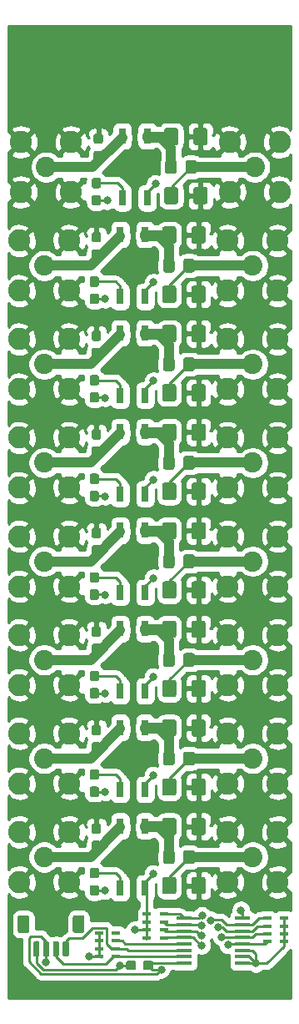
<source format=gtl>
G04 #@! TF.GenerationSoftware,KiCad,Pcbnew,(5.1.5-0)*
G04 #@! TF.CreationDate,2021-01-22T06:44:31-07:00*
G04 #@! TF.ProjectId,pmos_board,706d6f73-5f62-46f6-9172-642e6b696361,rev?*
G04 #@! TF.SameCoordinates,Original*
G04 #@! TF.FileFunction,Copper,L1,Top*
G04 #@! TF.FilePolarity,Positive*
%FSLAX46Y46*%
G04 Gerber Fmt 4.6, Leading zero omitted, Abs format (unit mm)*
G04 Created by KiCad (PCBNEW (5.1.5-0)) date 2021-01-22 06:44:31*
%MOMM*%
%LPD*%
G04 APERTURE LIST*
%ADD10R,0.900000X0.400000*%
%ADD11C,0.100000*%
%ADD12R,0.800000X1.650000*%
%ADD13R,1.500000X0.450000*%
%ADD14C,2.250000*%
%ADD15C,2.050000*%
%ADD16C,0.800000*%
%ADD17C,0.250000*%
%ADD18C,1.000000*%
%ADD19C,0.254000*%
G04 APERTURE END LIST*
D10*
X131550000Y-155100000D03*
X131550000Y-154300000D03*
X131550000Y-153500000D03*
X131550000Y-152700000D03*
X129850000Y-155100000D03*
X129850000Y-152700000D03*
X129850000Y-154300000D03*
X129850000Y-153500000D03*
G04 #@! TA.AperFunction,SMDPad,CuDef*
D11*
G36*
X129860779Y-141601144D02*
G01*
X129883834Y-141604563D01*
X129906443Y-141610227D01*
X129928387Y-141618079D01*
X129949457Y-141628044D01*
X129969448Y-141640026D01*
X129988168Y-141653910D01*
X130005438Y-141669562D01*
X130021090Y-141686832D01*
X130034974Y-141705552D01*
X130046956Y-141725543D01*
X130056921Y-141746613D01*
X130064773Y-141768557D01*
X130070437Y-141791166D01*
X130073856Y-141814221D01*
X130075000Y-141837500D01*
X130075000Y-142412500D01*
X130073856Y-142435779D01*
X130070437Y-142458834D01*
X130064773Y-142481443D01*
X130056921Y-142503387D01*
X130046956Y-142524457D01*
X130034974Y-142544448D01*
X130021090Y-142563168D01*
X130005438Y-142580438D01*
X129988168Y-142596090D01*
X129969448Y-142609974D01*
X129949457Y-142621956D01*
X129928387Y-142631921D01*
X129906443Y-142639773D01*
X129883834Y-142645437D01*
X129860779Y-142648856D01*
X129837500Y-142650000D01*
X129362500Y-142650000D01*
X129339221Y-142648856D01*
X129316166Y-142645437D01*
X129293557Y-142639773D01*
X129271613Y-142631921D01*
X129250543Y-142621956D01*
X129230552Y-142609974D01*
X129211832Y-142596090D01*
X129194562Y-142580438D01*
X129178910Y-142563168D01*
X129165026Y-142544448D01*
X129153044Y-142524457D01*
X129143079Y-142503387D01*
X129135227Y-142481443D01*
X129129563Y-142458834D01*
X129126144Y-142435779D01*
X129125000Y-142412500D01*
X129125000Y-141837500D01*
X129126144Y-141814221D01*
X129129563Y-141791166D01*
X129135227Y-141768557D01*
X129143079Y-141746613D01*
X129153044Y-141725543D01*
X129165026Y-141705552D01*
X129178910Y-141686832D01*
X129194562Y-141669562D01*
X129211832Y-141653910D01*
X129230552Y-141640026D01*
X129250543Y-141628044D01*
X129271613Y-141618079D01*
X129293557Y-141610227D01*
X129316166Y-141604563D01*
X129339221Y-141601144D01*
X129362500Y-141600000D01*
X129837500Y-141600000D01*
X129860779Y-141601144D01*
G37*
G04 #@! TD.AperFunction*
G04 #@! TA.AperFunction,SMDPad,CuDef*
G36*
X129860779Y-143351144D02*
G01*
X129883834Y-143354563D01*
X129906443Y-143360227D01*
X129928387Y-143368079D01*
X129949457Y-143378044D01*
X129969448Y-143390026D01*
X129988168Y-143403910D01*
X130005438Y-143419562D01*
X130021090Y-143436832D01*
X130034974Y-143455552D01*
X130046956Y-143475543D01*
X130056921Y-143496613D01*
X130064773Y-143518557D01*
X130070437Y-143541166D01*
X130073856Y-143564221D01*
X130075000Y-143587500D01*
X130075000Y-144162500D01*
X130073856Y-144185779D01*
X130070437Y-144208834D01*
X130064773Y-144231443D01*
X130056921Y-144253387D01*
X130046956Y-144274457D01*
X130034974Y-144294448D01*
X130021090Y-144313168D01*
X130005438Y-144330438D01*
X129988168Y-144346090D01*
X129969448Y-144359974D01*
X129949457Y-144371956D01*
X129928387Y-144381921D01*
X129906443Y-144389773D01*
X129883834Y-144395437D01*
X129860779Y-144398856D01*
X129837500Y-144400000D01*
X129362500Y-144400000D01*
X129339221Y-144398856D01*
X129316166Y-144395437D01*
X129293557Y-144389773D01*
X129271613Y-144381921D01*
X129250543Y-144371956D01*
X129230552Y-144359974D01*
X129211832Y-144346090D01*
X129194562Y-144330438D01*
X129178910Y-144313168D01*
X129165026Y-144294448D01*
X129153044Y-144274457D01*
X129143079Y-144253387D01*
X129135227Y-144231443D01*
X129129563Y-144208834D01*
X129126144Y-144185779D01*
X129125000Y-144162500D01*
X129125000Y-143587500D01*
X129126144Y-143564221D01*
X129129563Y-143541166D01*
X129135227Y-143518557D01*
X129143079Y-143496613D01*
X129153044Y-143475543D01*
X129165026Y-143455552D01*
X129178910Y-143436832D01*
X129194562Y-143419562D01*
X129211832Y-143403910D01*
X129230552Y-143390026D01*
X129250543Y-143378044D01*
X129271613Y-143368079D01*
X129293557Y-143360227D01*
X129316166Y-143354563D01*
X129339221Y-143351144D01*
X129362500Y-143350000D01*
X129837500Y-143350000D01*
X129860779Y-143351144D01*
G37*
G04 #@! TD.AperFunction*
G04 #@! TA.AperFunction,SMDPad,CuDef*
G36*
X129860779Y-131601144D02*
G01*
X129883834Y-131604563D01*
X129906443Y-131610227D01*
X129928387Y-131618079D01*
X129949457Y-131628044D01*
X129969448Y-131640026D01*
X129988168Y-131653910D01*
X130005438Y-131669562D01*
X130021090Y-131686832D01*
X130034974Y-131705552D01*
X130046956Y-131725543D01*
X130056921Y-131746613D01*
X130064773Y-131768557D01*
X130070437Y-131791166D01*
X130073856Y-131814221D01*
X130075000Y-131837500D01*
X130075000Y-132412500D01*
X130073856Y-132435779D01*
X130070437Y-132458834D01*
X130064773Y-132481443D01*
X130056921Y-132503387D01*
X130046956Y-132524457D01*
X130034974Y-132544448D01*
X130021090Y-132563168D01*
X130005438Y-132580438D01*
X129988168Y-132596090D01*
X129969448Y-132609974D01*
X129949457Y-132621956D01*
X129928387Y-132631921D01*
X129906443Y-132639773D01*
X129883834Y-132645437D01*
X129860779Y-132648856D01*
X129837500Y-132650000D01*
X129362500Y-132650000D01*
X129339221Y-132648856D01*
X129316166Y-132645437D01*
X129293557Y-132639773D01*
X129271613Y-132631921D01*
X129250543Y-132621956D01*
X129230552Y-132609974D01*
X129211832Y-132596090D01*
X129194562Y-132580438D01*
X129178910Y-132563168D01*
X129165026Y-132544448D01*
X129153044Y-132524457D01*
X129143079Y-132503387D01*
X129135227Y-132481443D01*
X129129563Y-132458834D01*
X129126144Y-132435779D01*
X129125000Y-132412500D01*
X129125000Y-131837500D01*
X129126144Y-131814221D01*
X129129563Y-131791166D01*
X129135227Y-131768557D01*
X129143079Y-131746613D01*
X129153044Y-131725543D01*
X129165026Y-131705552D01*
X129178910Y-131686832D01*
X129194562Y-131669562D01*
X129211832Y-131653910D01*
X129230552Y-131640026D01*
X129250543Y-131628044D01*
X129271613Y-131618079D01*
X129293557Y-131610227D01*
X129316166Y-131604563D01*
X129339221Y-131601144D01*
X129362500Y-131600000D01*
X129837500Y-131600000D01*
X129860779Y-131601144D01*
G37*
G04 #@! TD.AperFunction*
G04 #@! TA.AperFunction,SMDPad,CuDef*
G36*
X129860779Y-133351144D02*
G01*
X129883834Y-133354563D01*
X129906443Y-133360227D01*
X129928387Y-133368079D01*
X129949457Y-133378044D01*
X129969448Y-133390026D01*
X129988168Y-133403910D01*
X130005438Y-133419562D01*
X130021090Y-133436832D01*
X130034974Y-133455552D01*
X130046956Y-133475543D01*
X130056921Y-133496613D01*
X130064773Y-133518557D01*
X130070437Y-133541166D01*
X130073856Y-133564221D01*
X130075000Y-133587500D01*
X130075000Y-134162500D01*
X130073856Y-134185779D01*
X130070437Y-134208834D01*
X130064773Y-134231443D01*
X130056921Y-134253387D01*
X130046956Y-134274457D01*
X130034974Y-134294448D01*
X130021090Y-134313168D01*
X130005438Y-134330438D01*
X129988168Y-134346090D01*
X129969448Y-134359974D01*
X129949457Y-134371956D01*
X129928387Y-134381921D01*
X129906443Y-134389773D01*
X129883834Y-134395437D01*
X129860779Y-134398856D01*
X129837500Y-134400000D01*
X129362500Y-134400000D01*
X129339221Y-134398856D01*
X129316166Y-134395437D01*
X129293557Y-134389773D01*
X129271613Y-134381921D01*
X129250543Y-134371956D01*
X129230552Y-134359974D01*
X129211832Y-134346090D01*
X129194562Y-134330438D01*
X129178910Y-134313168D01*
X129165026Y-134294448D01*
X129153044Y-134274457D01*
X129143079Y-134253387D01*
X129135227Y-134231443D01*
X129129563Y-134208834D01*
X129126144Y-134185779D01*
X129125000Y-134162500D01*
X129125000Y-133587500D01*
X129126144Y-133564221D01*
X129129563Y-133541166D01*
X129135227Y-133518557D01*
X129143079Y-133496613D01*
X129153044Y-133475543D01*
X129165026Y-133455552D01*
X129178910Y-133436832D01*
X129194562Y-133419562D01*
X129211832Y-133403910D01*
X129230552Y-133390026D01*
X129250543Y-133378044D01*
X129271613Y-133368079D01*
X129293557Y-133360227D01*
X129316166Y-133354563D01*
X129339221Y-133351144D01*
X129362500Y-133350000D01*
X129837500Y-133350000D01*
X129860779Y-133351144D01*
G37*
G04 #@! TD.AperFunction*
G04 #@! TA.AperFunction,SMDPad,CuDef*
G36*
X129860779Y-121601144D02*
G01*
X129883834Y-121604563D01*
X129906443Y-121610227D01*
X129928387Y-121618079D01*
X129949457Y-121628044D01*
X129969448Y-121640026D01*
X129988168Y-121653910D01*
X130005438Y-121669562D01*
X130021090Y-121686832D01*
X130034974Y-121705552D01*
X130046956Y-121725543D01*
X130056921Y-121746613D01*
X130064773Y-121768557D01*
X130070437Y-121791166D01*
X130073856Y-121814221D01*
X130075000Y-121837500D01*
X130075000Y-122412500D01*
X130073856Y-122435779D01*
X130070437Y-122458834D01*
X130064773Y-122481443D01*
X130056921Y-122503387D01*
X130046956Y-122524457D01*
X130034974Y-122544448D01*
X130021090Y-122563168D01*
X130005438Y-122580438D01*
X129988168Y-122596090D01*
X129969448Y-122609974D01*
X129949457Y-122621956D01*
X129928387Y-122631921D01*
X129906443Y-122639773D01*
X129883834Y-122645437D01*
X129860779Y-122648856D01*
X129837500Y-122650000D01*
X129362500Y-122650000D01*
X129339221Y-122648856D01*
X129316166Y-122645437D01*
X129293557Y-122639773D01*
X129271613Y-122631921D01*
X129250543Y-122621956D01*
X129230552Y-122609974D01*
X129211832Y-122596090D01*
X129194562Y-122580438D01*
X129178910Y-122563168D01*
X129165026Y-122544448D01*
X129153044Y-122524457D01*
X129143079Y-122503387D01*
X129135227Y-122481443D01*
X129129563Y-122458834D01*
X129126144Y-122435779D01*
X129125000Y-122412500D01*
X129125000Y-121837500D01*
X129126144Y-121814221D01*
X129129563Y-121791166D01*
X129135227Y-121768557D01*
X129143079Y-121746613D01*
X129153044Y-121725543D01*
X129165026Y-121705552D01*
X129178910Y-121686832D01*
X129194562Y-121669562D01*
X129211832Y-121653910D01*
X129230552Y-121640026D01*
X129250543Y-121628044D01*
X129271613Y-121618079D01*
X129293557Y-121610227D01*
X129316166Y-121604563D01*
X129339221Y-121601144D01*
X129362500Y-121600000D01*
X129837500Y-121600000D01*
X129860779Y-121601144D01*
G37*
G04 #@! TD.AperFunction*
G04 #@! TA.AperFunction,SMDPad,CuDef*
G36*
X129860779Y-123351144D02*
G01*
X129883834Y-123354563D01*
X129906443Y-123360227D01*
X129928387Y-123368079D01*
X129949457Y-123378044D01*
X129969448Y-123390026D01*
X129988168Y-123403910D01*
X130005438Y-123419562D01*
X130021090Y-123436832D01*
X130034974Y-123455552D01*
X130046956Y-123475543D01*
X130056921Y-123496613D01*
X130064773Y-123518557D01*
X130070437Y-123541166D01*
X130073856Y-123564221D01*
X130075000Y-123587500D01*
X130075000Y-124162500D01*
X130073856Y-124185779D01*
X130070437Y-124208834D01*
X130064773Y-124231443D01*
X130056921Y-124253387D01*
X130046956Y-124274457D01*
X130034974Y-124294448D01*
X130021090Y-124313168D01*
X130005438Y-124330438D01*
X129988168Y-124346090D01*
X129969448Y-124359974D01*
X129949457Y-124371956D01*
X129928387Y-124381921D01*
X129906443Y-124389773D01*
X129883834Y-124395437D01*
X129860779Y-124398856D01*
X129837500Y-124400000D01*
X129362500Y-124400000D01*
X129339221Y-124398856D01*
X129316166Y-124395437D01*
X129293557Y-124389773D01*
X129271613Y-124381921D01*
X129250543Y-124371956D01*
X129230552Y-124359974D01*
X129211832Y-124346090D01*
X129194562Y-124330438D01*
X129178910Y-124313168D01*
X129165026Y-124294448D01*
X129153044Y-124274457D01*
X129143079Y-124253387D01*
X129135227Y-124231443D01*
X129129563Y-124208834D01*
X129126144Y-124185779D01*
X129125000Y-124162500D01*
X129125000Y-123587500D01*
X129126144Y-123564221D01*
X129129563Y-123541166D01*
X129135227Y-123518557D01*
X129143079Y-123496613D01*
X129153044Y-123475543D01*
X129165026Y-123455552D01*
X129178910Y-123436832D01*
X129194562Y-123419562D01*
X129211832Y-123403910D01*
X129230552Y-123390026D01*
X129250543Y-123378044D01*
X129271613Y-123368079D01*
X129293557Y-123360227D01*
X129316166Y-123354563D01*
X129339221Y-123351144D01*
X129362500Y-123350000D01*
X129837500Y-123350000D01*
X129860779Y-123351144D01*
G37*
G04 #@! TD.AperFunction*
G04 #@! TA.AperFunction,SMDPad,CuDef*
G36*
X129860779Y-111601144D02*
G01*
X129883834Y-111604563D01*
X129906443Y-111610227D01*
X129928387Y-111618079D01*
X129949457Y-111628044D01*
X129969448Y-111640026D01*
X129988168Y-111653910D01*
X130005438Y-111669562D01*
X130021090Y-111686832D01*
X130034974Y-111705552D01*
X130046956Y-111725543D01*
X130056921Y-111746613D01*
X130064773Y-111768557D01*
X130070437Y-111791166D01*
X130073856Y-111814221D01*
X130075000Y-111837500D01*
X130075000Y-112412500D01*
X130073856Y-112435779D01*
X130070437Y-112458834D01*
X130064773Y-112481443D01*
X130056921Y-112503387D01*
X130046956Y-112524457D01*
X130034974Y-112544448D01*
X130021090Y-112563168D01*
X130005438Y-112580438D01*
X129988168Y-112596090D01*
X129969448Y-112609974D01*
X129949457Y-112621956D01*
X129928387Y-112631921D01*
X129906443Y-112639773D01*
X129883834Y-112645437D01*
X129860779Y-112648856D01*
X129837500Y-112650000D01*
X129362500Y-112650000D01*
X129339221Y-112648856D01*
X129316166Y-112645437D01*
X129293557Y-112639773D01*
X129271613Y-112631921D01*
X129250543Y-112621956D01*
X129230552Y-112609974D01*
X129211832Y-112596090D01*
X129194562Y-112580438D01*
X129178910Y-112563168D01*
X129165026Y-112544448D01*
X129153044Y-112524457D01*
X129143079Y-112503387D01*
X129135227Y-112481443D01*
X129129563Y-112458834D01*
X129126144Y-112435779D01*
X129125000Y-112412500D01*
X129125000Y-111837500D01*
X129126144Y-111814221D01*
X129129563Y-111791166D01*
X129135227Y-111768557D01*
X129143079Y-111746613D01*
X129153044Y-111725543D01*
X129165026Y-111705552D01*
X129178910Y-111686832D01*
X129194562Y-111669562D01*
X129211832Y-111653910D01*
X129230552Y-111640026D01*
X129250543Y-111628044D01*
X129271613Y-111618079D01*
X129293557Y-111610227D01*
X129316166Y-111604563D01*
X129339221Y-111601144D01*
X129362500Y-111600000D01*
X129837500Y-111600000D01*
X129860779Y-111601144D01*
G37*
G04 #@! TD.AperFunction*
G04 #@! TA.AperFunction,SMDPad,CuDef*
G36*
X129860779Y-113351144D02*
G01*
X129883834Y-113354563D01*
X129906443Y-113360227D01*
X129928387Y-113368079D01*
X129949457Y-113378044D01*
X129969448Y-113390026D01*
X129988168Y-113403910D01*
X130005438Y-113419562D01*
X130021090Y-113436832D01*
X130034974Y-113455552D01*
X130046956Y-113475543D01*
X130056921Y-113496613D01*
X130064773Y-113518557D01*
X130070437Y-113541166D01*
X130073856Y-113564221D01*
X130075000Y-113587500D01*
X130075000Y-114162500D01*
X130073856Y-114185779D01*
X130070437Y-114208834D01*
X130064773Y-114231443D01*
X130056921Y-114253387D01*
X130046956Y-114274457D01*
X130034974Y-114294448D01*
X130021090Y-114313168D01*
X130005438Y-114330438D01*
X129988168Y-114346090D01*
X129969448Y-114359974D01*
X129949457Y-114371956D01*
X129928387Y-114381921D01*
X129906443Y-114389773D01*
X129883834Y-114395437D01*
X129860779Y-114398856D01*
X129837500Y-114400000D01*
X129362500Y-114400000D01*
X129339221Y-114398856D01*
X129316166Y-114395437D01*
X129293557Y-114389773D01*
X129271613Y-114381921D01*
X129250543Y-114371956D01*
X129230552Y-114359974D01*
X129211832Y-114346090D01*
X129194562Y-114330438D01*
X129178910Y-114313168D01*
X129165026Y-114294448D01*
X129153044Y-114274457D01*
X129143079Y-114253387D01*
X129135227Y-114231443D01*
X129129563Y-114208834D01*
X129126144Y-114185779D01*
X129125000Y-114162500D01*
X129125000Y-113587500D01*
X129126144Y-113564221D01*
X129129563Y-113541166D01*
X129135227Y-113518557D01*
X129143079Y-113496613D01*
X129153044Y-113475543D01*
X129165026Y-113455552D01*
X129178910Y-113436832D01*
X129194562Y-113419562D01*
X129211832Y-113403910D01*
X129230552Y-113390026D01*
X129250543Y-113378044D01*
X129271613Y-113368079D01*
X129293557Y-113360227D01*
X129316166Y-113354563D01*
X129339221Y-113351144D01*
X129362500Y-113350000D01*
X129837500Y-113350000D01*
X129860779Y-113351144D01*
G37*
G04 #@! TD.AperFunction*
G04 #@! TA.AperFunction,SMDPad,CuDef*
G36*
X129860779Y-101601144D02*
G01*
X129883834Y-101604563D01*
X129906443Y-101610227D01*
X129928387Y-101618079D01*
X129949457Y-101628044D01*
X129969448Y-101640026D01*
X129988168Y-101653910D01*
X130005438Y-101669562D01*
X130021090Y-101686832D01*
X130034974Y-101705552D01*
X130046956Y-101725543D01*
X130056921Y-101746613D01*
X130064773Y-101768557D01*
X130070437Y-101791166D01*
X130073856Y-101814221D01*
X130075000Y-101837500D01*
X130075000Y-102412500D01*
X130073856Y-102435779D01*
X130070437Y-102458834D01*
X130064773Y-102481443D01*
X130056921Y-102503387D01*
X130046956Y-102524457D01*
X130034974Y-102544448D01*
X130021090Y-102563168D01*
X130005438Y-102580438D01*
X129988168Y-102596090D01*
X129969448Y-102609974D01*
X129949457Y-102621956D01*
X129928387Y-102631921D01*
X129906443Y-102639773D01*
X129883834Y-102645437D01*
X129860779Y-102648856D01*
X129837500Y-102650000D01*
X129362500Y-102650000D01*
X129339221Y-102648856D01*
X129316166Y-102645437D01*
X129293557Y-102639773D01*
X129271613Y-102631921D01*
X129250543Y-102621956D01*
X129230552Y-102609974D01*
X129211832Y-102596090D01*
X129194562Y-102580438D01*
X129178910Y-102563168D01*
X129165026Y-102544448D01*
X129153044Y-102524457D01*
X129143079Y-102503387D01*
X129135227Y-102481443D01*
X129129563Y-102458834D01*
X129126144Y-102435779D01*
X129125000Y-102412500D01*
X129125000Y-101837500D01*
X129126144Y-101814221D01*
X129129563Y-101791166D01*
X129135227Y-101768557D01*
X129143079Y-101746613D01*
X129153044Y-101725543D01*
X129165026Y-101705552D01*
X129178910Y-101686832D01*
X129194562Y-101669562D01*
X129211832Y-101653910D01*
X129230552Y-101640026D01*
X129250543Y-101628044D01*
X129271613Y-101618079D01*
X129293557Y-101610227D01*
X129316166Y-101604563D01*
X129339221Y-101601144D01*
X129362500Y-101600000D01*
X129837500Y-101600000D01*
X129860779Y-101601144D01*
G37*
G04 #@! TD.AperFunction*
G04 #@! TA.AperFunction,SMDPad,CuDef*
G36*
X129860779Y-103351144D02*
G01*
X129883834Y-103354563D01*
X129906443Y-103360227D01*
X129928387Y-103368079D01*
X129949457Y-103378044D01*
X129969448Y-103390026D01*
X129988168Y-103403910D01*
X130005438Y-103419562D01*
X130021090Y-103436832D01*
X130034974Y-103455552D01*
X130046956Y-103475543D01*
X130056921Y-103496613D01*
X130064773Y-103518557D01*
X130070437Y-103541166D01*
X130073856Y-103564221D01*
X130075000Y-103587500D01*
X130075000Y-104162500D01*
X130073856Y-104185779D01*
X130070437Y-104208834D01*
X130064773Y-104231443D01*
X130056921Y-104253387D01*
X130046956Y-104274457D01*
X130034974Y-104294448D01*
X130021090Y-104313168D01*
X130005438Y-104330438D01*
X129988168Y-104346090D01*
X129969448Y-104359974D01*
X129949457Y-104371956D01*
X129928387Y-104381921D01*
X129906443Y-104389773D01*
X129883834Y-104395437D01*
X129860779Y-104398856D01*
X129837500Y-104400000D01*
X129362500Y-104400000D01*
X129339221Y-104398856D01*
X129316166Y-104395437D01*
X129293557Y-104389773D01*
X129271613Y-104381921D01*
X129250543Y-104371956D01*
X129230552Y-104359974D01*
X129211832Y-104346090D01*
X129194562Y-104330438D01*
X129178910Y-104313168D01*
X129165026Y-104294448D01*
X129153044Y-104274457D01*
X129143079Y-104253387D01*
X129135227Y-104231443D01*
X129129563Y-104208834D01*
X129126144Y-104185779D01*
X129125000Y-104162500D01*
X129125000Y-103587500D01*
X129126144Y-103564221D01*
X129129563Y-103541166D01*
X129135227Y-103518557D01*
X129143079Y-103496613D01*
X129153044Y-103475543D01*
X129165026Y-103455552D01*
X129178910Y-103436832D01*
X129194562Y-103419562D01*
X129211832Y-103403910D01*
X129230552Y-103390026D01*
X129250543Y-103378044D01*
X129271613Y-103368079D01*
X129293557Y-103360227D01*
X129316166Y-103354563D01*
X129339221Y-103351144D01*
X129362500Y-103350000D01*
X129837500Y-103350000D01*
X129860779Y-103351144D01*
G37*
G04 #@! TD.AperFunction*
G04 #@! TA.AperFunction,SMDPad,CuDef*
G36*
X129860779Y-91601144D02*
G01*
X129883834Y-91604563D01*
X129906443Y-91610227D01*
X129928387Y-91618079D01*
X129949457Y-91628044D01*
X129969448Y-91640026D01*
X129988168Y-91653910D01*
X130005438Y-91669562D01*
X130021090Y-91686832D01*
X130034974Y-91705552D01*
X130046956Y-91725543D01*
X130056921Y-91746613D01*
X130064773Y-91768557D01*
X130070437Y-91791166D01*
X130073856Y-91814221D01*
X130075000Y-91837500D01*
X130075000Y-92412500D01*
X130073856Y-92435779D01*
X130070437Y-92458834D01*
X130064773Y-92481443D01*
X130056921Y-92503387D01*
X130046956Y-92524457D01*
X130034974Y-92544448D01*
X130021090Y-92563168D01*
X130005438Y-92580438D01*
X129988168Y-92596090D01*
X129969448Y-92609974D01*
X129949457Y-92621956D01*
X129928387Y-92631921D01*
X129906443Y-92639773D01*
X129883834Y-92645437D01*
X129860779Y-92648856D01*
X129837500Y-92650000D01*
X129362500Y-92650000D01*
X129339221Y-92648856D01*
X129316166Y-92645437D01*
X129293557Y-92639773D01*
X129271613Y-92631921D01*
X129250543Y-92621956D01*
X129230552Y-92609974D01*
X129211832Y-92596090D01*
X129194562Y-92580438D01*
X129178910Y-92563168D01*
X129165026Y-92544448D01*
X129153044Y-92524457D01*
X129143079Y-92503387D01*
X129135227Y-92481443D01*
X129129563Y-92458834D01*
X129126144Y-92435779D01*
X129125000Y-92412500D01*
X129125000Y-91837500D01*
X129126144Y-91814221D01*
X129129563Y-91791166D01*
X129135227Y-91768557D01*
X129143079Y-91746613D01*
X129153044Y-91725543D01*
X129165026Y-91705552D01*
X129178910Y-91686832D01*
X129194562Y-91669562D01*
X129211832Y-91653910D01*
X129230552Y-91640026D01*
X129250543Y-91628044D01*
X129271613Y-91618079D01*
X129293557Y-91610227D01*
X129316166Y-91604563D01*
X129339221Y-91601144D01*
X129362500Y-91600000D01*
X129837500Y-91600000D01*
X129860779Y-91601144D01*
G37*
G04 #@! TD.AperFunction*
G04 #@! TA.AperFunction,SMDPad,CuDef*
G36*
X129860779Y-93351144D02*
G01*
X129883834Y-93354563D01*
X129906443Y-93360227D01*
X129928387Y-93368079D01*
X129949457Y-93378044D01*
X129969448Y-93390026D01*
X129988168Y-93403910D01*
X130005438Y-93419562D01*
X130021090Y-93436832D01*
X130034974Y-93455552D01*
X130046956Y-93475543D01*
X130056921Y-93496613D01*
X130064773Y-93518557D01*
X130070437Y-93541166D01*
X130073856Y-93564221D01*
X130075000Y-93587500D01*
X130075000Y-94162500D01*
X130073856Y-94185779D01*
X130070437Y-94208834D01*
X130064773Y-94231443D01*
X130056921Y-94253387D01*
X130046956Y-94274457D01*
X130034974Y-94294448D01*
X130021090Y-94313168D01*
X130005438Y-94330438D01*
X129988168Y-94346090D01*
X129969448Y-94359974D01*
X129949457Y-94371956D01*
X129928387Y-94381921D01*
X129906443Y-94389773D01*
X129883834Y-94395437D01*
X129860779Y-94398856D01*
X129837500Y-94400000D01*
X129362500Y-94400000D01*
X129339221Y-94398856D01*
X129316166Y-94395437D01*
X129293557Y-94389773D01*
X129271613Y-94381921D01*
X129250543Y-94371956D01*
X129230552Y-94359974D01*
X129211832Y-94346090D01*
X129194562Y-94330438D01*
X129178910Y-94313168D01*
X129165026Y-94294448D01*
X129153044Y-94274457D01*
X129143079Y-94253387D01*
X129135227Y-94231443D01*
X129129563Y-94208834D01*
X129126144Y-94185779D01*
X129125000Y-94162500D01*
X129125000Y-93587500D01*
X129126144Y-93564221D01*
X129129563Y-93541166D01*
X129135227Y-93518557D01*
X129143079Y-93496613D01*
X129153044Y-93475543D01*
X129165026Y-93455552D01*
X129178910Y-93436832D01*
X129194562Y-93419562D01*
X129211832Y-93403910D01*
X129230552Y-93390026D01*
X129250543Y-93378044D01*
X129271613Y-93368079D01*
X129293557Y-93360227D01*
X129316166Y-93354563D01*
X129339221Y-93351144D01*
X129362500Y-93350000D01*
X129837500Y-93350000D01*
X129860779Y-93351144D01*
G37*
G04 #@! TD.AperFunction*
G04 #@! TA.AperFunction,SMDPad,CuDef*
G36*
X129860779Y-81601144D02*
G01*
X129883834Y-81604563D01*
X129906443Y-81610227D01*
X129928387Y-81618079D01*
X129949457Y-81628044D01*
X129969448Y-81640026D01*
X129988168Y-81653910D01*
X130005438Y-81669562D01*
X130021090Y-81686832D01*
X130034974Y-81705552D01*
X130046956Y-81725543D01*
X130056921Y-81746613D01*
X130064773Y-81768557D01*
X130070437Y-81791166D01*
X130073856Y-81814221D01*
X130075000Y-81837500D01*
X130075000Y-82412500D01*
X130073856Y-82435779D01*
X130070437Y-82458834D01*
X130064773Y-82481443D01*
X130056921Y-82503387D01*
X130046956Y-82524457D01*
X130034974Y-82544448D01*
X130021090Y-82563168D01*
X130005438Y-82580438D01*
X129988168Y-82596090D01*
X129969448Y-82609974D01*
X129949457Y-82621956D01*
X129928387Y-82631921D01*
X129906443Y-82639773D01*
X129883834Y-82645437D01*
X129860779Y-82648856D01*
X129837500Y-82650000D01*
X129362500Y-82650000D01*
X129339221Y-82648856D01*
X129316166Y-82645437D01*
X129293557Y-82639773D01*
X129271613Y-82631921D01*
X129250543Y-82621956D01*
X129230552Y-82609974D01*
X129211832Y-82596090D01*
X129194562Y-82580438D01*
X129178910Y-82563168D01*
X129165026Y-82544448D01*
X129153044Y-82524457D01*
X129143079Y-82503387D01*
X129135227Y-82481443D01*
X129129563Y-82458834D01*
X129126144Y-82435779D01*
X129125000Y-82412500D01*
X129125000Y-81837500D01*
X129126144Y-81814221D01*
X129129563Y-81791166D01*
X129135227Y-81768557D01*
X129143079Y-81746613D01*
X129153044Y-81725543D01*
X129165026Y-81705552D01*
X129178910Y-81686832D01*
X129194562Y-81669562D01*
X129211832Y-81653910D01*
X129230552Y-81640026D01*
X129250543Y-81628044D01*
X129271613Y-81618079D01*
X129293557Y-81610227D01*
X129316166Y-81604563D01*
X129339221Y-81601144D01*
X129362500Y-81600000D01*
X129837500Y-81600000D01*
X129860779Y-81601144D01*
G37*
G04 #@! TD.AperFunction*
G04 #@! TA.AperFunction,SMDPad,CuDef*
G36*
X129860779Y-83351144D02*
G01*
X129883834Y-83354563D01*
X129906443Y-83360227D01*
X129928387Y-83368079D01*
X129949457Y-83378044D01*
X129969448Y-83390026D01*
X129988168Y-83403910D01*
X130005438Y-83419562D01*
X130021090Y-83436832D01*
X130034974Y-83455552D01*
X130046956Y-83475543D01*
X130056921Y-83496613D01*
X130064773Y-83518557D01*
X130070437Y-83541166D01*
X130073856Y-83564221D01*
X130075000Y-83587500D01*
X130075000Y-84162500D01*
X130073856Y-84185779D01*
X130070437Y-84208834D01*
X130064773Y-84231443D01*
X130056921Y-84253387D01*
X130046956Y-84274457D01*
X130034974Y-84294448D01*
X130021090Y-84313168D01*
X130005438Y-84330438D01*
X129988168Y-84346090D01*
X129969448Y-84359974D01*
X129949457Y-84371956D01*
X129928387Y-84381921D01*
X129906443Y-84389773D01*
X129883834Y-84395437D01*
X129860779Y-84398856D01*
X129837500Y-84400000D01*
X129362500Y-84400000D01*
X129339221Y-84398856D01*
X129316166Y-84395437D01*
X129293557Y-84389773D01*
X129271613Y-84381921D01*
X129250543Y-84371956D01*
X129230552Y-84359974D01*
X129211832Y-84346090D01*
X129194562Y-84330438D01*
X129178910Y-84313168D01*
X129165026Y-84294448D01*
X129153044Y-84274457D01*
X129143079Y-84253387D01*
X129135227Y-84231443D01*
X129129563Y-84208834D01*
X129126144Y-84185779D01*
X129125000Y-84162500D01*
X129125000Y-83587500D01*
X129126144Y-83564221D01*
X129129563Y-83541166D01*
X129135227Y-83518557D01*
X129143079Y-83496613D01*
X129153044Y-83475543D01*
X129165026Y-83455552D01*
X129178910Y-83436832D01*
X129194562Y-83419562D01*
X129211832Y-83403910D01*
X129230552Y-83390026D01*
X129250543Y-83378044D01*
X129271613Y-83368079D01*
X129293557Y-83360227D01*
X129316166Y-83354563D01*
X129339221Y-83351144D01*
X129362500Y-83350000D01*
X129837500Y-83350000D01*
X129860779Y-83351144D01*
G37*
G04 #@! TD.AperFunction*
G04 #@! TA.AperFunction,SMDPad,CuDef*
G36*
X130060779Y-71601144D02*
G01*
X130083834Y-71604563D01*
X130106443Y-71610227D01*
X130128387Y-71618079D01*
X130149457Y-71628044D01*
X130169448Y-71640026D01*
X130188168Y-71653910D01*
X130205438Y-71669562D01*
X130221090Y-71686832D01*
X130234974Y-71705552D01*
X130246956Y-71725543D01*
X130256921Y-71746613D01*
X130264773Y-71768557D01*
X130270437Y-71791166D01*
X130273856Y-71814221D01*
X130275000Y-71837500D01*
X130275000Y-72412500D01*
X130273856Y-72435779D01*
X130270437Y-72458834D01*
X130264773Y-72481443D01*
X130256921Y-72503387D01*
X130246956Y-72524457D01*
X130234974Y-72544448D01*
X130221090Y-72563168D01*
X130205438Y-72580438D01*
X130188168Y-72596090D01*
X130169448Y-72609974D01*
X130149457Y-72621956D01*
X130128387Y-72631921D01*
X130106443Y-72639773D01*
X130083834Y-72645437D01*
X130060779Y-72648856D01*
X130037500Y-72650000D01*
X129562500Y-72650000D01*
X129539221Y-72648856D01*
X129516166Y-72645437D01*
X129493557Y-72639773D01*
X129471613Y-72631921D01*
X129450543Y-72621956D01*
X129430552Y-72609974D01*
X129411832Y-72596090D01*
X129394562Y-72580438D01*
X129378910Y-72563168D01*
X129365026Y-72544448D01*
X129353044Y-72524457D01*
X129343079Y-72503387D01*
X129335227Y-72481443D01*
X129329563Y-72458834D01*
X129326144Y-72435779D01*
X129325000Y-72412500D01*
X129325000Y-71837500D01*
X129326144Y-71814221D01*
X129329563Y-71791166D01*
X129335227Y-71768557D01*
X129343079Y-71746613D01*
X129353044Y-71725543D01*
X129365026Y-71705552D01*
X129378910Y-71686832D01*
X129394562Y-71669562D01*
X129411832Y-71653910D01*
X129430552Y-71640026D01*
X129450543Y-71628044D01*
X129471613Y-71618079D01*
X129493557Y-71610227D01*
X129516166Y-71604563D01*
X129539221Y-71601144D01*
X129562500Y-71600000D01*
X130037500Y-71600000D01*
X130060779Y-71601144D01*
G37*
G04 #@! TD.AperFunction*
G04 #@! TA.AperFunction,SMDPad,CuDef*
G36*
X130060779Y-73351144D02*
G01*
X130083834Y-73354563D01*
X130106443Y-73360227D01*
X130128387Y-73368079D01*
X130149457Y-73378044D01*
X130169448Y-73390026D01*
X130188168Y-73403910D01*
X130205438Y-73419562D01*
X130221090Y-73436832D01*
X130234974Y-73455552D01*
X130246956Y-73475543D01*
X130256921Y-73496613D01*
X130264773Y-73518557D01*
X130270437Y-73541166D01*
X130273856Y-73564221D01*
X130275000Y-73587500D01*
X130275000Y-74162500D01*
X130273856Y-74185779D01*
X130270437Y-74208834D01*
X130264773Y-74231443D01*
X130256921Y-74253387D01*
X130246956Y-74274457D01*
X130234974Y-74294448D01*
X130221090Y-74313168D01*
X130205438Y-74330438D01*
X130188168Y-74346090D01*
X130169448Y-74359974D01*
X130149457Y-74371956D01*
X130128387Y-74381921D01*
X130106443Y-74389773D01*
X130083834Y-74395437D01*
X130060779Y-74398856D01*
X130037500Y-74400000D01*
X129562500Y-74400000D01*
X129539221Y-74398856D01*
X129516166Y-74395437D01*
X129493557Y-74389773D01*
X129471613Y-74381921D01*
X129450543Y-74371956D01*
X129430552Y-74359974D01*
X129411832Y-74346090D01*
X129394562Y-74330438D01*
X129378910Y-74313168D01*
X129365026Y-74294448D01*
X129353044Y-74274457D01*
X129343079Y-74253387D01*
X129335227Y-74231443D01*
X129329563Y-74208834D01*
X129326144Y-74185779D01*
X129325000Y-74162500D01*
X129325000Y-73587500D01*
X129326144Y-73564221D01*
X129329563Y-73541166D01*
X129335227Y-73518557D01*
X129343079Y-73496613D01*
X129353044Y-73475543D01*
X129365026Y-73455552D01*
X129378910Y-73436832D01*
X129394562Y-73419562D01*
X129411832Y-73403910D01*
X129430552Y-73390026D01*
X129450543Y-73378044D01*
X129471613Y-73368079D01*
X129493557Y-73360227D01*
X129516166Y-73354563D01*
X129539221Y-73351144D01*
X129562500Y-73350000D01*
X130037500Y-73350000D01*
X130060779Y-73351144D01*
G37*
G04 #@! TD.AperFunction*
G04 #@! TA.AperFunction,SMDPad,CuDef*
G36*
X137324505Y-144301204D02*
G01*
X137348773Y-144304804D01*
X137372572Y-144310765D01*
X137395671Y-144319030D01*
X137417850Y-144329520D01*
X137438893Y-144342132D01*
X137458599Y-144356747D01*
X137476777Y-144373223D01*
X137493253Y-144391401D01*
X137507868Y-144411107D01*
X137520480Y-144432150D01*
X137530970Y-144454329D01*
X137539235Y-144477428D01*
X137545196Y-144501227D01*
X137548796Y-144525495D01*
X137550000Y-144549999D01*
X137550000Y-145450001D01*
X137548796Y-145474505D01*
X137545196Y-145498773D01*
X137539235Y-145522572D01*
X137530970Y-145545671D01*
X137520480Y-145567850D01*
X137507868Y-145588893D01*
X137493253Y-145608599D01*
X137476777Y-145626777D01*
X137458599Y-145643253D01*
X137438893Y-145657868D01*
X137417850Y-145670480D01*
X137395671Y-145680970D01*
X137372572Y-145689235D01*
X137348773Y-145695196D01*
X137324505Y-145698796D01*
X137300001Y-145700000D01*
X136649999Y-145700000D01*
X136625495Y-145698796D01*
X136601227Y-145695196D01*
X136577428Y-145689235D01*
X136554329Y-145680970D01*
X136532150Y-145670480D01*
X136511107Y-145657868D01*
X136491401Y-145643253D01*
X136473223Y-145626777D01*
X136456747Y-145608599D01*
X136442132Y-145588893D01*
X136429520Y-145567850D01*
X136419030Y-145545671D01*
X136410765Y-145522572D01*
X136404804Y-145498773D01*
X136401204Y-145474505D01*
X136400000Y-145450001D01*
X136400000Y-144549999D01*
X136401204Y-144525495D01*
X136404804Y-144501227D01*
X136410765Y-144477428D01*
X136419030Y-144454329D01*
X136429520Y-144432150D01*
X136442132Y-144411107D01*
X136456747Y-144391401D01*
X136473223Y-144373223D01*
X136491401Y-144356747D01*
X136511107Y-144342132D01*
X136532150Y-144329520D01*
X136554329Y-144319030D01*
X136577428Y-144310765D01*
X136601227Y-144304804D01*
X136625495Y-144301204D01*
X136649999Y-144300000D01*
X137300001Y-144300000D01*
X137324505Y-144301204D01*
G37*
G04 #@! TD.AperFunction*
G04 #@! TA.AperFunction,SMDPad,CuDef*
G36*
X139374505Y-144301204D02*
G01*
X139398773Y-144304804D01*
X139422572Y-144310765D01*
X139445671Y-144319030D01*
X139467850Y-144329520D01*
X139488893Y-144342132D01*
X139508599Y-144356747D01*
X139526777Y-144373223D01*
X139543253Y-144391401D01*
X139557868Y-144411107D01*
X139570480Y-144432150D01*
X139580970Y-144454329D01*
X139589235Y-144477428D01*
X139595196Y-144501227D01*
X139598796Y-144525495D01*
X139600000Y-144549999D01*
X139600000Y-145450001D01*
X139598796Y-145474505D01*
X139595196Y-145498773D01*
X139589235Y-145522572D01*
X139580970Y-145545671D01*
X139570480Y-145567850D01*
X139557868Y-145588893D01*
X139543253Y-145608599D01*
X139526777Y-145626777D01*
X139508599Y-145643253D01*
X139488893Y-145657868D01*
X139467850Y-145670480D01*
X139445671Y-145680970D01*
X139422572Y-145689235D01*
X139398773Y-145695196D01*
X139374505Y-145698796D01*
X139350001Y-145700000D01*
X138699999Y-145700000D01*
X138675495Y-145698796D01*
X138651227Y-145695196D01*
X138627428Y-145689235D01*
X138604329Y-145680970D01*
X138582150Y-145670480D01*
X138561107Y-145657868D01*
X138541401Y-145643253D01*
X138523223Y-145626777D01*
X138506747Y-145608599D01*
X138492132Y-145588893D01*
X138479520Y-145567850D01*
X138469030Y-145545671D01*
X138460765Y-145522572D01*
X138454804Y-145498773D01*
X138451204Y-145474505D01*
X138450000Y-145450001D01*
X138450000Y-144549999D01*
X138451204Y-144525495D01*
X138454804Y-144501227D01*
X138460765Y-144477428D01*
X138469030Y-144454329D01*
X138479520Y-144432150D01*
X138492132Y-144411107D01*
X138506747Y-144391401D01*
X138523223Y-144373223D01*
X138541401Y-144356747D01*
X138561107Y-144342132D01*
X138582150Y-144329520D01*
X138604329Y-144319030D01*
X138627428Y-144310765D01*
X138651227Y-144304804D01*
X138675495Y-144301204D01*
X138699999Y-144300000D01*
X139350001Y-144300000D01*
X139374505Y-144301204D01*
G37*
G04 #@! TD.AperFunction*
G04 #@! TA.AperFunction,SMDPad,CuDef*
G36*
X137324505Y-134301204D02*
G01*
X137348773Y-134304804D01*
X137372572Y-134310765D01*
X137395671Y-134319030D01*
X137417850Y-134329520D01*
X137438893Y-134342132D01*
X137458599Y-134356747D01*
X137476777Y-134373223D01*
X137493253Y-134391401D01*
X137507868Y-134411107D01*
X137520480Y-134432150D01*
X137530970Y-134454329D01*
X137539235Y-134477428D01*
X137545196Y-134501227D01*
X137548796Y-134525495D01*
X137550000Y-134549999D01*
X137550000Y-135450001D01*
X137548796Y-135474505D01*
X137545196Y-135498773D01*
X137539235Y-135522572D01*
X137530970Y-135545671D01*
X137520480Y-135567850D01*
X137507868Y-135588893D01*
X137493253Y-135608599D01*
X137476777Y-135626777D01*
X137458599Y-135643253D01*
X137438893Y-135657868D01*
X137417850Y-135670480D01*
X137395671Y-135680970D01*
X137372572Y-135689235D01*
X137348773Y-135695196D01*
X137324505Y-135698796D01*
X137300001Y-135700000D01*
X136649999Y-135700000D01*
X136625495Y-135698796D01*
X136601227Y-135695196D01*
X136577428Y-135689235D01*
X136554329Y-135680970D01*
X136532150Y-135670480D01*
X136511107Y-135657868D01*
X136491401Y-135643253D01*
X136473223Y-135626777D01*
X136456747Y-135608599D01*
X136442132Y-135588893D01*
X136429520Y-135567850D01*
X136419030Y-135545671D01*
X136410765Y-135522572D01*
X136404804Y-135498773D01*
X136401204Y-135474505D01*
X136400000Y-135450001D01*
X136400000Y-134549999D01*
X136401204Y-134525495D01*
X136404804Y-134501227D01*
X136410765Y-134477428D01*
X136419030Y-134454329D01*
X136429520Y-134432150D01*
X136442132Y-134411107D01*
X136456747Y-134391401D01*
X136473223Y-134373223D01*
X136491401Y-134356747D01*
X136511107Y-134342132D01*
X136532150Y-134329520D01*
X136554329Y-134319030D01*
X136577428Y-134310765D01*
X136601227Y-134304804D01*
X136625495Y-134301204D01*
X136649999Y-134300000D01*
X137300001Y-134300000D01*
X137324505Y-134301204D01*
G37*
G04 #@! TD.AperFunction*
G04 #@! TA.AperFunction,SMDPad,CuDef*
G36*
X139374505Y-134301204D02*
G01*
X139398773Y-134304804D01*
X139422572Y-134310765D01*
X139445671Y-134319030D01*
X139467850Y-134329520D01*
X139488893Y-134342132D01*
X139508599Y-134356747D01*
X139526777Y-134373223D01*
X139543253Y-134391401D01*
X139557868Y-134411107D01*
X139570480Y-134432150D01*
X139580970Y-134454329D01*
X139589235Y-134477428D01*
X139595196Y-134501227D01*
X139598796Y-134525495D01*
X139600000Y-134549999D01*
X139600000Y-135450001D01*
X139598796Y-135474505D01*
X139595196Y-135498773D01*
X139589235Y-135522572D01*
X139580970Y-135545671D01*
X139570480Y-135567850D01*
X139557868Y-135588893D01*
X139543253Y-135608599D01*
X139526777Y-135626777D01*
X139508599Y-135643253D01*
X139488893Y-135657868D01*
X139467850Y-135670480D01*
X139445671Y-135680970D01*
X139422572Y-135689235D01*
X139398773Y-135695196D01*
X139374505Y-135698796D01*
X139350001Y-135700000D01*
X138699999Y-135700000D01*
X138675495Y-135698796D01*
X138651227Y-135695196D01*
X138627428Y-135689235D01*
X138604329Y-135680970D01*
X138582150Y-135670480D01*
X138561107Y-135657868D01*
X138541401Y-135643253D01*
X138523223Y-135626777D01*
X138506747Y-135608599D01*
X138492132Y-135588893D01*
X138479520Y-135567850D01*
X138469030Y-135545671D01*
X138460765Y-135522572D01*
X138454804Y-135498773D01*
X138451204Y-135474505D01*
X138450000Y-135450001D01*
X138450000Y-134549999D01*
X138451204Y-134525495D01*
X138454804Y-134501227D01*
X138460765Y-134477428D01*
X138469030Y-134454329D01*
X138479520Y-134432150D01*
X138492132Y-134411107D01*
X138506747Y-134391401D01*
X138523223Y-134373223D01*
X138541401Y-134356747D01*
X138561107Y-134342132D01*
X138582150Y-134329520D01*
X138604329Y-134319030D01*
X138627428Y-134310765D01*
X138651227Y-134304804D01*
X138675495Y-134301204D01*
X138699999Y-134300000D01*
X139350001Y-134300000D01*
X139374505Y-134301204D01*
G37*
G04 #@! TD.AperFunction*
G04 #@! TA.AperFunction,SMDPad,CuDef*
G36*
X137324505Y-124301204D02*
G01*
X137348773Y-124304804D01*
X137372572Y-124310765D01*
X137395671Y-124319030D01*
X137417850Y-124329520D01*
X137438893Y-124342132D01*
X137458599Y-124356747D01*
X137476777Y-124373223D01*
X137493253Y-124391401D01*
X137507868Y-124411107D01*
X137520480Y-124432150D01*
X137530970Y-124454329D01*
X137539235Y-124477428D01*
X137545196Y-124501227D01*
X137548796Y-124525495D01*
X137550000Y-124549999D01*
X137550000Y-125450001D01*
X137548796Y-125474505D01*
X137545196Y-125498773D01*
X137539235Y-125522572D01*
X137530970Y-125545671D01*
X137520480Y-125567850D01*
X137507868Y-125588893D01*
X137493253Y-125608599D01*
X137476777Y-125626777D01*
X137458599Y-125643253D01*
X137438893Y-125657868D01*
X137417850Y-125670480D01*
X137395671Y-125680970D01*
X137372572Y-125689235D01*
X137348773Y-125695196D01*
X137324505Y-125698796D01*
X137300001Y-125700000D01*
X136649999Y-125700000D01*
X136625495Y-125698796D01*
X136601227Y-125695196D01*
X136577428Y-125689235D01*
X136554329Y-125680970D01*
X136532150Y-125670480D01*
X136511107Y-125657868D01*
X136491401Y-125643253D01*
X136473223Y-125626777D01*
X136456747Y-125608599D01*
X136442132Y-125588893D01*
X136429520Y-125567850D01*
X136419030Y-125545671D01*
X136410765Y-125522572D01*
X136404804Y-125498773D01*
X136401204Y-125474505D01*
X136400000Y-125450001D01*
X136400000Y-124549999D01*
X136401204Y-124525495D01*
X136404804Y-124501227D01*
X136410765Y-124477428D01*
X136419030Y-124454329D01*
X136429520Y-124432150D01*
X136442132Y-124411107D01*
X136456747Y-124391401D01*
X136473223Y-124373223D01*
X136491401Y-124356747D01*
X136511107Y-124342132D01*
X136532150Y-124329520D01*
X136554329Y-124319030D01*
X136577428Y-124310765D01*
X136601227Y-124304804D01*
X136625495Y-124301204D01*
X136649999Y-124300000D01*
X137300001Y-124300000D01*
X137324505Y-124301204D01*
G37*
G04 #@! TD.AperFunction*
G04 #@! TA.AperFunction,SMDPad,CuDef*
G36*
X139374505Y-124301204D02*
G01*
X139398773Y-124304804D01*
X139422572Y-124310765D01*
X139445671Y-124319030D01*
X139467850Y-124329520D01*
X139488893Y-124342132D01*
X139508599Y-124356747D01*
X139526777Y-124373223D01*
X139543253Y-124391401D01*
X139557868Y-124411107D01*
X139570480Y-124432150D01*
X139580970Y-124454329D01*
X139589235Y-124477428D01*
X139595196Y-124501227D01*
X139598796Y-124525495D01*
X139600000Y-124549999D01*
X139600000Y-125450001D01*
X139598796Y-125474505D01*
X139595196Y-125498773D01*
X139589235Y-125522572D01*
X139580970Y-125545671D01*
X139570480Y-125567850D01*
X139557868Y-125588893D01*
X139543253Y-125608599D01*
X139526777Y-125626777D01*
X139508599Y-125643253D01*
X139488893Y-125657868D01*
X139467850Y-125670480D01*
X139445671Y-125680970D01*
X139422572Y-125689235D01*
X139398773Y-125695196D01*
X139374505Y-125698796D01*
X139350001Y-125700000D01*
X138699999Y-125700000D01*
X138675495Y-125698796D01*
X138651227Y-125695196D01*
X138627428Y-125689235D01*
X138604329Y-125680970D01*
X138582150Y-125670480D01*
X138561107Y-125657868D01*
X138541401Y-125643253D01*
X138523223Y-125626777D01*
X138506747Y-125608599D01*
X138492132Y-125588893D01*
X138479520Y-125567850D01*
X138469030Y-125545671D01*
X138460765Y-125522572D01*
X138454804Y-125498773D01*
X138451204Y-125474505D01*
X138450000Y-125450001D01*
X138450000Y-124549999D01*
X138451204Y-124525495D01*
X138454804Y-124501227D01*
X138460765Y-124477428D01*
X138469030Y-124454329D01*
X138479520Y-124432150D01*
X138492132Y-124411107D01*
X138506747Y-124391401D01*
X138523223Y-124373223D01*
X138541401Y-124356747D01*
X138561107Y-124342132D01*
X138582150Y-124329520D01*
X138604329Y-124319030D01*
X138627428Y-124310765D01*
X138651227Y-124304804D01*
X138675495Y-124301204D01*
X138699999Y-124300000D01*
X139350001Y-124300000D01*
X139374505Y-124301204D01*
G37*
G04 #@! TD.AperFunction*
G04 #@! TA.AperFunction,SMDPad,CuDef*
G36*
X137324505Y-114301204D02*
G01*
X137348773Y-114304804D01*
X137372572Y-114310765D01*
X137395671Y-114319030D01*
X137417850Y-114329520D01*
X137438893Y-114342132D01*
X137458599Y-114356747D01*
X137476777Y-114373223D01*
X137493253Y-114391401D01*
X137507868Y-114411107D01*
X137520480Y-114432150D01*
X137530970Y-114454329D01*
X137539235Y-114477428D01*
X137545196Y-114501227D01*
X137548796Y-114525495D01*
X137550000Y-114549999D01*
X137550000Y-115450001D01*
X137548796Y-115474505D01*
X137545196Y-115498773D01*
X137539235Y-115522572D01*
X137530970Y-115545671D01*
X137520480Y-115567850D01*
X137507868Y-115588893D01*
X137493253Y-115608599D01*
X137476777Y-115626777D01*
X137458599Y-115643253D01*
X137438893Y-115657868D01*
X137417850Y-115670480D01*
X137395671Y-115680970D01*
X137372572Y-115689235D01*
X137348773Y-115695196D01*
X137324505Y-115698796D01*
X137300001Y-115700000D01*
X136649999Y-115700000D01*
X136625495Y-115698796D01*
X136601227Y-115695196D01*
X136577428Y-115689235D01*
X136554329Y-115680970D01*
X136532150Y-115670480D01*
X136511107Y-115657868D01*
X136491401Y-115643253D01*
X136473223Y-115626777D01*
X136456747Y-115608599D01*
X136442132Y-115588893D01*
X136429520Y-115567850D01*
X136419030Y-115545671D01*
X136410765Y-115522572D01*
X136404804Y-115498773D01*
X136401204Y-115474505D01*
X136400000Y-115450001D01*
X136400000Y-114549999D01*
X136401204Y-114525495D01*
X136404804Y-114501227D01*
X136410765Y-114477428D01*
X136419030Y-114454329D01*
X136429520Y-114432150D01*
X136442132Y-114411107D01*
X136456747Y-114391401D01*
X136473223Y-114373223D01*
X136491401Y-114356747D01*
X136511107Y-114342132D01*
X136532150Y-114329520D01*
X136554329Y-114319030D01*
X136577428Y-114310765D01*
X136601227Y-114304804D01*
X136625495Y-114301204D01*
X136649999Y-114300000D01*
X137300001Y-114300000D01*
X137324505Y-114301204D01*
G37*
G04 #@! TD.AperFunction*
G04 #@! TA.AperFunction,SMDPad,CuDef*
G36*
X139374505Y-114301204D02*
G01*
X139398773Y-114304804D01*
X139422572Y-114310765D01*
X139445671Y-114319030D01*
X139467850Y-114329520D01*
X139488893Y-114342132D01*
X139508599Y-114356747D01*
X139526777Y-114373223D01*
X139543253Y-114391401D01*
X139557868Y-114411107D01*
X139570480Y-114432150D01*
X139580970Y-114454329D01*
X139589235Y-114477428D01*
X139595196Y-114501227D01*
X139598796Y-114525495D01*
X139600000Y-114549999D01*
X139600000Y-115450001D01*
X139598796Y-115474505D01*
X139595196Y-115498773D01*
X139589235Y-115522572D01*
X139580970Y-115545671D01*
X139570480Y-115567850D01*
X139557868Y-115588893D01*
X139543253Y-115608599D01*
X139526777Y-115626777D01*
X139508599Y-115643253D01*
X139488893Y-115657868D01*
X139467850Y-115670480D01*
X139445671Y-115680970D01*
X139422572Y-115689235D01*
X139398773Y-115695196D01*
X139374505Y-115698796D01*
X139350001Y-115700000D01*
X138699999Y-115700000D01*
X138675495Y-115698796D01*
X138651227Y-115695196D01*
X138627428Y-115689235D01*
X138604329Y-115680970D01*
X138582150Y-115670480D01*
X138561107Y-115657868D01*
X138541401Y-115643253D01*
X138523223Y-115626777D01*
X138506747Y-115608599D01*
X138492132Y-115588893D01*
X138479520Y-115567850D01*
X138469030Y-115545671D01*
X138460765Y-115522572D01*
X138454804Y-115498773D01*
X138451204Y-115474505D01*
X138450000Y-115450001D01*
X138450000Y-114549999D01*
X138451204Y-114525495D01*
X138454804Y-114501227D01*
X138460765Y-114477428D01*
X138469030Y-114454329D01*
X138479520Y-114432150D01*
X138492132Y-114411107D01*
X138506747Y-114391401D01*
X138523223Y-114373223D01*
X138541401Y-114356747D01*
X138561107Y-114342132D01*
X138582150Y-114329520D01*
X138604329Y-114319030D01*
X138627428Y-114310765D01*
X138651227Y-114304804D01*
X138675495Y-114301204D01*
X138699999Y-114300000D01*
X139350001Y-114300000D01*
X139374505Y-114301204D01*
G37*
G04 #@! TD.AperFunction*
G04 #@! TA.AperFunction,SMDPad,CuDef*
G36*
X137324505Y-104301204D02*
G01*
X137348773Y-104304804D01*
X137372572Y-104310765D01*
X137395671Y-104319030D01*
X137417850Y-104329520D01*
X137438893Y-104342132D01*
X137458599Y-104356747D01*
X137476777Y-104373223D01*
X137493253Y-104391401D01*
X137507868Y-104411107D01*
X137520480Y-104432150D01*
X137530970Y-104454329D01*
X137539235Y-104477428D01*
X137545196Y-104501227D01*
X137548796Y-104525495D01*
X137550000Y-104549999D01*
X137550000Y-105450001D01*
X137548796Y-105474505D01*
X137545196Y-105498773D01*
X137539235Y-105522572D01*
X137530970Y-105545671D01*
X137520480Y-105567850D01*
X137507868Y-105588893D01*
X137493253Y-105608599D01*
X137476777Y-105626777D01*
X137458599Y-105643253D01*
X137438893Y-105657868D01*
X137417850Y-105670480D01*
X137395671Y-105680970D01*
X137372572Y-105689235D01*
X137348773Y-105695196D01*
X137324505Y-105698796D01*
X137300001Y-105700000D01*
X136649999Y-105700000D01*
X136625495Y-105698796D01*
X136601227Y-105695196D01*
X136577428Y-105689235D01*
X136554329Y-105680970D01*
X136532150Y-105670480D01*
X136511107Y-105657868D01*
X136491401Y-105643253D01*
X136473223Y-105626777D01*
X136456747Y-105608599D01*
X136442132Y-105588893D01*
X136429520Y-105567850D01*
X136419030Y-105545671D01*
X136410765Y-105522572D01*
X136404804Y-105498773D01*
X136401204Y-105474505D01*
X136400000Y-105450001D01*
X136400000Y-104549999D01*
X136401204Y-104525495D01*
X136404804Y-104501227D01*
X136410765Y-104477428D01*
X136419030Y-104454329D01*
X136429520Y-104432150D01*
X136442132Y-104411107D01*
X136456747Y-104391401D01*
X136473223Y-104373223D01*
X136491401Y-104356747D01*
X136511107Y-104342132D01*
X136532150Y-104329520D01*
X136554329Y-104319030D01*
X136577428Y-104310765D01*
X136601227Y-104304804D01*
X136625495Y-104301204D01*
X136649999Y-104300000D01*
X137300001Y-104300000D01*
X137324505Y-104301204D01*
G37*
G04 #@! TD.AperFunction*
G04 #@! TA.AperFunction,SMDPad,CuDef*
G36*
X139374505Y-104301204D02*
G01*
X139398773Y-104304804D01*
X139422572Y-104310765D01*
X139445671Y-104319030D01*
X139467850Y-104329520D01*
X139488893Y-104342132D01*
X139508599Y-104356747D01*
X139526777Y-104373223D01*
X139543253Y-104391401D01*
X139557868Y-104411107D01*
X139570480Y-104432150D01*
X139580970Y-104454329D01*
X139589235Y-104477428D01*
X139595196Y-104501227D01*
X139598796Y-104525495D01*
X139600000Y-104549999D01*
X139600000Y-105450001D01*
X139598796Y-105474505D01*
X139595196Y-105498773D01*
X139589235Y-105522572D01*
X139580970Y-105545671D01*
X139570480Y-105567850D01*
X139557868Y-105588893D01*
X139543253Y-105608599D01*
X139526777Y-105626777D01*
X139508599Y-105643253D01*
X139488893Y-105657868D01*
X139467850Y-105670480D01*
X139445671Y-105680970D01*
X139422572Y-105689235D01*
X139398773Y-105695196D01*
X139374505Y-105698796D01*
X139350001Y-105700000D01*
X138699999Y-105700000D01*
X138675495Y-105698796D01*
X138651227Y-105695196D01*
X138627428Y-105689235D01*
X138604329Y-105680970D01*
X138582150Y-105670480D01*
X138561107Y-105657868D01*
X138541401Y-105643253D01*
X138523223Y-105626777D01*
X138506747Y-105608599D01*
X138492132Y-105588893D01*
X138479520Y-105567850D01*
X138469030Y-105545671D01*
X138460765Y-105522572D01*
X138454804Y-105498773D01*
X138451204Y-105474505D01*
X138450000Y-105450001D01*
X138450000Y-104549999D01*
X138451204Y-104525495D01*
X138454804Y-104501227D01*
X138460765Y-104477428D01*
X138469030Y-104454329D01*
X138479520Y-104432150D01*
X138492132Y-104411107D01*
X138506747Y-104391401D01*
X138523223Y-104373223D01*
X138541401Y-104356747D01*
X138561107Y-104342132D01*
X138582150Y-104329520D01*
X138604329Y-104319030D01*
X138627428Y-104310765D01*
X138651227Y-104304804D01*
X138675495Y-104301204D01*
X138699999Y-104300000D01*
X139350001Y-104300000D01*
X139374505Y-104301204D01*
G37*
G04 #@! TD.AperFunction*
G04 #@! TA.AperFunction,SMDPad,CuDef*
G36*
X137324505Y-94301204D02*
G01*
X137348773Y-94304804D01*
X137372572Y-94310765D01*
X137395671Y-94319030D01*
X137417850Y-94329520D01*
X137438893Y-94342132D01*
X137458599Y-94356747D01*
X137476777Y-94373223D01*
X137493253Y-94391401D01*
X137507868Y-94411107D01*
X137520480Y-94432150D01*
X137530970Y-94454329D01*
X137539235Y-94477428D01*
X137545196Y-94501227D01*
X137548796Y-94525495D01*
X137550000Y-94549999D01*
X137550000Y-95450001D01*
X137548796Y-95474505D01*
X137545196Y-95498773D01*
X137539235Y-95522572D01*
X137530970Y-95545671D01*
X137520480Y-95567850D01*
X137507868Y-95588893D01*
X137493253Y-95608599D01*
X137476777Y-95626777D01*
X137458599Y-95643253D01*
X137438893Y-95657868D01*
X137417850Y-95670480D01*
X137395671Y-95680970D01*
X137372572Y-95689235D01*
X137348773Y-95695196D01*
X137324505Y-95698796D01*
X137300001Y-95700000D01*
X136649999Y-95700000D01*
X136625495Y-95698796D01*
X136601227Y-95695196D01*
X136577428Y-95689235D01*
X136554329Y-95680970D01*
X136532150Y-95670480D01*
X136511107Y-95657868D01*
X136491401Y-95643253D01*
X136473223Y-95626777D01*
X136456747Y-95608599D01*
X136442132Y-95588893D01*
X136429520Y-95567850D01*
X136419030Y-95545671D01*
X136410765Y-95522572D01*
X136404804Y-95498773D01*
X136401204Y-95474505D01*
X136400000Y-95450001D01*
X136400000Y-94549999D01*
X136401204Y-94525495D01*
X136404804Y-94501227D01*
X136410765Y-94477428D01*
X136419030Y-94454329D01*
X136429520Y-94432150D01*
X136442132Y-94411107D01*
X136456747Y-94391401D01*
X136473223Y-94373223D01*
X136491401Y-94356747D01*
X136511107Y-94342132D01*
X136532150Y-94329520D01*
X136554329Y-94319030D01*
X136577428Y-94310765D01*
X136601227Y-94304804D01*
X136625495Y-94301204D01*
X136649999Y-94300000D01*
X137300001Y-94300000D01*
X137324505Y-94301204D01*
G37*
G04 #@! TD.AperFunction*
G04 #@! TA.AperFunction,SMDPad,CuDef*
G36*
X139374505Y-94301204D02*
G01*
X139398773Y-94304804D01*
X139422572Y-94310765D01*
X139445671Y-94319030D01*
X139467850Y-94329520D01*
X139488893Y-94342132D01*
X139508599Y-94356747D01*
X139526777Y-94373223D01*
X139543253Y-94391401D01*
X139557868Y-94411107D01*
X139570480Y-94432150D01*
X139580970Y-94454329D01*
X139589235Y-94477428D01*
X139595196Y-94501227D01*
X139598796Y-94525495D01*
X139600000Y-94549999D01*
X139600000Y-95450001D01*
X139598796Y-95474505D01*
X139595196Y-95498773D01*
X139589235Y-95522572D01*
X139580970Y-95545671D01*
X139570480Y-95567850D01*
X139557868Y-95588893D01*
X139543253Y-95608599D01*
X139526777Y-95626777D01*
X139508599Y-95643253D01*
X139488893Y-95657868D01*
X139467850Y-95670480D01*
X139445671Y-95680970D01*
X139422572Y-95689235D01*
X139398773Y-95695196D01*
X139374505Y-95698796D01*
X139350001Y-95700000D01*
X138699999Y-95700000D01*
X138675495Y-95698796D01*
X138651227Y-95695196D01*
X138627428Y-95689235D01*
X138604329Y-95680970D01*
X138582150Y-95670480D01*
X138561107Y-95657868D01*
X138541401Y-95643253D01*
X138523223Y-95626777D01*
X138506747Y-95608599D01*
X138492132Y-95588893D01*
X138479520Y-95567850D01*
X138469030Y-95545671D01*
X138460765Y-95522572D01*
X138454804Y-95498773D01*
X138451204Y-95474505D01*
X138450000Y-95450001D01*
X138450000Y-94549999D01*
X138451204Y-94525495D01*
X138454804Y-94501227D01*
X138460765Y-94477428D01*
X138469030Y-94454329D01*
X138479520Y-94432150D01*
X138492132Y-94411107D01*
X138506747Y-94391401D01*
X138523223Y-94373223D01*
X138541401Y-94356747D01*
X138561107Y-94342132D01*
X138582150Y-94329520D01*
X138604329Y-94319030D01*
X138627428Y-94310765D01*
X138651227Y-94304804D01*
X138675495Y-94301204D01*
X138699999Y-94300000D01*
X139350001Y-94300000D01*
X139374505Y-94301204D01*
G37*
G04 #@! TD.AperFunction*
G04 #@! TA.AperFunction,SMDPad,CuDef*
G36*
X137324505Y-84301204D02*
G01*
X137348773Y-84304804D01*
X137372572Y-84310765D01*
X137395671Y-84319030D01*
X137417850Y-84329520D01*
X137438893Y-84342132D01*
X137458599Y-84356747D01*
X137476777Y-84373223D01*
X137493253Y-84391401D01*
X137507868Y-84411107D01*
X137520480Y-84432150D01*
X137530970Y-84454329D01*
X137539235Y-84477428D01*
X137545196Y-84501227D01*
X137548796Y-84525495D01*
X137550000Y-84549999D01*
X137550000Y-85450001D01*
X137548796Y-85474505D01*
X137545196Y-85498773D01*
X137539235Y-85522572D01*
X137530970Y-85545671D01*
X137520480Y-85567850D01*
X137507868Y-85588893D01*
X137493253Y-85608599D01*
X137476777Y-85626777D01*
X137458599Y-85643253D01*
X137438893Y-85657868D01*
X137417850Y-85670480D01*
X137395671Y-85680970D01*
X137372572Y-85689235D01*
X137348773Y-85695196D01*
X137324505Y-85698796D01*
X137300001Y-85700000D01*
X136649999Y-85700000D01*
X136625495Y-85698796D01*
X136601227Y-85695196D01*
X136577428Y-85689235D01*
X136554329Y-85680970D01*
X136532150Y-85670480D01*
X136511107Y-85657868D01*
X136491401Y-85643253D01*
X136473223Y-85626777D01*
X136456747Y-85608599D01*
X136442132Y-85588893D01*
X136429520Y-85567850D01*
X136419030Y-85545671D01*
X136410765Y-85522572D01*
X136404804Y-85498773D01*
X136401204Y-85474505D01*
X136400000Y-85450001D01*
X136400000Y-84549999D01*
X136401204Y-84525495D01*
X136404804Y-84501227D01*
X136410765Y-84477428D01*
X136419030Y-84454329D01*
X136429520Y-84432150D01*
X136442132Y-84411107D01*
X136456747Y-84391401D01*
X136473223Y-84373223D01*
X136491401Y-84356747D01*
X136511107Y-84342132D01*
X136532150Y-84329520D01*
X136554329Y-84319030D01*
X136577428Y-84310765D01*
X136601227Y-84304804D01*
X136625495Y-84301204D01*
X136649999Y-84300000D01*
X137300001Y-84300000D01*
X137324505Y-84301204D01*
G37*
G04 #@! TD.AperFunction*
G04 #@! TA.AperFunction,SMDPad,CuDef*
G36*
X139374505Y-84301204D02*
G01*
X139398773Y-84304804D01*
X139422572Y-84310765D01*
X139445671Y-84319030D01*
X139467850Y-84329520D01*
X139488893Y-84342132D01*
X139508599Y-84356747D01*
X139526777Y-84373223D01*
X139543253Y-84391401D01*
X139557868Y-84411107D01*
X139570480Y-84432150D01*
X139580970Y-84454329D01*
X139589235Y-84477428D01*
X139595196Y-84501227D01*
X139598796Y-84525495D01*
X139600000Y-84549999D01*
X139600000Y-85450001D01*
X139598796Y-85474505D01*
X139595196Y-85498773D01*
X139589235Y-85522572D01*
X139580970Y-85545671D01*
X139570480Y-85567850D01*
X139557868Y-85588893D01*
X139543253Y-85608599D01*
X139526777Y-85626777D01*
X139508599Y-85643253D01*
X139488893Y-85657868D01*
X139467850Y-85670480D01*
X139445671Y-85680970D01*
X139422572Y-85689235D01*
X139398773Y-85695196D01*
X139374505Y-85698796D01*
X139350001Y-85700000D01*
X138699999Y-85700000D01*
X138675495Y-85698796D01*
X138651227Y-85695196D01*
X138627428Y-85689235D01*
X138604329Y-85680970D01*
X138582150Y-85670480D01*
X138561107Y-85657868D01*
X138541401Y-85643253D01*
X138523223Y-85626777D01*
X138506747Y-85608599D01*
X138492132Y-85588893D01*
X138479520Y-85567850D01*
X138469030Y-85545671D01*
X138460765Y-85522572D01*
X138454804Y-85498773D01*
X138451204Y-85474505D01*
X138450000Y-85450001D01*
X138450000Y-84549999D01*
X138451204Y-84525495D01*
X138454804Y-84501227D01*
X138460765Y-84477428D01*
X138469030Y-84454329D01*
X138479520Y-84432150D01*
X138492132Y-84411107D01*
X138506747Y-84391401D01*
X138523223Y-84373223D01*
X138541401Y-84356747D01*
X138561107Y-84342132D01*
X138582150Y-84329520D01*
X138604329Y-84319030D01*
X138627428Y-84310765D01*
X138651227Y-84304804D01*
X138675495Y-84301204D01*
X138699999Y-84300000D01*
X139350001Y-84300000D01*
X139374505Y-84301204D01*
G37*
G04 #@! TD.AperFunction*
G04 #@! TA.AperFunction,SMDPad,CuDef*
G36*
X137524505Y-74301204D02*
G01*
X137548773Y-74304804D01*
X137572572Y-74310765D01*
X137595671Y-74319030D01*
X137617850Y-74329520D01*
X137638893Y-74342132D01*
X137658599Y-74356747D01*
X137676777Y-74373223D01*
X137693253Y-74391401D01*
X137707868Y-74411107D01*
X137720480Y-74432150D01*
X137730970Y-74454329D01*
X137739235Y-74477428D01*
X137745196Y-74501227D01*
X137748796Y-74525495D01*
X137750000Y-74549999D01*
X137750000Y-75450001D01*
X137748796Y-75474505D01*
X137745196Y-75498773D01*
X137739235Y-75522572D01*
X137730970Y-75545671D01*
X137720480Y-75567850D01*
X137707868Y-75588893D01*
X137693253Y-75608599D01*
X137676777Y-75626777D01*
X137658599Y-75643253D01*
X137638893Y-75657868D01*
X137617850Y-75670480D01*
X137595671Y-75680970D01*
X137572572Y-75689235D01*
X137548773Y-75695196D01*
X137524505Y-75698796D01*
X137500001Y-75700000D01*
X136849999Y-75700000D01*
X136825495Y-75698796D01*
X136801227Y-75695196D01*
X136777428Y-75689235D01*
X136754329Y-75680970D01*
X136732150Y-75670480D01*
X136711107Y-75657868D01*
X136691401Y-75643253D01*
X136673223Y-75626777D01*
X136656747Y-75608599D01*
X136642132Y-75588893D01*
X136629520Y-75567850D01*
X136619030Y-75545671D01*
X136610765Y-75522572D01*
X136604804Y-75498773D01*
X136601204Y-75474505D01*
X136600000Y-75450001D01*
X136600000Y-74549999D01*
X136601204Y-74525495D01*
X136604804Y-74501227D01*
X136610765Y-74477428D01*
X136619030Y-74454329D01*
X136629520Y-74432150D01*
X136642132Y-74411107D01*
X136656747Y-74391401D01*
X136673223Y-74373223D01*
X136691401Y-74356747D01*
X136711107Y-74342132D01*
X136732150Y-74329520D01*
X136754329Y-74319030D01*
X136777428Y-74310765D01*
X136801227Y-74304804D01*
X136825495Y-74301204D01*
X136849999Y-74300000D01*
X137500001Y-74300000D01*
X137524505Y-74301204D01*
G37*
G04 #@! TD.AperFunction*
G04 #@! TA.AperFunction,SMDPad,CuDef*
G36*
X139574505Y-74301204D02*
G01*
X139598773Y-74304804D01*
X139622572Y-74310765D01*
X139645671Y-74319030D01*
X139667850Y-74329520D01*
X139688893Y-74342132D01*
X139708599Y-74356747D01*
X139726777Y-74373223D01*
X139743253Y-74391401D01*
X139757868Y-74411107D01*
X139770480Y-74432150D01*
X139780970Y-74454329D01*
X139789235Y-74477428D01*
X139795196Y-74501227D01*
X139798796Y-74525495D01*
X139800000Y-74549999D01*
X139800000Y-75450001D01*
X139798796Y-75474505D01*
X139795196Y-75498773D01*
X139789235Y-75522572D01*
X139780970Y-75545671D01*
X139770480Y-75567850D01*
X139757868Y-75588893D01*
X139743253Y-75608599D01*
X139726777Y-75626777D01*
X139708599Y-75643253D01*
X139688893Y-75657868D01*
X139667850Y-75670480D01*
X139645671Y-75680970D01*
X139622572Y-75689235D01*
X139598773Y-75695196D01*
X139574505Y-75698796D01*
X139550001Y-75700000D01*
X138899999Y-75700000D01*
X138875495Y-75698796D01*
X138851227Y-75695196D01*
X138827428Y-75689235D01*
X138804329Y-75680970D01*
X138782150Y-75670480D01*
X138761107Y-75657868D01*
X138741401Y-75643253D01*
X138723223Y-75626777D01*
X138706747Y-75608599D01*
X138692132Y-75588893D01*
X138679520Y-75567850D01*
X138669030Y-75545671D01*
X138660765Y-75522572D01*
X138654804Y-75498773D01*
X138651204Y-75474505D01*
X138650000Y-75450001D01*
X138650000Y-74549999D01*
X138651204Y-74525495D01*
X138654804Y-74501227D01*
X138660765Y-74477428D01*
X138669030Y-74454329D01*
X138679520Y-74432150D01*
X138692132Y-74411107D01*
X138706747Y-74391401D01*
X138723223Y-74373223D01*
X138741401Y-74356747D01*
X138761107Y-74342132D01*
X138782150Y-74329520D01*
X138804329Y-74319030D01*
X138827428Y-74310765D01*
X138851227Y-74304804D01*
X138875495Y-74301204D01*
X138899999Y-74300000D01*
X139550001Y-74300000D01*
X139574505Y-74301204D01*
G37*
G04 #@! TD.AperFunction*
G04 #@! TA.AperFunction,SMDPad,CuDef*
G36*
X140474504Y-147026204D02*
G01*
X140498773Y-147029804D01*
X140522571Y-147035765D01*
X140545671Y-147044030D01*
X140567849Y-147054520D01*
X140588893Y-147067133D01*
X140608598Y-147081747D01*
X140626777Y-147098223D01*
X140643253Y-147116402D01*
X140657867Y-147136107D01*
X140670480Y-147157151D01*
X140680970Y-147179329D01*
X140689235Y-147202429D01*
X140695196Y-147226227D01*
X140698796Y-147250496D01*
X140700000Y-147275000D01*
X140700000Y-148525000D01*
X140698796Y-148549504D01*
X140695196Y-148573773D01*
X140689235Y-148597571D01*
X140680970Y-148620671D01*
X140670480Y-148642849D01*
X140657867Y-148663893D01*
X140643253Y-148683598D01*
X140626777Y-148701777D01*
X140608598Y-148718253D01*
X140588893Y-148732867D01*
X140567849Y-148745480D01*
X140545671Y-148755970D01*
X140522571Y-148764235D01*
X140498773Y-148770196D01*
X140474504Y-148773796D01*
X140450000Y-148775000D01*
X139525000Y-148775000D01*
X139500496Y-148773796D01*
X139476227Y-148770196D01*
X139452429Y-148764235D01*
X139429329Y-148755970D01*
X139407151Y-148745480D01*
X139386107Y-148732867D01*
X139366402Y-148718253D01*
X139348223Y-148701777D01*
X139331747Y-148683598D01*
X139317133Y-148663893D01*
X139304520Y-148642849D01*
X139294030Y-148620671D01*
X139285765Y-148597571D01*
X139279804Y-148573773D01*
X139276204Y-148549504D01*
X139275000Y-148525000D01*
X139275000Y-147275000D01*
X139276204Y-147250496D01*
X139279804Y-147226227D01*
X139285765Y-147202429D01*
X139294030Y-147179329D01*
X139304520Y-147157151D01*
X139317133Y-147136107D01*
X139331747Y-147116402D01*
X139348223Y-147098223D01*
X139366402Y-147081747D01*
X139386107Y-147067133D01*
X139407151Y-147054520D01*
X139429329Y-147044030D01*
X139452429Y-147035765D01*
X139476227Y-147029804D01*
X139500496Y-147026204D01*
X139525000Y-147025000D01*
X140450000Y-147025000D01*
X140474504Y-147026204D01*
G37*
G04 #@! TD.AperFunction*
G04 #@! TA.AperFunction,SMDPad,CuDef*
G36*
X137499504Y-147026204D02*
G01*
X137523773Y-147029804D01*
X137547571Y-147035765D01*
X137570671Y-147044030D01*
X137592849Y-147054520D01*
X137613893Y-147067133D01*
X137633598Y-147081747D01*
X137651777Y-147098223D01*
X137668253Y-147116402D01*
X137682867Y-147136107D01*
X137695480Y-147157151D01*
X137705970Y-147179329D01*
X137714235Y-147202429D01*
X137720196Y-147226227D01*
X137723796Y-147250496D01*
X137725000Y-147275000D01*
X137725000Y-148525000D01*
X137723796Y-148549504D01*
X137720196Y-148573773D01*
X137714235Y-148597571D01*
X137705970Y-148620671D01*
X137695480Y-148642849D01*
X137682867Y-148663893D01*
X137668253Y-148683598D01*
X137651777Y-148701777D01*
X137633598Y-148718253D01*
X137613893Y-148732867D01*
X137592849Y-148745480D01*
X137570671Y-148755970D01*
X137547571Y-148764235D01*
X137523773Y-148770196D01*
X137499504Y-148773796D01*
X137475000Y-148775000D01*
X136550000Y-148775000D01*
X136525496Y-148773796D01*
X136501227Y-148770196D01*
X136477429Y-148764235D01*
X136454329Y-148755970D01*
X136432151Y-148745480D01*
X136411107Y-148732867D01*
X136391402Y-148718253D01*
X136373223Y-148701777D01*
X136356747Y-148683598D01*
X136342133Y-148663893D01*
X136329520Y-148642849D01*
X136319030Y-148620671D01*
X136310765Y-148597571D01*
X136304804Y-148573773D01*
X136301204Y-148549504D01*
X136300000Y-148525000D01*
X136300000Y-147275000D01*
X136301204Y-147250496D01*
X136304804Y-147226227D01*
X136310765Y-147202429D01*
X136319030Y-147179329D01*
X136329520Y-147157151D01*
X136342133Y-147136107D01*
X136356747Y-147116402D01*
X136373223Y-147098223D01*
X136391402Y-147081747D01*
X136411107Y-147067133D01*
X136432151Y-147054520D01*
X136454329Y-147044030D01*
X136477429Y-147035765D01*
X136501227Y-147029804D01*
X136525496Y-147026204D01*
X136550000Y-147025000D01*
X137475000Y-147025000D01*
X137499504Y-147026204D01*
G37*
G04 #@! TD.AperFunction*
G04 #@! TA.AperFunction,SMDPad,CuDef*
G36*
X140474504Y-141026204D02*
G01*
X140498773Y-141029804D01*
X140522571Y-141035765D01*
X140545671Y-141044030D01*
X140567849Y-141054520D01*
X140588893Y-141067133D01*
X140608598Y-141081747D01*
X140626777Y-141098223D01*
X140643253Y-141116402D01*
X140657867Y-141136107D01*
X140670480Y-141157151D01*
X140680970Y-141179329D01*
X140689235Y-141202429D01*
X140695196Y-141226227D01*
X140698796Y-141250496D01*
X140700000Y-141275000D01*
X140700000Y-142525000D01*
X140698796Y-142549504D01*
X140695196Y-142573773D01*
X140689235Y-142597571D01*
X140680970Y-142620671D01*
X140670480Y-142642849D01*
X140657867Y-142663893D01*
X140643253Y-142683598D01*
X140626777Y-142701777D01*
X140608598Y-142718253D01*
X140588893Y-142732867D01*
X140567849Y-142745480D01*
X140545671Y-142755970D01*
X140522571Y-142764235D01*
X140498773Y-142770196D01*
X140474504Y-142773796D01*
X140450000Y-142775000D01*
X139525000Y-142775000D01*
X139500496Y-142773796D01*
X139476227Y-142770196D01*
X139452429Y-142764235D01*
X139429329Y-142755970D01*
X139407151Y-142745480D01*
X139386107Y-142732867D01*
X139366402Y-142718253D01*
X139348223Y-142701777D01*
X139331747Y-142683598D01*
X139317133Y-142663893D01*
X139304520Y-142642849D01*
X139294030Y-142620671D01*
X139285765Y-142597571D01*
X139279804Y-142573773D01*
X139276204Y-142549504D01*
X139275000Y-142525000D01*
X139275000Y-141275000D01*
X139276204Y-141250496D01*
X139279804Y-141226227D01*
X139285765Y-141202429D01*
X139294030Y-141179329D01*
X139304520Y-141157151D01*
X139317133Y-141136107D01*
X139331747Y-141116402D01*
X139348223Y-141098223D01*
X139366402Y-141081747D01*
X139386107Y-141067133D01*
X139407151Y-141054520D01*
X139429329Y-141044030D01*
X139452429Y-141035765D01*
X139476227Y-141029804D01*
X139500496Y-141026204D01*
X139525000Y-141025000D01*
X140450000Y-141025000D01*
X140474504Y-141026204D01*
G37*
G04 #@! TD.AperFunction*
G04 #@! TA.AperFunction,SMDPad,CuDef*
G36*
X137499504Y-141026204D02*
G01*
X137523773Y-141029804D01*
X137547571Y-141035765D01*
X137570671Y-141044030D01*
X137592849Y-141054520D01*
X137613893Y-141067133D01*
X137633598Y-141081747D01*
X137651777Y-141098223D01*
X137668253Y-141116402D01*
X137682867Y-141136107D01*
X137695480Y-141157151D01*
X137705970Y-141179329D01*
X137714235Y-141202429D01*
X137720196Y-141226227D01*
X137723796Y-141250496D01*
X137725000Y-141275000D01*
X137725000Y-142525000D01*
X137723796Y-142549504D01*
X137720196Y-142573773D01*
X137714235Y-142597571D01*
X137705970Y-142620671D01*
X137695480Y-142642849D01*
X137682867Y-142663893D01*
X137668253Y-142683598D01*
X137651777Y-142701777D01*
X137633598Y-142718253D01*
X137613893Y-142732867D01*
X137592849Y-142745480D01*
X137570671Y-142755970D01*
X137547571Y-142764235D01*
X137523773Y-142770196D01*
X137499504Y-142773796D01*
X137475000Y-142775000D01*
X136550000Y-142775000D01*
X136525496Y-142773796D01*
X136501227Y-142770196D01*
X136477429Y-142764235D01*
X136454329Y-142755970D01*
X136432151Y-142745480D01*
X136411107Y-142732867D01*
X136391402Y-142718253D01*
X136373223Y-142701777D01*
X136356747Y-142683598D01*
X136342133Y-142663893D01*
X136329520Y-142642849D01*
X136319030Y-142620671D01*
X136310765Y-142597571D01*
X136304804Y-142573773D01*
X136301204Y-142549504D01*
X136300000Y-142525000D01*
X136300000Y-141275000D01*
X136301204Y-141250496D01*
X136304804Y-141226227D01*
X136310765Y-141202429D01*
X136319030Y-141179329D01*
X136329520Y-141157151D01*
X136342133Y-141136107D01*
X136356747Y-141116402D01*
X136373223Y-141098223D01*
X136391402Y-141081747D01*
X136411107Y-141067133D01*
X136432151Y-141054520D01*
X136454329Y-141044030D01*
X136477429Y-141035765D01*
X136501227Y-141029804D01*
X136525496Y-141026204D01*
X136550000Y-141025000D01*
X137475000Y-141025000D01*
X137499504Y-141026204D01*
G37*
G04 #@! TD.AperFunction*
G04 #@! TA.AperFunction,SMDPad,CuDef*
G36*
X140474504Y-137026204D02*
G01*
X140498773Y-137029804D01*
X140522571Y-137035765D01*
X140545671Y-137044030D01*
X140567849Y-137054520D01*
X140588893Y-137067133D01*
X140608598Y-137081747D01*
X140626777Y-137098223D01*
X140643253Y-137116402D01*
X140657867Y-137136107D01*
X140670480Y-137157151D01*
X140680970Y-137179329D01*
X140689235Y-137202429D01*
X140695196Y-137226227D01*
X140698796Y-137250496D01*
X140700000Y-137275000D01*
X140700000Y-138525000D01*
X140698796Y-138549504D01*
X140695196Y-138573773D01*
X140689235Y-138597571D01*
X140680970Y-138620671D01*
X140670480Y-138642849D01*
X140657867Y-138663893D01*
X140643253Y-138683598D01*
X140626777Y-138701777D01*
X140608598Y-138718253D01*
X140588893Y-138732867D01*
X140567849Y-138745480D01*
X140545671Y-138755970D01*
X140522571Y-138764235D01*
X140498773Y-138770196D01*
X140474504Y-138773796D01*
X140450000Y-138775000D01*
X139525000Y-138775000D01*
X139500496Y-138773796D01*
X139476227Y-138770196D01*
X139452429Y-138764235D01*
X139429329Y-138755970D01*
X139407151Y-138745480D01*
X139386107Y-138732867D01*
X139366402Y-138718253D01*
X139348223Y-138701777D01*
X139331747Y-138683598D01*
X139317133Y-138663893D01*
X139304520Y-138642849D01*
X139294030Y-138620671D01*
X139285765Y-138597571D01*
X139279804Y-138573773D01*
X139276204Y-138549504D01*
X139275000Y-138525000D01*
X139275000Y-137275000D01*
X139276204Y-137250496D01*
X139279804Y-137226227D01*
X139285765Y-137202429D01*
X139294030Y-137179329D01*
X139304520Y-137157151D01*
X139317133Y-137136107D01*
X139331747Y-137116402D01*
X139348223Y-137098223D01*
X139366402Y-137081747D01*
X139386107Y-137067133D01*
X139407151Y-137054520D01*
X139429329Y-137044030D01*
X139452429Y-137035765D01*
X139476227Y-137029804D01*
X139500496Y-137026204D01*
X139525000Y-137025000D01*
X140450000Y-137025000D01*
X140474504Y-137026204D01*
G37*
G04 #@! TD.AperFunction*
G04 #@! TA.AperFunction,SMDPad,CuDef*
G36*
X137499504Y-137026204D02*
G01*
X137523773Y-137029804D01*
X137547571Y-137035765D01*
X137570671Y-137044030D01*
X137592849Y-137054520D01*
X137613893Y-137067133D01*
X137633598Y-137081747D01*
X137651777Y-137098223D01*
X137668253Y-137116402D01*
X137682867Y-137136107D01*
X137695480Y-137157151D01*
X137705970Y-137179329D01*
X137714235Y-137202429D01*
X137720196Y-137226227D01*
X137723796Y-137250496D01*
X137725000Y-137275000D01*
X137725000Y-138525000D01*
X137723796Y-138549504D01*
X137720196Y-138573773D01*
X137714235Y-138597571D01*
X137705970Y-138620671D01*
X137695480Y-138642849D01*
X137682867Y-138663893D01*
X137668253Y-138683598D01*
X137651777Y-138701777D01*
X137633598Y-138718253D01*
X137613893Y-138732867D01*
X137592849Y-138745480D01*
X137570671Y-138755970D01*
X137547571Y-138764235D01*
X137523773Y-138770196D01*
X137499504Y-138773796D01*
X137475000Y-138775000D01*
X136550000Y-138775000D01*
X136525496Y-138773796D01*
X136501227Y-138770196D01*
X136477429Y-138764235D01*
X136454329Y-138755970D01*
X136432151Y-138745480D01*
X136411107Y-138732867D01*
X136391402Y-138718253D01*
X136373223Y-138701777D01*
X136356747Y-138683598D01*
X136342133Y-138663893D01*
X136329520Y-138642849D01*
X136319030Y-138620671D01*
X136310765Y-138597571D01*
X136304804Y-138573773D01*
X136301204Y-138549504D01*
X136300000Y-138525000D01*
X136300000Y-137275000D01*
X136301204Y-137250496D01*
X136304804Y-137226227D01*
X136310765Y-137202429D01*
X136319030Y-137179329D01*
X136329520Y-137157151D01*
X136342133Y-137136107D01*
X136356747Y-137116402D01*
X136373223Y-137098223D01*
X136391402Y-137081747D01*
X136411107Y-137067133D01*
X136432151Y-137054520D01*
X136454329Y-137044030D01*
X136477429Y-137035765D01*
X136501227Y-137029804D01*
X136525496Y-137026204D01*
X136550000Y-137025000D01*
X137475000Y-137025000D01*
X137499504Y-137026204D01*
G37*
G04 #@! TD.AperFunction*
G04 #@! TA.AperFunction,SMDPad,CuDef*
G36*
X140474504Y-131026204D02*
G01*
X140498773Y-131029804D01*
X140522571Y-131035765D01*
X140545671Y-131044030D01*
X140567849Y-131054520D01*
X140588893Y-131067133D01*
X140608598Y-131081747D01*
X140626777Y-131098223D01*
X140643253Y-131116402D01*
X140657867Y-131136107D01*
X140670480Y-131157151D01*
X140680970Y-131179329D01*
X140689235Y-131202429D01*
X140695196Y-131226227D01*
X140698796Y-131250496D01*
X140700000Y-131275000D01*
X140700000Y-132525000D01*
X140698796Y-132549504D01*
X140695196Y-132573773D01*
X140689235Y-132597571D01*
X140680970Y-132620671D01*
X140670480Y-132642849D01*
X140657867Y-132663893D01*
X140643253Y-132683598D01*
X140626777Y-132701777D01*
X140608598Y-132718253D01*
X140588893Y-132732867D01*
X140567849Y-132745480D01*
X140545671Y-132755970D01*
X140522571Y-132764235D01*
X140498773Y-132770196D01*
X140474504Y-132773796D01*
X140450000Y-132775000D01*
X139525000Y-132775000D01*
X139500496Y-132773796D01*
X139476227Y-132770196D01*
X139452429Y-132764235D01*
X139429329Y-132755970D01*
X139407151Y-132745480D01*
X139386107Y-132732867D01*
X139366402Y-132718253D01*
X139348223Y-132701777D01*
X139331747Y-132683598D01*
X139317133Y-132663893D01*
X139304520Y-132642849D01*
X139294030Y-132620671D01*
X139285765Y-132597571D01*
X139279804Y-132573773D01*
X139276204Y-132549504D01*
X139275000Y-132525000D01*
X139275000Y-131275000D01*
X139276204Y-131250496D01*
X139279804Y-131226227D01*
X139285765Y-131202429D01*
X139294030Y-131179329D01*
X139304520Y-131157151D01*
X139317133Y-131136107D01*
X139331747Y-131116402D01*
X139348223Y-131098223D01*
X139366402Y-131081747D01*
X139386107Y-131067133D01*
X139407151Y-131054520D01*
X139429329Y-131044030D01*
X139452429Y-131035765D01*
X139476227Y-131029804D01*
X139500496Y-131026204D01*
X139525000Y-131025000D01*
X140450000Y-131025000D01*
X140474504Y-131026204D01*
G37*
G04 #@! TD.AperFunction*
G04 #@! TA.AperFunction,SMDPad,CuDef*
G36*
X137499504Y-131026204D02*
G01*
X137523773Y-131029804D01*
X137547571Y-131035765D01*
X137570671Y-131044030D01*
X137592849Y-131054520D01*
X137613893Y-131067133D01*
X137633598Y-131081747D01*
X137651777Y-131098223D01*
X137668253Y-131116402D01*
X137682867Y-131136107D01*
X137695480Y-131157151D01*
X137705970Y-131179329D01*
X137714235Y-131202429D01*
X137720196Y-131226227D01*
X137723796Y-131250496D01*
X137725000Y-131275000D01*
X137725000Y-132525000D01*
X137723796Y-132549504D01*
X137720196Y-132573773D01*
X137714235Y-132597571D01*
X137705970Y-132620671D01*
X137695480Y-132642849D01*
X137682867Y-132663893D01*
X137668253Y-132683598D01*
X137651777Y-132701777D01*
X137633598Y-132718253D01*
X137613893Y-132732867D01*
X137592849Y-132745480D01*
X137570671Y-132755970D01*
X137547571Y-132764235D01*
X137523773Y-132770196D01*
X137499504Y-132773796D01*
X137475000Y-132775000D01*
X136550000Y-132775000D01*
X136525496Y-132773796D01*
X136501227Y-132770196D01*
X136477429Y-132764235D01*
X136454329Y-132755970D01*
X136432151Y-132745480D01*
X136411107Y-132732867D01*
X136391402Y-132718253D01*
X136373223Y-132701777D01*
X136356747Y-132683598D01*
X136342133Y-132663893D01*
X136329520Y-132642849D01*
X136319030Y-132620671D01*
X136310765Y-132597571D01*
X136304804Y-132573773D01*
X136301204Y-132549504D01*
X136300000Y-132525000D01*
X136300000Y-131275000D01*
X136301204Y-131250496D01*
X136304804Y-131226227D01*
X136310765Y-131202429D01*
X136319030Y-131179329D01*
X136329520Y-131157151D01*
X136342133Y-131136107D01*
X136356747Y-131116402D01*
X136373223Y-131098223D01*
X136391402Y-131081747D01*
X136411107Y-131067133D01*
X136432151Y-131054520D01*
X136454329Y-131044030D01*
X136477429Y-131035765D01*
X136501227Y-131029804D01*
X136525496Y-131026204D01*
X136550000Y-131025000D01*
X137475000Y-131025000D01*
X137499504Y-131026204D01*
G37*
G04 #@! TD.AperFunction*
G04 #@! TA.AperFunction,SMDPad,CuDef*
G36*
X140474504Y-127026204D02*
G01*
X140498773Y-127029804D01*
X140522571Y-127035765D01*
X140545671Y-127044030D01*
X140567849Y-127054520D01*
X140588893Y-127067133D01*
X140608598Y-127081747D01*
X140626777Y-127098223D01*
X140643253Y-127116402D01*
X140657867Y-127136107D01*
X140670480Y-127157151D01*
X140680970Y-127179329D01*
X140689235Y-127202429D01*
X140695196Y-127226227D01*
X140698796Y-127250496D01*
X140700000Y-127275000D01*
X140700000Y-128525000D01*
X140698796Y-128549504D01*
X140695196Y-128573773D01*
X140689235Y-128597571D01*
X140680970Y-128620671D01*
X140670480Y-128642849D01*
X140657867Y-128663893D01*
X140643253Y-128683598D01*
X140626777Y-128701777D01*
X140608598Y-128718253D01*
X140588893Y-128732867D01*
X140567849Y-128745480D01*
X140545671Y-128755970D01*
X140522571Y-128764235D01*
X140498773Y-128770196D01*
X140474504Y-128773796D01*
X140450000Y-128775000D01*
X139525000Y-128775000D01*
X139500496Y-128773796D01*
X139476227Y-128770196D01*
X139452429Y-128764235D01*
X139429329Y-128755970D01*
X139407151Y-128745480D01*
X139386107Y-128732867D01*
X139366402Y-128718253D01*
X139348223Y-128701777D01*
X139331747Y-128683598D01*
X139317133Y-128663893D01*
X139304520Y-128642849D01*
X139294030Y-128620671D01*
X139285765Y-128597571D01*
X139279804Y-128573773D01*
X139276204Y-128549504D01*
X139275000Y-128525000D01*
X139275000Y-127275000D01*
X139276204Y-127250496D01*
X139279804Y-127226227D01*
X139285765Y-127202429D01*
X139294030Y-127179329D01*
X139304520Y-127157151D01*
X139317133Y-127136107D01*
X139331747Y-127116402D01*
X139348223Y-127098223D01*
X139366402Y-127081747D01*
X139386107Y-127067133D01*
X139407151Y-127054520D01*
X139429329Y-127044030D01*
X139452429Y-127035765D01*
X139476227Y-127029804D01*
X139500496Y-127026204D01*
X139525000Y-127025000D01*
X140450000Y-127025000D01*
X140474504Y-127026204D01*
G37*
G04 #@! TD.AperFunction*
G04 #@! TA.AperFunction,SMDPad,CuDef*
G36*
X137499504Y-127026204D02*
G01*
X137523773Y-127029804D01*
X137547571Y-127035765D01*
X137570671Y-127044030D01*
X137592849Y-127054520D01*
X137613893Y-127067133D01*
X137633598Y-127081747D01*
X137651777Y-127098223D01*
X137668253Y-127116402D01*
X137682867Y-127136107D01*
X137695480Y-127157151D01*
X137705970Y-127179329D01*
X137714235Y-127202429D01*
X137720196Y-127226227D01*
X137723796Y-127250496D01*
X137725000Y-127275000D01*
X137725000Y-128525000D01*
X137723796Y-128549504D01*
X137720196Y-128573773D01*
X137714235Y-128597571D01*
X137705970Y-128620671D01*
X137695480Y-128642849D01*
X137682867Y-128663893D01*
X137668253Y-128683598D01*
X137651777Y-128701777D01*
X137633598Y-128718253D01*
X137613893Y-128732867D01*
X137592849Y-128745480D01*
X137570671Y-128755970D01*
X137547571Y-128764235D01*
X137523773Y-128770196D01*
X137499504Y-128773796D01*
X137475000Y-128775000D01*
X136550000Y-128775000D01*
X136525496Y-128773796D01*
X136501227Y-128770196D01*
X136477429Y-128764235D01*
X136454329Y-128755970D01*
X136432151Y-128745480D01*
X136411107Y-128732867D01*
X136391402Y-128718253D01*
X136373223Y-128701777D01*
X136356747Y-128683598D01*
X136342133Y-128663893D01*
X136329520Y-128642849D01*
X136319030Y-128620671D01*
X136310765Y-128597571D01*
X136304804Y-128573773D01*
X136301204Y-128549504D01*
X136300000Y-128525000D01*
X136300000Y-127275000D01*
X136301204Y-127250496D01*
X136304804Y-127226227D01*
X136310765Y-127202429D01*
X136319030Y-127179329D01*
X136329520Y-127157151D01*
X136342133Y-127136107D01*
X136356747Y-127116402D01*
X136373223Y-127098223D01*
X136391402Y-127081747D01*
X136411107Y-127067133D01*
X136432151Y-127054520D01*
X136454329Y-127044030D01*
X136477429Y-127035765D01*
X136501227Y-127029804D01*
X136525496Y-127026204D01*
X136550000Y-127025000D01*
X137475000Y-127025000D01*
X137499504Y-127026204D01*
G37*
G04 #@! TD.AperFunction*
G04 #@! TA.AperFunction,SMDPad,CuDef*
G36*
X140474504Y-121026204D02*
G01*
X140498773Y-121029804D01*
X140522571Y-121035765D01*
X140545671Y-121044030D01*
X140567849Y-121054520D01*
X140588893Y-121067133D01*
X140608598Y-121081747D01*
X140626777Y-121098223D01*
X140643253Y-121116402D01*
X140657867Y-121136107D01*
X140670480Y-121157151D01*
X140680970Y-121179329D01*
X140689235Y-121202429D01*
X140695196Y-121226227D01*
X140698796Y-121250496D01*
X140700000Y-121275000D01*
X140700000Y-122525000D01*
X140698796Y-122549504D01*
X140695196Y-122573773D01*
X140689235Y-122597571D01*
X140680970Y-122620671D01*
X140670480Y-122642849D01*
X140657867Y-122663893D01*
X140643253Y-122683598D01*
X140626777Y-122701777D01*
X140608598Y-122718253D01*
X140588893Y-122732867D01*
X140567849Y-122745480D01*
X140545671Y-122755970D01*
X140522571Y-122764235D01*
X140498773Y-122770196D01*
X140474504Y-122773796D01*
X140450000Y-122775000D01*
X139525000Y-122775000D01*
X139500496Y-122773796D01*
X139476227Y-122770196D01*
X139452429Y-122764235D01*
X139429329Y-122755970D01*
X139407151Y-122745480D01*
X139386107Y-122732867D01*
X139366402Y-122718253D01*
X139348223Y-122701777D01*
X139331747Y-122683598D01*
X139317133Y-122663893D01*
X139304520Y-122642849D01*
X139294030Y-122620671D01*
X139285765Y-122597571D01*
X139279804Y-122573773D01*
X139276204Y-122549504D01*
X139275000Y-122525000D01*
X139275000Y-121275000D01*
X139276204Y-121250496D01*
X139279804Y-121226227D01*
X139285765Y-121202429D01*
X139294030Y-121179329D01*
X139304520Y-121157151D01*
X139317133Y-121136107D01*
X139331747Y-121116402D01*
X139348223Y-121098223D01*
X139366402Y-121081747D01*
X139386107Y-121067133D01*
X139407151Y-121054520D01*
X139429329Y-121044030D01*
X139452429Y-121035765D01*
X139476227Y-121029804D01*
X139500496Y-121026204D01*
X139525000Y-121025000D01*
X140450000Y-121025000D01*
X140474504Y-121026204D01*
G37*
G04 #@! TD.AperFunction*
G04 #@! TA.AperFunction,SMDPad,CuDef*
G36*
X137499504Y-121026204D02*
G01*
X137523773Y-121029804D01*
X137547571Y-121035765D01*
X137570671Y-121044030D01*
X137592849Y-121054520D01*
X137613893Y-121067133D01*
X137633598Y-121081747D01*
X137651777Y-121098223D01*
X137668253Y-121116402D01*
X137682867Y-121136107D01*
X137695480Y-121157151D01*
X137705970Y-121179329D01*
X137714235Y-121202429D01*
X137720196Y-121226227D01*
X137723796Y-121250496D01*
X137725000Y-121275000D01*
X137725000Y-122525000D01*
X137723796Y-122549504D01*
X137720196Y-122573773D01*
X137714235Y-122597571D01*
X137705970Y-122620671D01*
X137695480Y-122642849D01*
X137682867Y-122663893D01*
X137668253Y-122683598D01*
X137651777Y-122701777D01*
X137633598Y-122718253D01*
X137613893Y-122732867D01*
X137592849Y-122745480D01*
X137570671Y-122755970D01*
X137547571Y-122764235D01*
X137523773Y-122770196D01*
X137499504Y-122773796D01*
X137475000Y-122775000D01*
X136550000Y-122775000D01*
X136525496Y-122773796D01*
X136501227Y-122770196D01*
X136477429Y-122764235D01*
X136454329Y-122755970D01*
X136432151Y-122745480D01*
X136411107Y-122732867D01*
X136391402Y-122718253D01*
X136373223Y-122701777D01*
X136356747Y-122683598D01*
X136342133Y-122663893D01*
X136329520Y-122642849D01*
X136319030Y-122620671D01*
X136310765Y-122597571D01*
X136304804Y-122573773D01*
X136301204Y-122549504D01*
X136300000Y-122525000D01*
X136300000Y-121275000D01*
X136301204Y-121250496D01*
X136304804Y-121226227D01*
X136310765Y-121202429D01*
X136319030Y-121179329D01*
X136329520Y-121157151D01*
X136342133Y-121136107D01*
X136356747Y-121116402D01*
X136373223Y-121098223D01*
X136391402Y-121081747D01*
X136411107Y-121067133D01*
X136432151Y-121054520D01*
X136454329Y-121044030D01*
X136477429Y-121035765D01*
X136501227Y-121029804D01*
X136525496Y-121026204D01*
X136550000Y-121025000D01*
X137475000Y-121025000D01*
X137499504Y-121026204D01*
G37*
G04 #@! TD.AperFunction*
G04 #@! TA.AperFunction,SMDPad,CuDef*
G36*
X140474504Y-117026204D02*
G01*
X140498773Y-117029804D01*
X140522571Y-117035765D01*
X140545671Y-117044030D01*
X140567849Y-117054520D01*
X140588893Y-117067133D01*
X140608598Y-117081747D01*
X140626777Y-117098223D01*
X140643253Y-117116402D01*
X140657867Y-117136107D01*
X140670480Y-117157151D01*
X140680970Y-117179329D01*
X140689235Y-117202429D01*
X140695196Y-117226227D01*
X140698796Y-117250496D01*
X140700000Y-117275000D01*
X140700000Y-118525000D01*
X140698796Y-118549504D01*
X140695196Y-118573773D01*
X140689235Y-118597571D01*
X140680970Y-118620671D01*
X140670480Y-118642849D01*
X140657867Y-118663893D01*
X140643253Y-118683598D01*
X140626777Y-118701777D01*
X140608598Y-118718253D01*
X140588893Y-118732867D01*
X140567849Y-118745480D01*
X140545671Y-118755970D01*
X140522571Y-118764235D01*
X140498773Y-118770196D01*
X140474504Y-118773796D01*
X140450000Y-118775000D01*
X139525000Y-118775000D01*
X139500496Y-118773796D01*
X139476227Y-118770196D01*
X139452429Y-118764235D01*
X139429329Y-118755970D01*
X139407151Y-118745480D01*
X139386107Y-118732867D01*
X139366402Y-118718253D01*
X139348223Y-118701777D01*
X139331747Y-118683598D01*
X139317133Y-118663893D01*
X139304520Y-118642849D01*
X139294030Y-118620671D01*
X139285765Y-118597571D01*
X139279804Y-118573773D01*
X139276204Y-118549504D01*
X139275000Y-118525000D01*
X139275000Y-117275000D01*
X139276204Y-117250496D01*
X139279804Y-117226227D01*
X139285765Y-117202429D01*
X139294030Y-117179329D01*
X139304520Y-117157151D01*
X139317133Y-117136107D01*
X139331747Y-117116402D01*
X139348223Y-117098223D01*
X139366402Y-117081747D01*
X139386107Y-117067133D01*
X139407151Y-117054520D01*
X139429329Y-117044030D01*
X139452429Y-117035765D01*
X139476227Y-117029804D01*
X139500496Y-117026204D01*
X139525000Y-117025000D01*
X140450000Y-117025000D01*
X140474504Y-117026204D01*
G37*
G04 #@! TD.AperFunction*
G04 #@! TA.AperFunction,SMDPad,CuDef*
G36*
X137499504Y-117026204D02*
G01*
X137523773Y-117029804D01*
X137547571Y-117035765D01*
X137570671Y-117044030D01*
X137592849Y-117054520D01*
X137613893Y-117067133D01*
X137633598Y-117081747D01*
X137651777Y-117098223D01*
X137668253Y-117116402D01*
X137682867Y-117136107D01*
X137695480Y-117157151D01*
X137705970Y-117179329D01*
X137714235Y-117202429D01*
X137720196Y-117226227D01*
X137723796Y-117250496D01*
X137725000Y-117275000D01*
X137725000Y-118525000D01*
X137723796Y-118549504D01*
X137720196Y-118573773D01*
X137714235Y-118597571D01*
X137705970Y-118620671D01*
X137695480Y-118642849D01*
X137682867Y-118663893D01*
X137668253Y-118683598D01*
X137651777Y-118701777D01*
X137633598Y-118718253D01*
X137613893Y-118732867D01*
X137592849Y-118745480D01*
X137570671Y-118755970D01*
X137547571Y-118764235D01*
X137523773Y-118770196D01*
X137499504Y-118773796D01*
X137475000Y-118775000D01*
X136550000Y-118775000D01*
X136525496Y-118773796D01*
X136501227Y-118770196D01*
X136477429Y-118764235D01*
X136454329Y-118755970D01*
X136432151Y-118745480D01*
X136411107Y-118732867D01*
X136391402Y-118718253D01*
X136373223Y-118701777D01*
X136356747Y-118683598D01*
X136342133Y-118663893D01*
X136329520Y-118642849D01*
X136319030Y-118620671D01*
X136310765Y-118597571D01*
X136304804Y-118573773D01*
X136301204Y-118549504D01*
X136300000Y-118525000D01*
X136300000Y-117275000D01*
X136301204Y-117250496D01*
X136304804Y-117226227D01*
X136310765Y-117202429D01*
X136319030Y-117179329D01*
X136329520Y-117157151D01*
X136342133Y-117136107D01*
X136356747Y-117116402D01*
X136373223Y-117098223D01*
X136391402Y-117081747D01*
X136411107Y-117067133D01*
X136432151Y-117054520D01*
X136454329Y-117044030D01*
X136477429Y-117035765D01*
X136501227Y-117029804D01*
X136525496Y-117026204D01*
X136550000Y-117025000D01*
X137475000Y-117025000D01*
X137499504Y-117026204D01*
G37*
G04 #@! TD.AperFunction*
G04 #@! TA.AperFunction,SMDPad,CuDef*
G36*
X140474504Y-111026204D02*
G01*
X140498773Y-111029804D01*
X140522571Y-111035765D01*
X140545671Y-111044030D01*
X140567849Y-111054520D01*
X140588893Y-111067133D01*
X140608598Y-111081747D01*
X140626777Y-111098223D01*
X140643253Y-111116402D01*
X140657867Y-111136107D01*
X140670480Y-111157151D01*
X140680970Y-111179329D01*
X140689235Y-111202429D01*
X140695196Y-111226227D01*
X140698796Y-111250496D01*
X140700000Y-111275000D01*
X140700000Y-112525000D01*
X140698796Y-112549504D01*
X140695196Y-112573773D01*
X140689235Y-112597571D01*
X140680970Y-112620671D01*
X140670480Y-112642849D01*
X140657867Y-112663893D01*
X140643253Y-112683598D01*
X140626777Y-112701777D01*
X140608598Y-112718253D01*
X140588893Y-112732867D01*
X140567849Y-112745480D01*
X140545671Y-112755970D01*
X140522571Y-112764235D01*
X140498773Y-112770196D01*
X140474504Y-112773796D01*
X140450000Y-112775000D01*
X139525000Y-112775000D01*
X139500496Y-112773796D01*
X139476227Y-112770196D01*
X139452429Y-112764235D01*
X139429329Y-112755970D01*
X139407151Y-112745480D01*
X139386107Y-112732867D01*
X139366402Y-112718253D01*
X139348223Y-112701777D01*
X139331747Y-112683598D01*
X139317133Y-112663893D01*
X139304520Y-112642849D01*
X139294030Y-112620671D01*
X139285765Y-112597571D01*
X139279804Y-112573773D01*
X139276204Y-112549504D01*
X139275000Y-112525000D01*
X139275000Y-111275000D01*
X139276204Y-111250496D01*
X139279804Y-111226227D01*
X139285765Y-111202429D01*
X139294030Y-111179329D01*
X139304520Y-111157151D01*
X139317133Y-111136107D01*
X139331747Y-111116402D01*
X139348223Y-111098223D01*
X139366402Y-111081747D01*
X139386107Y-111067133D01*
X139407151Y-111054520D01*
X139429329Y-111044030D01*
X139452429Y-111035765D01*
X139476227Y-111029804D01*
X139500496Y-111026204D01*
X139525000Y-111025000D01*
X140450000Y-111025000D01*
X140474504Y-111026204D01*
G37*
G04 #@! TD.AperFunction*
G04 #@! TA.AperFunction,SMDPad,CuDef*
G36*
X137499504Y-111026204D02*
G01*
X137523773Y-111029804D01*
X137547571Y-111035765D01*
X137570671Y-111044030D01*
X137592849Y-111054520D01*
X137613893Y-111067133D01*
X137633598Y-111081747D01*
X137651777Y-111098223D01*
X137668253Y-111116402D01*
X137682867Y-111136107D01*
X137695480Y-111157151D01*
X137705970Y-111179329D01*
X137714235Y-111202429D01*
X137720196Y-111226227D01*
X137723796Y-111250496D01*
X137725000Y-111275000D01*
X137725000Y-112525000D01*
X137723796Y-112549504D01*
X137720196Y-112573773D01*
X137714235Y-112597571D01*
X137705970Y-112620671D01*
X137695480Y-112642849D01*
X137682867Y-112663893D01*
X137668253Y-112683598D01*
X137651777Y-112701777D01*
X137633598Y-112718253D01*
X137613893Y-112732867D01*
X137592849Y-112745480D01*
X137570671Y-112755970D01*
X137547571Y-112764235D01*
X137523773Y-112770196D01*
X137499504Y-112773796D01*
X137475000Y-112775000D01*
X136550000Y-112775000D01*
X136525496Y-112773796D01*
X136501227Y-112770196D01*
X136477429Y-112764235D01*
X136454329Y-112755970D01*
X136432151Y-112745480D01*
X136411107Y-112732867D01*
X136391402Y-112718253D01*
X136373223Y-112701777D01*
X136356747Y-112683598D01*
X136342133Y-112663893D01*
X136329520Y-112642849D01*
X136319030Y-112620671D01*
X136310765Y-112597571D01*
X136304804Y-112573773D01*
X136301204Y-112549504D01*
X136300000Y-112525000D01*
X136300000Y-111275000D01*
X136301204Y-111250496D01*
X136304804Y-111226227D01*
X136310765Y-111202429D01*
X136319030Y-111179329D01*
X136329520Y-111157151D01*
X136342133Y-111136107D01*
X136356747Y-111116402D01*
X136373223Y-111098223D01*
X136391402Y-111081747D01*
X136411107Y-111067133D01*
X136432151Y-111054520D01*
X136454329Y-111044030D01*
X136477429Y-111035765D01*
X136501227Y-111029804D01*
X136525496Y-111026204D01*
X136550000Y-111025000D01*
X137475000Y-111025000D01*
X137499504Y-111026204D01*
G37*
G04 #@! TD.AperFunction*
G04 #@! TA.AperFunction,SMDPad,CuDef*
G36*
X140474504Y-107026204D02*
G01*
X140498773Y-107029804D01*
X140522571Y-107035765D01*
X140545671Y-107044030D01*
X140567849Y-107054520D01*
X140588893Y-107067133D01*
X140608598Y-107081747D01*
X140626777Y-107098223D01*
X140643253Y-107116402D01*
X140657867Y-107136107D01*
X140670480Y-107157151D01*
X140680970Y-107179329D01*
X140689235Y-107202429D01*
X140695196Y-107226227D01*
X140698796Y-107250496D01*
X140700000Y-107275000D01*
X140700000Y-108525000D01*
X140698796Y-108549504D01*
X140695196Y-108573773D01*
X140689235Y-108597571D01*
X140680970Y-108620671D01*
X140670480Y-108642849D01*
X140657867Y-108663893D01*
X140643253Y-108683598D01*
X140626777Y-108701777D01*
X140608598Y-108718253D01*
X140588893Y-108732867D01*
X140567849Y-108745480D01*
X140545671Y-108755970D01*
X140522571Y-108764235D01*
X140498773Y-108770196D01*
X140474504Y-108773796D01*
X140450000Y-108775000D01*
X139525000Y-108775000D01*
X139500496Y-108773796D01*
X139476227Y-108770196D01*
X139452429Y-108764235D01*
X139429329Y-108755970D01*
X139407151Y-108745480D01*
X139386107Y-108732867D01*
X139366402Y-108718253D01*
X139348223Y-108701777D01*
X139331747Y-108683598D01*
X139317133Y-108663893D01*
X139304520Y-108642849D01*
X139294030Y-108620671D01*
X139285765Y-108597571D01*
X139279804Y-108573773D01*
X139276204Y-108549504D01*
X139275000Y-108525000D01*
X139275000Y-107275000D01*
X139276204Y-107250496D01*
X139279804Y-107226227D01*
X139285765Y-107202429D01*
X139294030Y-107179329D01*
X139304520Y-107157151D01*
X139317133Y-107136107D01*
X139331747Y-107116402D01*
X139348223Y-107098223D01*
X139366402Y-107081747D01*
X139386107Y-107067133D01*
X139407151Y-107054520D01*
X139429329Y-107044030D01*
X139452429Y-107035765D01*
X139476227Y-107029804D01*
X139500496Y-107026204D01*
X139525000Y-107025000D01*
X140450000Y-107025000D01*
X140474504Y-107026204D01*
G37*
G04 #@! TD.AperFunction*
G04 #@! TA.AperFunction,SMDPad,CuDef*
G36*
X137499504Y-107026204D02*
G01*
X137523773Y-107029804D01*
X137547571Y-107035765D01*
X137570671Y-107044030D01*
X137592849Y-107054520D01*
X137613893Y-107067133D01*
X137633598Y-107081747D01*
X137651777Y-107098223D01*
X137668253Y-107116402D01*
X137682867Y-107136107D01*
X137695480Y-107157151D01*
X137705970Y-107179329D01*
X137714235Y-107202429D01*
X137720196Y-107226227D01*
X137723796Y-107250496D01*
X137725000Y-107275000D01*
X137725000Y-108525000D01*
X137723796Y-108549504D01*
X137720196Y-108573773D01*
X137714235Y-108597571D01*
X137705970Y-108620671D01*
X137695480Y-108642849D01*
X137682867Y-108663893D01*
X137668253Y-108683598D01*
X137651777Y-108701777D01*
X137633598Y-108718253D01*
X137613893Y-108732867D01*
X137592849Y-108745480D01*
X137570671Y-108755970D01*
X137547571Y-108764235D01*
X137523773Y-108770196D01*
X137499504Y-108773796D01*
X137475000Y-108775000D01*
X136550000Y-108775000D01*
X136525496Y-108773796D01*
X136501227Y-108770196D01*
X136477429Y-108764235D01*
X136454329Y-108755970D01*
X136432151Y-108745480D01*
X136411107Y-108732867D01*
X136391402Y-108718253D01*
X136373223Y-108701777D01*
X136356747Y-108683598D01*
X136342133Y-108663893D01*
X136329520Y-108642849D01*
X136319030Y-108620671D01*
X136310765Y-108597571D01*
X136304804Y-108573773D01*
X136301204Y-108549504D01*
X136300000Y-108525000D01*
X136300000Y-107275000D01*
X136301204Y-107250496D01*
X136304804Y-107226227D01*
X136310765Y-107202429D01*
X136319030Y-107179329D01*
X136329520Y-107157151D01*
X136342133Y-107136107D01*
X136356747Y-107116402D01*
X136373223Y-107098223D01*
X136391402Y-107081747D01*
X136411107Y-107067133D01*
X136432151Y-107054520D01*
X136454329Y-107044030D01*
X136477429Y-107035765D01*
X136501227Y-107029804D01*
X136525496Y-107026204D01*
X136550000Y-107025000D01*
X137475000Y-107025000D01*
X137499504Y-107026204D01*
G37*
G04 #@! TD.AperFunction*
G04 #@! TA.AperFunction,SMDPad,CuDef*
G36*
X140474504Y-101026204D02*
G01*
X140498773Y-101029804D01*
X140522571Y-101035765D01*
X140545671Y-101044030D01*
X140567849Y-101054520D01*
X140588893Y-101067133D01*
X140608598Y-101081747D01*
X140626777Y-101098223D01*
X140643253Y-101116402D01*
X140657867Y-101136107D01*
X140670480Y-101157151D01*
X140680970Y-101179329D01*
X140689235Y-101202429D01*
X140695196Y-101226227D01*
X140698796Y-101250496D01*
X140700000Y-101275000D01*
X140700000Y-102525000D01*
X140698796Y-102549504D01*
X140695196Y-102573773D01*
X140689235Y-102597571D01*
X140680970Y-102620671D01*
X140670480Y-102642849D01*
X140657867Y-102663893D01*
X140643253Y-102683598D01*
X140626777Y-102701777D01*
X140608598Y-102718253D01*
X140588893Y-102732867D01*
X140567849Y-102745480D01*
X140545671Y-102755970D01*
X140522571Y-102764235D01*
X140498773Y-102770196D01*
X140474504Y-102773796D01*
X140450000Y-102775000D01*
X139525000Y-102775000D01*
X139500496Y-102773796D01*
X139476227Y-102770196D01*
X139452429Y-102764235D01*
X139429329Y-102755970D01*
X139407151Y-102745480D01*
X139386107Y-102732867D01*
X139366402Y-102718253D01*
X139348223Y-102701777D01*
X139331747Y-102683598D01*
X139317133Y-102663893D01*
X139304520Y-102642849D01*
X139294030Y-102620671D01*
X139285765Y-102597571D01*
X139279804Y-102573773D01*
X139276204Y-102549504D01*
X139275000Y-102525000D01*
X139275000Y-101275000D01*
X139276204Y-101250496D01*
X139279804Y-101226227D01*
X139285765Y-101202429D01*
X139294030Y-101179329D01*
X139304520Y-101157151D01*
X139317133Y-101136107D01*
X139331747Y-101116402D01*
X139348223Y-101098223D01*
X139366402Y-101081747D01*
X139386107Y-101067133D01*
X139407151Y-101054520D01*
X139429329Y-101044030D01*
X139452429Y-101035765D01*
X139476227Y-101029804D01*
X139500496Y-101026204D01*
X139525000Y-101025000D01*
X140450000Y-101025000D01*
X140474504Y-101026204D01*
G37*
G04 #@! TD.AperFunction*
G04 #@! TA.AperFunction,SMDPad,CuDef*
G36*
X137499504Y-101026204D02*
G01*
X137523773Y-101029804D01*
X137547571Y-101035765D01*
X137570671Y-101044030D01*
X137592849Y-101054520D01*
X137613893Y-101067133D01*
X137633598Y-101081747D01*
X137651777Y-101098223D01*
X137668253Y-101116402D01*
X137682867Y-101136107D01*
X137695480Y-101157151D01*
X137705970Y-101179329D01*
X137714235Y-101202429D01*
X137720196Y-101226227D01*
X137723796Y-101250496D01*
X137725000Y-101275000D01*
X137725000Y-102525000D01*
X137723796Y-102549504D01*
X137720196Y-102573773D01*
X137714235Y-102597571D01*
X137705970Y-102620671D01*
X137695480Y-102642849D01*
X137682867Y-102663893D01*
X137668253Y-102683598D01*
X137651777Y-102701777D01*
X137633598Y-102718253D01*
X137613893Y-102732867D01*
X137592849Y-102745480D01*
X137570671Y-102755970D01*
X137547571Y-102764235D01*
X137523773Y-102770196D01*
X137499504Y-102773796D01*
X137475000Y-102775000D01*
X136550000Y-102775000D01*
X136525496Y-102773796D01*
X136501227Y-102770196D01*
X136477429Y-102764235D01*
X136454329Y-102755970D01*
X136432151Y-102745480D01*
X136411107Y-102732867D01*
X136391402Y-102718253D01*
X136373223Y-102701777D01*
X136356747Y-102683598D01*
X136342133Y-102663893D01*
X136329520Y-102642849D01*
X136319030Y-102620671D01*
X136310765Y-102597571D01*
X136304804Y-102573773D01*
X136301204Y-102549504D01*
X136300000Y-102525000D01*
X136300000Y-101275000D01*
X136301204Y-101250496D01*
X136304804Y-101226227D01*
X136310765Y-101202429D01*
X136319030Y-101179329D01*
X136329520Y-101157151D01*
X136342133Y-101136107D01*
X136356747Y-101116402D01*
X136373223Y-101098223D01*
X136391402Y-101081747D01*
X136411107Y-101067133D01*
X136432151Y-101054520D01*
X136454329Y-101044030D01*
X136477429Y-101035765D01*
X136501227Y-101029804D01*
X136525496Y-101026204D01*
X136550000Y-101025000D01*
X137475000Y-101025000D01*
X137499504Y-101026204D01*
G37*
G04 #@! TD.AperFunction*
G04 #@! TA.AperFunction,SMDPad,CuDef*
G36*
X140474504Y-97026204D02*
G01*
X140498773Y-97029804D01*
X140522571Y-97035765D01*
X140545671Y-97044030D01*
X140567849Y-97054520D01*
X140588893Y-97067133D01*
X140608598Y-97081747D01*
X140626777Y-97098223D01*
X140643253Y-97116402D01*
X140657867Y-97136107D01*
X140670480Y-97157151D01*
X140680970Y-97179329D01*
X140689235Y-97202429D01*
X140695196Y-97226227D01*
X140698796Y-97250496D01*
X140700000Y-97275000D01*
X140700000Y-98525000D01*
X140698796Y-98549504D01*
X140695196Y-98573773D01*
X140689235Y-98597571D01*
X140680970Y-98620671D01*
X140670480Y-98642849D01*
X140657867Y-98663893D01*
X140643253Y-98683598D01*
X140626777Y-98701777D01*
X140608598Y-98718253D01*
X140588893Y-98732867D01*
X140567849Y-98745480D01*
X140545671Y-98755970D01*
X140522571Y-98764235D01*
X140498773Y-98770196D01*
X140474504Y-98773796D01*
X140450000Y-98775000D01*
X139525000Y-98775000D01*
X139500496Y-98773796D01*
X139476227Y-98770196D01*
X139452429Y-98764235D01*
X139429329Y-98755970D01*
X139407151Y-98745480D01*
X139386107Y-98732867D01*
X139366402Y-98718253D01*
X139348223Y-98701777D01*
X139331747Y-98683598D01*
X139317133Y-98663893D01*
X139304520Y-98642849D01*
X139294030Y-98620671D01*
X139285765Y-98597571D01*
X139279804Y-98573773D01*
X139276204Y-98549504D01*
X139275000Y-98525000D01*
X139275000Y-97275000D01*
X139276204Y-97250496D01*
X139279804Y-97226227D01*
X139285765Y-97202429D01*
X139294030Y-97179329D01*
X139304520Y-97157151D01*
X139317133Y-97136107D01*
X139331747Y-97116402D01*
X139348223Y-97098223D01*
X139366402Y-97081747D01*
X139386107Y-97067133D01*
X139407151Y-97054520D01*
X139429329Y-97044030D01*
X139452429Y-97035765D01*
X139476227Y-97029804D01*
X139500496Y-97026204D01*
X139525000Y-97025000D01*
X140450000Y-97025000D01*
X140474504Y-97026204D01*
G37*
G04 #@! TD.AperFunction*
G04 #@! TA.AperFunction,SMDPad,CuDef*
G36*
X137499504Y-97026204D02*
G01*
X137523773Y-97029804D01*
X137547571Y-97035765D01*
X137570671Y-97044030D01*
X137592849Y-97054520D01*
X137613893Y-97067133D01*
X137633598Y-97081747D01*
X137651777Y-97098223D01*
X137668253Y-97116402D01*
X137682867Y-97136107D01*
X137695480Y-97157151D01*
X137705970Y-97179329D01*
X137714235Y-97202429D01*
X137720196Y-97226227D01*
X137723796Y-97250496D01*
X137725000Y-97275000D01*
X137725000Y-98525000D01*
X137723796Y-98549504D01*
X137720196Y-98573773D01*
X137714235Y-98597571D01*
X137705970Y-98620671D01*
X137695480Y-98642849D01*
X137682867Y-98663893D01*
X137668253Y-98683598D01*
X137651777Y-98701777D01*
X137633598Y-98718253D01*
X137613893Y-98732867D01*
X137592849Y-98745480D01*
X137570671Y-98755970D01*
X137547571Y-98764235D01*
X137523773Y-98770196D01*
X137499504Y-98773796D01*
X137475000Y-98775000D01*
X136550000Y-98775000D01*
X136525496Y-98773796D01*
X136501227Y-98770196D01*
X136477429Y-98764235D01*
X136454329Y-98755970D01*
X136432151Y-98745480D01*
X136411107Y-98732867D01*
X136391402Y-98718253D01*
X136373223Y-98701777D01*
X136356747Y-98683598D01*
X136342133Y-98663893D01*
X136329520Y-98642849D01*
X136319030Y-98620671D01*
X136310765Y-98597571D01*
X136304804Y-98573773D01*
X136301204Y-98549504D01*
X136300000Y-98525000D01*
X136300000Y-97275000D01*
X136301204Y-97250496D01*
X136304804Y-97226227D01*
X136310765Y-97202429D01*
X136319030Y-97179329D01*
X136329520Y-97157151D01*
X136342133Y-97136107D01*
X136356747Y-97116402D01*
X136373223Y-97098223D01*
X136391402Y-97081747D01*
X136411107Y-97067133D01*
X136432151Y-97054520D01*
X136454329Y-97044030D01*
X136477429Y-97035765D01*
X136501227Y-97029804D01*
X136525496Y-97026204D01*
X136550000Y-97025000D01*
X137475000Y-97025000D01*
X137499504Y-97026204D01*
G37*
G04 #@! TD.AperFunction*
G04 #@! TA.AperFunction,SMDPad,CuDef*
G36*
X140474504Y-91026204D02*
G01*
X140498773Y-91029804D01*
X140522571Y-91035765D01*
X140545671Y-91044030D01*
X140567849Y-91054520D01*
X140588893Y-91067133D01*
X140608598Y-91081747D01*
X140626777Y-91098223D01*
X140643253Y-91116402D01*
X140657867Y-91136107D01*
X140670480Y-91157151D01*
X140680970Y-91179329D01*
X140689235Y-91202429D01*
X140695196Y-91226227D01*
X140698796Y-91250496D01*
X140700000Y-91275000D01*
X140700000Y-92525000D01*
X140698796Y-92549504D01*
X140695196Y-92573773D01*
X140689235Y-92597571D01*
X140680970Y-92620671D01*
X140670480Y-92642849D01*
X140657867Y-92663893D01*
X140643253Y-92683598D01*
X140626777Y-92701777D01*
X140608598Y-92718253D01*
X140588893Y-92732867D01*
X140567849Y-92745480D01*
X140545671Y-92755970D01*
X140522571Y-92764235D01*
X140498773Y-92770196D01*
X140474504Y-92773796D01*
X140450000Y-92775000D01*
X139525000Y-92775000D01*
X139500496Y-92773796D01*
X139476227Y-92770196D01*
X139452429Y-92764235D01*
X139429329Y-92755970D01*
X139407151Y-92745480D01*
X139386107Y-92732867D01*
X139366402Y-92718253D01*
X139348223Y-92701777D01*
X139331747Y-92683598D01*
X139317133Y-92663893D01*
X139304520Y-92642849D01*
X139294030Y-92620671D01*
X139285765Y-92597571D01*
X139279804Y-92573773D01*
X139276204Y-92549504D01*
X139275000Y-92525000D01*
X139275000Y-91275000D01*
X139276204Y-91250496D01*
X139279804Y-91226227D01*
X139285765Y-91202429D01*
X139294030Y-91179329D01*
X139304520Y-91157151D01*
X139317133Y-91136107D01*
X139331747Y-91116402D01*
X139348223Y-91098223D01*
X139366402Y-91081747D01*
X139386107Y-91067133D01*
X139407151Y-91054520D01*
X139429329Y-91044030D01*
X139452429Y-91035765D01*
X139476227Y-91029804D01*
X139500496Y-91026204D01*
X139525000Y-91025000D01*
X140450000Y-91025000D01*
X140474504Y-91026204D01*
G37*
G04 #@! TD.AperFunction*
G04 #@! TA.AperFunction,SMDPad,CuDef*
G36*
X137499504Y-91026204D02*
G01*
X137523773Y-91029804D01*
X137547571Y-91035765D01*
X137570671Y-91044030D01*
X137592849Y-91054520D01*
X137613893Y-91067133D01*
X137633598Y-91081747D01*
X137651777Y-91098223D01*
X137668253Y-91116402D01*
X137682867Y-91136107D01*
X137695480Y-91157151D01*
X137705970Y-91179329D01*
X137714235Y-91202429D01*
X137720196Y-91226227D01*
X137723796Y-91250496D01*
X137725000Y-91275000D01*
X137725000Y-92525000D01*
X137723796Y-92549504D01*
X137720196Y-92573773D01*
X137714235Y-92597571D01*
X137705970Y-92620671D01*
X137695480Y-92642849D01*
X137682867Y-92663893D01*
X137668253Y-92683598D01*
X137651777Y-92701777D01*
X137633598Y-92718253D01*
X137613893Y-92732867D01*
X137592849Y-92745480D01*
X137570671Y-92755970D01*
X137547571Y-92764235D01*
X137523773Y-92770196D01*
X137499504Y-92773796D01*
X137475000Y-92775000D01*
X136550000Y-92775000D01*
X136525496Y-92773796D01*
X136501227Y-92770196D01*
X136477429Y-92764235D01*
X136454329Y-92755970D01*
X136432151Y-92745480D01*
X136411107Y-92732867D01*
X136391402Y-92718253D01*
X136373223Y-92701777D01*
X136356747Y-92683598D01*
X136342133Y-92663893D01*
X136329520Y-92642849D01*
X136319030Y-92620671D01*
X136310765Y-92597571D01*
X136304804Y-92573773D01*
X136301204Y-92549504D01*
X136300000Y-92525000D01*
X136300000Y-91275000D01*
X136301204Y-91250496D01*
X136304804Y-91226227D01*
X136310765Y-91202429D01*
X136319030Y-91179329D01*
X136329520Y-91157151D01*
X136342133Y-91136107D01*
X136356747Y-91116402D01*
X136373223Y-91098223D01*
X136391402Y-91081747D01*
X136411107Y-91067133D01*
X136432151Y-91054520D01*
X136454329Y-91044030D01*
X136477429Y-91035765D01*
X136501227Y-91029804D01*
X136525496Y-91026204D01*
X136550000Y-91025000D01*
X137475000Y-91025000D01*
X137499504Y-91026204D01*
G37*
G04 #@! TD.AperFunction*
G04 #@! TA.AperFunction,SMDPad,CuDef*
G36*
X140474504Y-87026204D02*
G01*
X140498773Y-87029804D01*
X140522571Y-87035765D01*
X140545671Y-87044030D01*
X140567849Y-87054520D01*
X140588893Y-87067133D01*
X140608598Y-87081747D01*
X140626777Y-87098223D01*
X140643253Y-87116402D01*
X140657867Y-87136107D01*
X140670480Y-87157151D01*
X140680970Y-87179329D01*
X140689235Y-87202429D01*
X140695196Y-87226227D01*
X140698796Y-87250496D01*
X140700000Y-87275000D01*
X140700000Y-88525000D01*
X140698796Y-88549504D01*
X140695196Y-88573773D01*
X140689235Y-88597571D01*
X140680970Y-88620671D01*
X140670480Y-88642849D01*
X140657867Y-88663893D01*
X140643253Y-88683598D01*
X140626777Y-88701777D01*
X140608598Y-88718253D01*
X140588893Y-88732867D01*
X140567849Y-88745480D01*
X140545671Y-88755970D01*
X140522571Y-88764235D01*
X140498773Y-88770196D01*
X140474504Y-88773796D01*
X140450000Y-88775000D01*
X139525000Y-88775000D01*
X139500496Y-88773796D01*
X139476227Y-88770196D01*
X139452429Y-88764235D01*
X139429329Y-88755970D01*
X139407151Y-88745480D01*
X139386107Y-88732867D01*
X139366402Y-88718253D01*
X139348223Y-88701777D01*
X139331747Y-88683598D01*
X139317133Y-88663893D01*
X139304520Y-88642849D01*
X139294030Y-88620671D01*
X139285765Y-88597571D01*
X139279804Y-88573773D01*
X139276204Y-88549504D01*
X139275000Y-88525000D01*
X139275000Y-87275000D01*
X139276204Y-87250496D01*
X139279804Y-87226227D01*
X139285765Y-87202429D01*
X139294030Y-87179329D01*
X139304520Y-87157151D01*
X139317133Y-87136107D01*
X139331747Y-87116402D01*
X139348223Y-87098223D01*
X139366402Y-87081747D01*
X139386107Y-87067133D01*
X139407151Y-87054520D01*
X139429329Y-87044030D01*
X139452429Y-87035765D01*
X139476227Y-87029804D01*
X139500496Y-87026204D01*
X139525000Y-87025000D01*
X140450000Y-87025000D01*
X140474504Y-87026204D01*
G37*
G04 #@! TD.AperFunction*
G04 #@! TA.AperFunction,SMDPad,CuDef*
G36*
X137499504Y-87026204D02*
G01*
X137523773Y-87029804D01*
X137547571Y-87035765D01*
X137570671Y-87044030D01*
X137592849Y-87054520D01*
X137613893Y-87067133D01*
X137633598Y-87081747D01*
X137651777Y-87098223D01*
X137668253Y-87116402D01*
X137682867Y-87136107D01*
X137695480Y-87157151D01*
X137705970Y-87179329D01*
X137714235Y-87202429D01*
X137720196Y-87226227D01*
X137723796Y-87250496D01*
X137725000Y-87275000D01*
X137725000Y-88525000D01*
X137723796Y-88549504D01*
X137720196Y-88573773D01*
X137714235Y-88597571D01*
X137705970Y-88620671D01*
X137695480Y-88642849D01*
X137682867Y-88663893D01*
X137668253Y-88683598D01*
X137651777Y-88701777D01*
X137633598Y-88718253D01*
X137613893Y-88732867D01*
X137592849Y-88745480D01*
X137570671Y-88755970D01*
X137547571Y-88764235D01*
X137523773Y-88770196D01*
X137499504Y-88773796D01*
X137475000Y-88775000D01*
X136550000Y-88775000D01*
X136525496Y-88773796D01*
X136501227Y-88770196D01*
X136477429Y-88764235D01*
X136454329Y-88755970D01*
X136432151Y-88745480D01*
X136411107Y-88732867D01*
X136391402Y-88718253D01*
X136373223Y-88701777D01*
X136356747Y-88683598D01*
X136342133Y-88663893D01*
X136329520Y-88642849D01*
X136319030Y-88620671D01*
X136310765Y-88597571D01*
X136304804Y-88573773D01*
X136301204Y-88549504D01*
X136300000Y-88525000D01*
X136300000Y-87275000D01*
X136301204Y-87250496D01*
X136304804Y-87226227D01*
X136310765Y-87202429D01*
X136319030Y-87179329D01*
X136329520Y-87157151D01*
X136342133Y-87136107D01*
X136356747Y-87116402D01*
X136373223Y-87098223D01*
X136391402Y-87081747D01*
X136411107Y-87067133D01*
X136432151Y-87054520D01*
X136454329Y-87044030D01*
X136477429Y-87035765D01*
X136501227Y-87029804D01*
X136525496Y-87026204D01*
X136550000Y-87025000D01*
X137475000Y-87025000D01*
X137499504Y-87026204D01*
G37*
G04 #@! TD.AperFunction*
G04 #@! TA.AperFunction,SMDPad,CuDef*
G36*
X140474504Y-81026204D02*
G01*
X140498773Y-81029804D01*
X140522571Y-81035765D01*
X140545671Y-81044030D01*
X140567849Y-81054520D01*
X140588893Y-81067133D01*
X140608598Y-81081747D01*
X140626777Y-81098223D01*
X140643253Y-81116402D01*
X140657867Y-81136107D01*
X140670480Y-81157151D01*
X140680970Y-81179329D01*
X140689235Y-81202429D01*
X140695196Y-81226227D01*
X140698796Y-81250496D01*
X140700000Y-81275000D01*
X140700000Y-82525000D01*
X140698796Y-82549504D01*
X140695196Y-82573773D01*
X140689235Y-82597571D01*
X140680970Y-82620671D01*
X140670480Y-82642849D01*
X140657867Y-82663893D01*
X140643253Y-82683598D01*
X140626777Y-82701777D01*
X140608598Y-82718253D01*
X140588893Y-82732867D01*
X140567849Y-82745480D01*
X140545671Y-82755970D01*
X140522571Y-82764235D01*
X140498773Y-82770196D01*
X140474504Y-82773796D01*
X140450000Y-82775000D01*
X139525000Y-82775000D01*
X139500496Y-82773796D01*
X139476227Y-82770196D01*
X139452429Y-82764235D01*
X139429329Y-82755970D01*
X139407151Y-82745480D01*
X139386107Y-82732867D01*
X139366402Y-82718253D01*
X139348223Y-82701777D01*
X139331747Y-82683598D01*
X139317133Y-82663893D01*
X139304520Y-82642849D01*
X139294030Y-82620671D01*
X139285765Y-82597571D01*
X139279804Y-82573773D01*
X139276204Y-82549504D01*
X139275000Y-82525000D01*
X139275000Y-81275000D01*
X139276204Y-81250496D01*
X139279804Y-81226227D01*
X139285765Y-81202429D01*
X139294030Y-81179329D01*
X139304520Y-81157151D01*
X139317133Y-81136107D01*
X139331747Y-81116402D01*
X139348223Y-81098223D01*
X139366402Y-81081747D01*
X139386107Y-81067133D01*
X139407151Y-81054520D01*
X139429329Y-81044030D01*
X139452429Y-81035765D01*
X139476227Y-81029804D01*
X139500496Y-81026204D01*
X139525000Y-81025000D01*
X140450000Y-81025000D01*
X140474504Y-81026204D01*
G37*
G04 #@! TD.AperFunction*
G04 #@! TA.AperFunction,SMDPad,CuDef*
G36*
X137499504Y-81026204D02*
G01*
X137523773Y-81029804D01*
X137547571Y-81035765D01*
X137570671Y-81044030D01*
X137592849Y-81054520D01*
X137613893Y-81067133D01*
X137633598Y-81081747D01*
X137651777Y-81098223D01*
X137668253Y-81116402D01*
X137682867Y-81136107D01*
X137695480Y-81157151D01*
X137705970Y-81179329D01*
X137714235Y-81202429D01*
X137720196Y-81226227D01*
X137723796Y-81250496D01*
X137725000Y-81275000D01*
X137725000Y-82525000D01*
X137723796Y-82549504D01*
X137720196Y-82573773D01*
X137714235Y-82597571D01*
X137705970Y-82620671D01*
X137695480Y-82642849D01*
X137682867Y-82663893D01*
X137668253Y-82683598D01*
X137651777Y-82701777D01*
X137633598Y-82718253D01*
X137613893Y-82732867D01*
X137592849Y-82745480D01*
X137570671Y-82755970D01*
X137547571Y-82764235D01*
X137523773Y-82770196D01*
X137499504Y-82773796D01*
X137475000Y-82775000D01*
X136550000Y-82775000D01*
X136525496Y-82773796D01*
X136501227Y-82770196D01*
X136477429Y-82764235D01*
X136454329Y-82755970D01*
X136432151Y-82745480D01*
X136411107Y-82732867D01*
X136391402Y-82718253D01*
X136373223Y-82701777D01*
X136356747Y-82683598D01*
X136342133Y-82663893D01*
X136329520Y-82642849D01*
X136319030Y-82620671D01*
X136310765Y-82597571D01*
X136304804Y-82573773D01*
X136301204Y-82549504D01*
X136300000Y-82525000D01*
X136300000Y-81275000D01*
X136301204Y-81250496D01*
X136304804Y-81226227D01*
X136310765Y-81202429D01*
X136319030Y-81179329D01*
X136329520Y-81157151D01*
X136342133Y-81136107D01*
X136356747Y-81116402D01*
X136373223Y-81098223D01*
X136391402Y-81081747D01*
X136411107Y-81067133D01*
X136432151Y-81054520D01*
X136454329Y-81044030D01*
X136477429Y-81035765D01*
X136501227Y-81029804D01*
X136525496Y-81026204D01*
X136550000Y-81025000D01*
X137475000Y-81025000D01*
X137499504Y-81026204D01*
G37*
G04 #@! TD.AperFunction*
G04 #@! TA.AperFunction,SMDPad,CuDef*
G36*
X140674504Y-77026204D02*
G01*
X140698773Y-77029804D01*
X140722571Y-77035765D01*
X140745671Y-77044030D01*
X140767849Y-77054520D01*
X140788893Y-77067133D01*
X140808598Y-77081747D01*
X140826777Y-77098223D01*
X140843253Y-77116402D01*
X140857867Y-77136107D01*
X140870480Y-77157151D01*
X140880970Y-77179329D01*
X140889235Y-77202429D01*
X140895196Y-77226227D01*
X140898796Y-77250496D01*
X140900000Y-77275000D01*
X140900000Y-78525000D01*
X140898796Y-78549504D01*
X140895196Y-78573773D01*
X140889235Y-78597571D01*
X140880970Y-78620671D01*
X140870480Y-78642849D01*
X140857867Y-78663893D01*
X140843253Y-78683598D01*
X140826777Y-78701777D01*
X140808598Y-78718253D01*
X140788893Y-78732867D01*
X140767849Y-78745480D01*
X140745671Y-78755970D01*
X140722571Y-78764235D01*
X140698773Y-78770196D01*
X140674504Y-78773796D01*
X140650000Y-78775000D01*
X139725000Y-78775000D01*
X139700496Y-78773796D01*
X139676227Y-78770196D01*
X139652429Y-78764235D01*
X139629329Y-78755970D01*
X139607151Y-78745480D01*
X139586107Y-78732867D01*
X139566402Y-78718253D01*
X139548223Y-78701777D01*
X139531747Y-78683598D01*
X139517133Y-78663893D01*
X139504520Y-78642849D01*
X139494030Y-78620671D01*
X139485765Y-78597571D01*
X139479804Y-78573773D01*
X139476204Y-78549504D01*
X139475000Y-78525000D01*
X139475000Y-77275000D01*
X139476204Y-77250496D01*
X139479804Y-77226227D01*
X139485765Y-77202429D01*
X139494030Y-77179329D01*
X139504520Y-77157151D01*
X139517133Y-77136107D01*
X139531747Y-77116402D01*
X139548223Y-77098223D01*
X139566402Y-77081747D01*
X139586107Y-77067133D01*
X139607151Y-77054520D01*
X139629329Y-77044030D01*
X139652429Y-77035765D01*
X139676227Y-77029804D01*
X139700496Y-77026204D01*
X139725000Y-77025000D01*
X140650000Y-77025000D01*
X140674504Y-77026204D01*
G37*
G04 #@! TD.AperFunction*
G04 #@! TA.AperFunction,SMDPad,CuDef*
G36*
X137699504Y-77026204D02*
G01*
X137723773Y-77029804D01*
X137747571Y-77035765D01*
X137770671Y-77044030D01*
X137792849Y-77054520D01*
X137813893Y-77067133D01*
X137833598Y-77081747D01*
X137851777Y-77098223D01*
X137868253Y-77116402D01*
X137882867Y-77136107D01*
X137895480Y-77157151D01*
X137905970Y-77179329D01*
X137914235Y-77202429D01*
X137920196Y-77226227D01*
X137923796Y-77250496D01*
X137925000Y-77275000D01*
X137925000Y-78525000D01*
X137923796Y-78549504D01*
X137920196Y-78573773D01*
X137914235Y-78597571D01*
X137905970Y-78620671D01*
X137895480Y-78642849D01*
X137882867Y-78663893D01*
X137868253Y-78683598D01*
X137851777Y-78701777D01*
X137833598Y-78718253D01*
X137813893Y-78732867D01*
X137792849Y-78745480D01*
X137770671Y-78755970D01*
X137747571Y-78764235D01*
X137723773Y-78770196D01*
X137699504Y-78773796D01*
X137675000Y-78775000D01*
X136750000Y-78775000D01*
X136725496Y-78773796D01*
X136701227Y-78770196D01*
X136677429Y-78764235D01*
X136654329Y-78755970D01*
X136632151Y-78745480D01*
X136611107Y-78732867D01*
X136591402Y-78718253D01*
X136573223Y-78701777D01*
X136556747Y-78683598D01*
X136542133Y-78663893D01*
X136529520Y-78642849D01*
X136519030Y-78620671D01*
X136510765Y-78597571D01*
X136504804Y-78573773D01*
X136501204Y-78549504D01*
X136500000Y-78525000D01*
X136500000Y-77275000D01*
X136501204Y-77250496D01*
X136504804Y-77226227D01*
X136510765Y-77202429D01*
X136519030Y-77179329D01*
X136529520Y-77157151D01*
X136542133Y-77136107D01*
X136556747Y-77116402D01*
X136573223Y-77098223D01*
X136591402Y-77081747D01*
X136611107Y-77067133D01*
X136632151Y-77054520D01*
X136654329Y-77044030D01*
X136677429Y-77035765D01*
X136701227Y-77029804D01*
X136725496Y-77026204D01*
X136750000Y-77025000D01*
X137675000Y-77025000D01*
X137699504Y-77026204D01*
G37*
G04 #@! TD.AperFunction*
G04 #@! TA.AperFunction,SMDPad,CuDef*
G36*
X140674504Y-71026204D02*
G01*
X140698773Y-71029804D01*
X140722571Y-71035765D01*
X140745671Y-71044030D01*
X140767849Y-71054520D01*
X140788893Y-71067133D01*
X140808598Y-71081747D01*
X140826777Y-71098223D01*
X140843253Y-71116402D01*
X140857867Y-71136107D01*
X140870480Y-71157151D01*
X140880970Y-71179329D01*
X140889235Y-71202429D01*
X140895196Y-71226227D01*
X140898796Y-71250496D01*
X140900000Y-71275000D01*
X140900000Y-72525000D01*
X140898796Y-72549504D01*
X140895196Y-72573773D01*
X140889235Y-72597571D01*
X140880970Y-72620671D01*
X140870480Y-72642849D01*
X140857867Y-72663893D01*
X140843253Y-72683598D01*
X140826777Y-72701777D01*
X140808598Y-72718253D01*
X140788893Y-72732867D01*
X140767849Y-72745480D01*
X140745671Y-72755970D01*
X140722571Y-72764235D01*
X140698773Y-72770196D01*
X140674504Y-72773796D01*
X140650000Y-72775000D01*
X139725000Y-72775000D01*
X139700496Y-72773796D01*
X139676227Y-72770196D01*
X139652429Y-72764235D01*
X139629329Y-72755970D01*
X139607151Y-72745480D01*
X139586107Y-72732867D01*
X139566402Y-72718253D01*
X139548223Y-72701777D01*
X139531747Y-72683598D01*
X139517133Y-72663893D01*
X139504520Y-72642849D01*
X139494030Y-72620671D01*
X139485765Y-72597571D01*
X139479804Y-72573773D01*
X139476204Y-72549504D01*
X139475000Y-72525000D01*
X139475000Y-71275000D01*
X139476204Y-71250496D01*
X139479804Y-71226227D01*
X139485765Y-71202429D01*
X139494030Y-71179329D01*
X139504520Y-71157151D01*
X139517133Y-71136107D01*
X139531747Y-71116402D01*
X139548223Y-71098223D01*
X139566402Y-71081747D01*
X139586107Y-71067133D01*
X139607151Y-71054520D01*
X139629329Y-71044030D01*
X139652429Y-71035765D01*
X139676227Y-71029804D01*
X139700496Y-71026204D01*
X139725000Y-71025000D01*
X140650000Y-71025000D01*
X140674504Y-71026204D01*
G37*
G04 #@! TD.AperFunction*
G04 #@! TA.AperFunction,SMDPad,CuDef*
G36*
X137699504Y-71026204D02*
G01*
X137723773Y-71029804D01*
X137747571Y-71035765D01*
X137770671Y-71044030D01*
X137792849Y-71054520D01*
X137813893Y-71067133D01*
X137833598Y-71081747D01*
X137851777Y-71098223D01*
X137868253Y-71116402D01*
X137882867Y-71136107D01*
X137895480Y-71157151D01*
X137905970Y-71179329D01*
X137914235Y-71202429D01*
X137920196Y-71226227D01*
X137923796Y-71250496D01*
X137925000Y-71275000D01*
X137925000Y-72525000D01*
X137923796Y-72549504D01*
X137920196Y-72573773D01*
X137914235Y-72597571D01*
X137905970Y-72620671D01*
X137895480Y-72642849D01*
X137882867Y-72663893D01*
X137868253Y-72683598D01*
X137851777Y-72701777D01*
X137833598Y-72718253D01*
X137813893Y-72732867D01*
X137792849Y-72745480D01*
X137770671Y-72755970D01*
X137747571Y-72764235D01*
X137723773Y-72770196D01*
X137699504Y-72773796D01*
X137675000Y-72775000D01*
X136750000Y-72775000D01*
X136725496Y-72773796D01*
X136701227Y-72770196D01*
X136677429Y-72764235D01*
X136654329Y-72755970D01*
X136632151Y-72745480D01*
X136611107Y-72732867D01*
X136591402Y-72718253D01*
X136573223Y-72701777D01*
X136556747Y-72683598D01*
X136542133Y-72663893D01*
X136529520Y-72642849D01*
X136519030Y-72620671D01*
X136510765Y-72597571D01*
X136504804Y-72573773D01*
X136501204Y-72549504D01*
X136500000Y-72525000D01*
X136500000Y-71275000D01*
X136501204Y-71250496D01*
X136504804Y-71226227D01*
X136510765Y-71202429D01*
X136519030Y-71179329D01*
X136529520Y-71157151D01*
X136542133Y-71136107D01*
X136556747Y-71116402D01*
X136573223Y-71098223D01*
X136591402Y-71081747D01*
X136611107Y-71067133D01*
X136632151Y-71054520D01*
X136654329Y-71044030D01*
X136677429Y-71035765D01*
X136701227Y-71029804D01*
X136725496Y-71026204D01*
X136750000Y-71025000D01*
X137675000Y-71025000D01*
X137699504Y-71026204D01*
G37*
G04 #@! TD.AperFunction*
D12*
X132030000Y-148150000D03*
X134570000Y-148150000D03*
X134570000Y-141850000D03*
X132030000Y-141850000D03*
X132030000Y-138150000D03*
X134570000Y-138150000D03*
X134570000Y-131850000D03*
X132030000Y-131850000D03*
X132030000Y-128150000D03*
X134570000Y-128150000D03*
X134570000Y-121850000D03*
X132030000Y-121850000D03*
X132030000Y-118150000D03*
X134570000Y-118150000D03*
X134570000Y-111850000D03*
X132030000Y-111850000D03*
X132030000Y-108150000D03*
X134570000Y-108150000D03*
X134570000Y-101850000D03*
X132030000Y-101850000D03*
X132030000Y-98150000D03*
X134570000Y-98150000D03*
X134570000Y-91850000D03*
X132030000Y-91850000D03*
X132030000Y-88150000D03*
X134570000Y-88150000D03*
X134570000Y-81850000D03*
X132030000Y-81850000D03*
X132230000Y-78150000D03*
X134770000Y-78150000D03*
X134770000Y-71850000D03*
X132230000Y-71850000D03*
D10*
X134750000Y-150800000D03*
X134750000Y-151600000D03*
X134750000Y-152400000D03*
X134750000Y-153200000D03*
X136450000Y-150800000D03*
X136450000Y-153200000D03*
X136450000Y-151600000D03*
X136450000Y-152400000D03*
X148650000Y-153600000D03*
X148650000Y-152800000D03*
X148650000Y-152000000D03*
X148650000Y-151200000D03*
X146950000Y-153600000D03*
X146950000Y-151200000D03*
X146950000Y-152800000D03*
X146950000Y-152000000D03*
G04 #@! TA.AperFunction,SMDPad,CuDef*
D11*
G36*
X129660779Y-147851144D02*
G01*
X129683834Y-147854563D01*
X129706443Y-147860227D01*
X129728387Y-147868079D01*
X129749457Y-147878044D01*
X129769448Y-147890026D01*
X129788168Y-147903910D01*
X129805438Y-147919562D01*
X129821090Y-147936832D01*
X129834974Y-147955552D01*
X129846956Y-147975543D01*
X129856921Y-147996613D01*
X129864773Y-148018557D01*
X129870437Y-148041166D01*
X129873856Y-148064221D01*
X129875000Y-148087500D01*
X129875000Y-148662500D01*
X129873856Y-148685779D01*
X129870437Y-148708834D01*
X129864773Y-148731443D01*
X129856921Y-148753387D01*
X129846956Y-148774457D01*
X129834974Y-148794448D01*
X129821090Y-148813168D01*
X129805438Y-148830438D01*
X129788168Y-148846090D01*
X129769448Y-148859974D01*
X129749457Y-148871956D01*
X129728387Y-148881921D01*
X129706443Y-148889773D01*
X129683834Y-148895437D01*
X129660779Y-148898856D01*
X129637500Y-148900000D01*
X129162500Y-148900000D01*
X129139221Y-148898856D01*
X129116166Y-148895437D01*
X129093557Y-148889773D01*
X129071613Y-148881921D01*
X129050543Y-148871956D01*
X129030552Y-148859974D01*
X129011832Y-148846090D01*
X128994562Y-148830438D01*
X128978910Y-148813168D01*
X128965026Y-148794448D01*
X128953044Y-148774457D01*
X128943079Y-148753387D01*
X128935227Y-148731443D01*
X128929563Y-148708834D01*
X128926144Y-148685779D01*
X128925000Y-148662500D01*
X128925000Y-148087500D01*
X128926144Y-148064221D01*
X128929563Y-148041166D01*
X128935227Y-148018557D01*
X128943079Y-147996613D01*
X128953044Y-147975543D01*
X128965026Y-147955552D01*
X128978910Y-147936832D01*
X128994562Y-147919562D01*
X129011832Y-147903910D01*
X129030552Y-147890026D01*
X129050543Y-147878044D01*
X129071613Y-147868079D01*
X129093557Y-147860227D01*
X129116166Y-147854563D01*
X129139221Y-147851144D01*
X129162500Y-147850000D01*
X129637500Y-147850000D01*
X129660779Y-147851144D01*
G37*
G04 #@! TD.AperFunction*
G04 #@! TA.AperFunction,SMDPad,CuDef*
G36*
X129660779Y-146101144D02*
G01*
X129683834Y-146104563D01*
X129706443Y-146110227D01*
X129728387Y-146118079D01*
X129749457Y-146128044D01*
X129769448Y-146140026D01*
X129788168Y-146153910D01*
X129805438Y-146169562D01*
X129821090Y-146186832D01*
X129834974Y-146205552D01*
X129846956Y-146225543D01*
X129856921Y-146246613D01*
X129864773Y-146268557D01*
X129870437Y-146291166D01*
X129873856Y-146314221D01*
X129875000Y-146337500D01*
X129875000Y-146912500D01*
X129873856Y-146935779D01*
X129870437Y-146958834D01*
X129864773Y-146981443D01*
X129856921Y-147003387D01*
X129846956Y-147024457D01*
X129834974Y-147044448D01*
X129821090Y-147063168D01*
X129805438Y-147080438D01*
X129788168Y-147096090D01*
X129769448Y-147109974D01*
X129749457Y-147121956D01*
X129728387Y-147131921D01*
X129706443Y-147139773D01*
X129683834Y-147145437D01*
X129660779Y-147148856D01*
X129637500Y-147150000D01*
X129162500Y-147150000D01*
X129139221Y-147148856D01*
X129116166Y-147145437D01*
X129093557Y-147139773D01*
X129071613Y-147131921D01*
X129050543Y-147121956D01*
X129030552Y-147109974D01*
X129011832Y-147096090D01*
X128994562Y-147080438D01*
X128978910Y-147063168D01*
X128965026Y-147044448D01*
X128953044Y-147024457D01*
X128943079Y-147003387D01*
X128935227Y-146981443D01*
X128929563Y-146958834D01*
X128926144Y-146935779D01*
X128925000Y-146912500D01*
X128925000Y-146337500D01*
X128926144Y-146314221D01*
X128929563Y-146291166D01*
X128935227Y-146268557D01*
X128943079Y-146246613D01*
X128953044Y-146225543D01*
X128965026Y-146205552D01*
X128978910Y-146186832D01*
X128994562Y-146169562D01*
X129011832Y-146153910D01*
X129030552Y-146140026D01*
X129050543Y-146128044D01*
X129071613Y-146118079D01*
X129093557Y-146110227D01*
X129116166Y-146104563D01*
X129139221Y-146101144D01*
X129162500Y-146100000D01*
X129637500Y-146100000D01*
X129660779Y-146101144D01*
G37*
G04 #@! TD.AperFunction*
G04 #@! TA.AperFunction,SMDPad,CuDef*
G36*
X129660779Y-137851144D02*
G01*
X129683834Y-137854563D01*
X129706443Y-137860227D01*
X129728387Y-137868079D01*
X129749457Y-137878044D01*
X129769448Y-137890026D01*
X129788168Y-137903910D01*
X129805438Y-137919562D01*
X129821090Y-137936832D01*
X129834974Y-137955552D01*
X129846956Y-137975543D01*
X129856921Y-137996613D01*
X129864773Y-138018557D01*
X129870437Y-138041166D01*
X129873856Y-138064221D01*
X129875000Y-138087500D01*
X129875000Y-138662500D01*
X129873856Y-138685779D01*
X129870437Y-138708834D01*
X129864773Y-138731443D01*
X129856921Y-138753387D01*
X129846956Y-138774457D01*
X129834974Y-138794448D01*
X129821090Y-138813168D01*
X129805438Y-138830438D01*
X129788168Y-138846090D01*
X129769448Y-138859974D01*
X129749457Y-138871956D01*
X129728387Y-138881921D01*
X129706443Y-138889773D01*
X129683834Y-138895437D01*
X129660779Y-138898856D01*
X129637500Y-138900000D01*
X129162500Y-138900000D01*
X129139221Y-138898856D01*
X129116166Y-138895437D01*
X129093557Y-138889773D01*
X129071613Y-138881921D01*
X129050543Y-138871956D01*
X129030552Y-138859974D01*
X129011832Y-138846090D01*
X128994562Y-138830438D01*
X128978910Y-138813168D01*
X128965026Y-138794448D01*
X128953044Y-138774457D01*
X128943079Y-138753387D01*
X128935227Y-138731443D01*
X128929563Y-138708834D01*
X128926144Y-138685779D01*
X128925000Y-138662500D01*
X128925000Y-138087500D01*
X128926144Y-138064221D01*
X128929563Y-138041166D01*
X128935227Y-138018557D01*
X128943079Y-137996613D01*
X128953044Y-137975543D01*
X128965026Y-137955552D01*
X128978910Y-137936832D01*
X128994562Y-137919562D01*
X129011832Y-137903910D01*
X129030552Y-137890026D01*
X129050543Y-137878044D01*
X129071613Y-137868079D01*
X129093557Y-137860227D01*
X129116166Y-137854563D01*
X129139221Y-137851144D01*
X129162500Y-137850000D01*
X129637500Y-137850000D01*
X129660779Y-137851144D01*
G37*
G04 #@! TD.AperFunction*
G04 #@! TA.AperFunction,SMDPad,CuDef*
G36*
X129660779Y-136101144D02*
G01*
X129683834Y-136104563D01*
X129706443Y-136110227D01*
X129728387Y-136118079D01*
X129749457Y-136128044D01*
X129769448Y-136140026D01*
X129788168Y-136153910D01*
X129805438Y-136169562D01*
X129821090Y-136186832D01*
X129834974Y-136205552D01*
X129846956Y-136225543D01*
X129856921Y-136246613D01*
X129864773Y-136268557D01*
X129870437Y-136291166D01*
X129873856Y-136314221D01*
X129875000Y-136337500D01*
X129875000Y-136912500D01*
X129873856Y-136935779D01*
X129870437Y-136958834D01*
X129864773Y-136981443D01*
X129856921Y-137003387D01*
X129846956Y-137024457D01*
X129834974Y-137044448D01*
X129821090Y-137063168D01*
X129805438Y-137080438D01*
X129788168Y-137096090D01*
X129769448Y-137109974D01*
X129749457Y-137121956D01*
X129728387Y-137131921D01*
X129706443Y-137139773D01*
X129683834Y-137145437D01*
X129660779Y-137148856D01*
X129637500Y-137150000D01*
X129162500Y-137150000D01*
X129139221Y-137148856D01*
X129116166Y-137145437D01*
X129093557Y-137139773D01*
X129071613Y-137131921D01*
X129050543Y-137121956D01*
X129030552Y-137109974D01*
X129011832Y-137096090D01*
X128994562Y-137080438D01*
X128978910Y-137063168D01*
X128965026Y-137044448D01*
X128953044Y-137024457D01*
X128943079Y-137003387D01*
X128935227Y-136981443D01*
X128929563Y-136958834D01*
X128926144Y-136935779D01*
X128925000Y-136912500D01*
X128925000Y-136337500D01*
X128926144Y-136314221D01*
X128929563Y-136291166D01*
X128935227Y-136268557D01*
X128943079Y-136246613D01*
X128953044Y-136225543D01*
X128965026Y-136205552D01*
X128978910Y-136186832D01*
X128994562Y-136169562D01*
X129011832Y-136153910D01*
X129030552Y-136140026D01*
X129050543Y-136128044D01*
X129071613Y-136118079D01*
X129093557Y-136110227D01*
X129116166Y-136104563D01*
X129139221Y-136101144D01*
X129162500Y-136100000D01*
X129637500Y-136100000D01*
X129660779Y-136101144D01*
G37*
G04 #@! TD.AperFunction*
G04 #@! TA.AperFunction,SMDPad,CuDef*
G36*
X129660779Y-127851144D02*
G01*
X129683834Y-127854563D01*
X129706443Y-127860227D01*
X129728387Y-127868079D01*
X129749457Y-127878044D01*
X129769448Y-127890026D01*
X129788168Y-127903910D01*
X129805438Y-127919562D01*
X129821090Y-127936832D01*
X129834974Y-127955552D01*
X129846956Y-127975543D01*
X129856921Y-127996613D01*
X129864773Y-128018557D01*
X129870437Y-128041166D01*
X129873856Y-128064221D01*
X129875000Y-128087500D01*
X129875000Y-128662500D01*
X129873856Y-128685779D01*
X129870437Y-128708834D01*
X129864773Y-128731443D01*
X129856921Y-128753387D01*
X129846956Y-128774457D01*
X129834974Y-128794448D01*
X129821090Y-128813168D01*
X129805438Y-128830438D01*
X129788168Y-128846090D01*
X129769448Y-128859974D01*
X129749457Y-128871956D01*
X129728387Y-128881921D01*
X129706443Y-128889773D01*
X129683834Y-128895437D01*
X129660779Y-128898856D01*
X129637500Y-128900000D01*
X129162500Y-128900000D01*
X129139221Y-128898856D01*
X129116166Y-128895437D01*
X129093557Y-128889773D01*
X129071613Y-128881921D01*
X129050543Y-128871956D01*
X129030552Y-128859974D01*
X129011832Y-128846090D01*
X128994562Y-128830438D01*
X128978910Y-128813168D01*
X128965026Y-128794448D01*
X128953044Y-128774457D01*
X128943079Y-128753387D01*
X128935227Y-128731443D01*
X128929563Y-128708834D01*
X128926144Y-128685779D01*
X128925000Y-128662500D01*
X128925000Y-128087500D01*
X128926144Y-128064221D01*
X128929563Y-128041166D01*
X128935227Y-128018557D01*
X128943079Y-127996613D01*
X128953044Y-127975543D01*
X128965026Y-127955552D01*
X128978910Y-127936832D01*
X128994562Y-127919562D01*
X129011832Y-127903910D01*
X129030552Y-127890026D01*
X129050543Y-127878044D01*
X129071613Y-127868079D01*
X129093557Y-127860227D01*
X129116166Y-127854563D01*
X129139221Y-127851144D01*
X129162500Y-127850000D01*
X129637500Y-127850000D01*
X129660779Y-127851144D01*
G37*
G04 #@! TD.AperFunction*
G04 #@! TA.AperFunction,SMDPad,CuDef*
G36*
X129660779Y-126101144D02*
G01*
X129683834Y-126104563D01*
X129706443Y-126110227D01*
X129728387Y-126118079D01*
X129749457Y-126128044D01*
X129769448Y-126140026D01*
X129788168Y-126153910D01*
X129805438Y-126169562D01*
X129821090Y-126186832D01*
X129834974Y-126205552D01*
X129846956Y-126225543D01*
X129856921Y-126246613D01*
X129864773Y-126268557D01*
X129870437Y-126291166D01*
X129873856Y-126314221D01*
X129875000Y-126337500D01*
X129875000Y-126912500D01*
X129873856Y-126935779D01*
X129870437Y-126958834D01*
X129864773Y-126981443D01*
X129856921Y-127003387D01*
X129846956Y-127024457D01*
X129834974Y-127044448D01*
X129821090Y-127063168D01*
X129805438Y-127080438D01*
X129788168Y-127096090D01*
X129769448Y-127109974D01*
X129749457Y-127121956D01*
X129728387Y-127131921D01*
X129706443Y-127139773D01*
X129683834Y-127145437D01*
X129660779Y-127148856D01*
X129637500Y-127150000D01*
X129162500Y-127150000D01*
X129139221Y-127148856D01*
X129116166Y-127145437D01*
X129093557Y-127139773D01*
X129071613Y-127131921D01*
X129050543Y-127121956D01*
X129030552Y-127109974D01*
X129011832Y-127096090D01*
X128994562Y-127080438D01*
X128978910Y-127063168D01*
X128965026Y-127044448D01*
X128953044Y-127024457D01*
X128943079Y-127003387D01*
X128935227Y-126981443D01*
X128929563Y-126958834D01*
X128926144Y-126935779D01*
X128925000Y-126912500D01*
X128925000Y-126337500D01*
X128926144Y-126314221D01*
X128929563Y-126291166D01*
X128935227Y-126268557D01*
X128943079Y-126246613D01*
X128953044Y-126225543D01*
X128965026Y-126205552D01*
X128978910Y-126186832D01*
X128994562Y-126169562D01*
X129011832Y-126153910D01*
X129030552Y-126140026D01*
X129050543Y-126128044D01*
X129071613Y-126118079D01*
X129093557Y-126110227D01*
X129116166Y-126104563D01*
X129139221Y-126101144D01*
X129162500Y-126100000D01*
X129637500Y-126100000D01*
X129660779Y-126101144D01*
G37*
G04 #@! TD.AperFunction*
G04 #@! TA.AperFunction,SMDPad,CuDef*
G36*
X129660779Y-117851144D02*
G01*
X129683834Y-117854563D01*
X129706443Y-117860227D01*
X129728387Y-117868079D01*
X129749457Y-117878044D01*
X129769448Y-117890026D01*
X129788168Y-117903910D01*
X129805438Y-117919562D01*
X129821090Y-117936832D01*
X129834974Y-117955552D01*
X129846956Y-117975543D01*
X129856921Y-117996613D01*
X129864773Y-118018557D01*
X129870437Y-118041166D01*
X129873856Y-118064221D01*
X129875000Y-118087500D01*
X129875000Y-118662500D01*
X129873856Y-118685779D01*
X129870437Y-118708834D01*
X129864773Y-118731443D01*
X129856921Y-118753387D01*
X129846956Y-118774457D01*
X129834974Y-118794448D01*
X129821090Y-118813168D01*
X129805438Y-118830438D01*
X129788168Y-118846090D01*
X129769448Y-118859974D01*
X129749457Y-118871956D01*
X129728387Y-118881921D01*
X129706443Y-118889773D01*
X129683834Y-118895437D01*
X129660779Y-118898856D01*
X129637500Y-118900000D01*
X129162500Y-118900000D01*
X129139221Y-118898856D01*
X129116166Y-118895437D01*
X129093557Y-118889773D01*
X129071613Y-118881921D01*
X129050543Y-118871956D01*
X129030552Y-118859974D01*
X129011832Y-118846090D01*
X128994562Y-118830438D01*
X128978910Y-118813168D01*
X128965026Y-118794448D01*
X128953044Y-118774457D01*
X128943079Y-118753387D01*
X128935227Y-118731443D01*
X128929563Y-118708834D01*
X128926144Y-118685779D01*
X128925000Y-118662500D01*
X128925000Y-118087500D01*
X128926144Y-118064221D01*
X128929563Y-118041166D01*
X128935227Y-118018557D01*
X128943079Y-117996613D01*
X128953044Y-117975543D01*
X128965026Y-117955552D01*
X128978910Y-117936832D01*
X128994562Y-117919562D01*
X129011832Y-117903910D01*
X129030552Y-117890026D01*
X129050543Y-117878044D01*
X129071613Y-117868079D01*
X129093557Y-117860227D01*
X129116166Y-117854563D01*
X129139221Y-117851144D01*
X129162500Y-117850000D01*
X129637500Y-117850000D01*
X129660779Y-117851144D01*
G37*
G04 #@! TD.AperFunction*
G04 #@! TA.AperFunction,SMDPad,CuDef*
G36*
X129660779Y-116101144D02*
G01*
X129683834Y-116104563D01*
X129706443Y-116110227D01*
X129728387Y-116118079D01*
X129749457Y-116128044D01*
X129769448Y-116140026D01*
X129788168Y-116153910D01*
X129805438Y-116169562D01*
X129821090Y-116186832D01*
X129834974Y-116205552D01*
X129846956Y-116225543D01*
X129856921Y-116246613D01*
X129864773Y-116268557D01*
X129870437Y-116291166D01*
X129873856Y-116314221D01*
X129875000Y-116337500D01*
X129875000Y-116912500D01*
X129873856Y-116935779D01*
X129870437Y-116958834D01*
X129864773Y-116981443D01*
X129856921Y-117003387D01*
X129846956Y-117024457D01*
X129834974Y-117044448D01*
X129821090Y-117063168D01*
X129805438Y-117080438D01*
X129788168Y-117096090D01*
X129769448Y-117109974D01*
X129749457Y-117121956D01*
X129728387Y-117131921D01*
X129706443Y-117139773D01*
X129683834Y-117145437D01*
X129660779Y-117148856D01*
X129637500Y-117150000D01*
X129162500Y-117150000D01*
X129139221Y-117148856D01*
X129116166Y-117145437D01*
X129093557Y-117139773D01*
X129071613Y-117131921D01*
X129050543Y-117121956D01*
X129030552Y-117109974D01*
X129011832Y-117096090D01*
X128994562Y-117080438D01*
X128978910Y-117063168D01*
X128965026Y-117044448D01*
X128953044Y-117024457D01*
X128943079Y-117003387D01*
X128935227Y-116981443D01*
X128929563Y-116958834D01*
X128926144Y-116935779D01*
X128925000Y-116912500D01*
X128925000Y-116337500D01*
X128926144Y-116314221D01*
X128929563Y-116291166D01*
X128935227Y-116268557D01*
X128943079Y-116246613D01*
X128953044Y-116225543D01*
X128965026Y-116205552D01*
X128978910Y-116186832D01*
X128994562Y-116169562D01*
X129011832Y-116153910D01*
X129030552Y-116140026D01*
X129050543Y-116128044D01*
X129071613Y-116118079D01*
X129093557Y-116110227D01*
X129116166Y-116104563D01*
X129139221Y-116101144D01*
X129162500Y-116100000D01*
X129637500Y-116100000D01*
X129660779Y-116101144D01*
G37*
G04 #@! TD.AperFunction*
G04 #@! TA.AperFunction,SMDPad,CuDef*
G36*
X129660779Y-107851144D02*
G01*
X129683834Y-107854563D01*
X129706443Y-107860227D01*
X129728387Y-107868079D01*
X129749457Y-107878044D01*
X129769448Y-107890026D01*
X129788168Y-107903910D01*
X129805438Y-107919562D01*
X129821090Y-107936832D01*
X129834974Y-107955552D01*
X129846956Y-107975543D01*
X129856921Y-107996613D01*
X129864773Y-108018557D01*
X129870437Y-108041166D01*
X129873856Y-108064221D01*
X129875000Y-108087500D01*
X129875000Y-108662500D01*
X129873856Y-108685779D01*
X129870437Y-108708834D01*
X129864773Y-108731443D01*
X129856921Y-108753387D01*
X129846956Y-108774457D01*
X129834974Y-108794448D01*
X129821090Y-108813168D01*
X129805438Y-108830438D01*
X129788168Y-108846090D01*
X129769448Y-108859974D01*
X129749457Y-108871956D01*
X129728387Y-108881921D01*
X129706443Y-108889773D01*
X129683834Y-108895437D01*
X129660779Y-108898856D01*
X129637500Y-108900000D01*
X129162500Y-108900000D01*
X129139221Y-108898856D01*
X129116166Y-108895437D01*
X129093557Y-108889773D01*
X129071613Y-108881921D01*
X129050543Y-108871956D01*
X129030552Y-108859974D01*
X129011832Y-108846090D01*
X128994562Y-108830438D01*
X128978910Y-108813168D01*
X128965026Y-108794448D01*
X128953044Y-108774457D01*
X128943079Y-108753387D01*
X128935227Y-108731443D01*
X128929563Y-108708834D01*
X128926144Y-108685779D01*
X128925000Y-108662500D01*
X128925000Y-108087500D01*
X128926144Y-108064221D01*
X128929563Y-108041166D01*
X128935227Y-108018557D01*
X128943079Y-107996613D01*
X128953044Y-107975543D01*
X128965026Y-107955552D01*
X128978910Y-107936832D01*
X128994562Y-107919562D01*
X129011832Y-107903910D01*
X129030552Y-107890026D01*
X129050543Y-107878044D01*
X129071613Y-107868079D01*
X129093557Y-107860227D01*
X129116166Y-107854563D01*
X129139221Y-107851144D01*
X129162500Y-107850000D01*
X129637500Y-107850000D01*
X129660779Y-107851144D01*
G37*
G04 #@! TD.AperFunction*
G04 #@! TA.AperFunction,SMDPad,CuDef*
G36*
X129660779Y-106101144D02*
G01*
X129683834Y-106104563D01*
X129706443Y-106110227D01*
X129728387Y-106118079D01*
X129749457Y-106128044D01*
X129769448Y-106140026D01*
X129788168Y-106153910D01*
X129805438Y-106169562D01*
X129821090Y-106186832D01*
X129834974Y-106205552D01*
X129846956Y-106225543D01*
X129856921Y-106246613D01*
X129864773Y-106268557D01*
X129870437Y-106291166D01*
X129873856Y-106314221D01*
X129875000Y-106337500D01*
X129875000Y-106912500D01*
X129873856Y-106935779D01*
X129870437Y-106958834D01*
X129864773Y-106981443D01*
X129856921Y-107003387D01*
X129846956Y-107024457D01*
X129834974Y-107044448D01*
X129821090Y-107063168D01*
X129805438Y-107080438D01*
X129788168Y-107096090D01*
X129769448Y-107109974D01*
X129749457Y-107121956D01*
X129728387Y-107131921D01*
X129706443Y-107139773D01*
X129683834Y-107145437D01*
X129660779Y-107148856D01*
X129637500Y-107150000D01*
X129162500Y-107150000D01*
X129139221Y-107148856D01*
X129116166Y-107145437D01*
X129093557Y-107139773D01*
X129071613Y-107131921D01*
X129050543Y-107121956D01*
X129030552Y-107109974D01*
X129011832Y-107096090D01*
X128994562Y-107080438D01*
X128978910Y-107063168D01*
X128965026Y-107044448D01*
X128953044Y-107024457D01*
X128943079Y-107003387D01*
X128935227Y-106981443D01*
X128929563Y-106958834D01*
X128926144Y-106935779D01*
X128925000Y-106912500D01*
X128925000Y-106337500D01*
X128926144Y-106314221D01*
X128929563Y-106291166D01*
X128935227Y-106268557D01*
X128943079Y-106246613D01*
X128953044Y-106225543D01*
X128965026Y-106205552D01*
X128978910Y-106186832D01*
X128994562Y-106169562D01*
X129011832Y-106153910D01*
X129030552Y-106140026D01*
X129050543Y-106128044D01*
X129071613Y-106118079D01*
X129093557Y-106110227D01*
X129116166Y-106104563D01*
X129139221Y-106101144D01*
X129162500Y-106100000D01*
X129637500Y-106100000D01*
X129660779Y-106101144D01*
G37*
G04 #@! TD.AperFunction*
G04 #@! TA.AperFunction,SMDPad,CuDef*
G36*
X129660779Y-97851144D02*
G01*
X129683834Y-97854563D01*
X129706443Y-97860227D01*
X129728387Y-97868079D01*
X129749457Y-97878044D01*
X129769448Y-97890026D01*
X129788168Y-97903910D01*
X129805438Y-97919562D01*
X129821090Y-97936832D01*
X129834974Y-97955552D01*
X129846956Y-97975543D01*
X129856921Y-97996613D01*
X129864773Y-98018557D01*
X129870437Y-98041166D01*
X129873856Y-98064221D01*
X129875000Y-98087500D01*
X129875000Y-98662500D01*
X129873856Y-98685779D01*
X129870437Y-98708834D01*
X129864773Y-98731443D01*
X129856921Y-98753387D01*
X129846956Y-98774457D01*
X129834974Y-98794448D01*
X129821090Y-98813168D01*
X129805438Y-98830438D01*
X129788168Y-98846090D01*
X129769448Y-98859974D01*
X129749457Y-98871956D01*
X129728387Y-98881921D01*
X129706443Y-98889773D01*
X129683834Y-98895437D01*
X129660779Y-98898856D01*
X129637500Y-98900000D01*
X129162500Y-98900000D01*
X129139221Y-98898856D01*
X129116166Y-98895437D01*
X129093557Y-98889773D01*
X129071613Y-98881921D01*
X129050543Y-98871956D01*
X129030552Y-98859974D01*
X129011832Y-98846090D01*
X128994562Y-98830438D01*
X128978910Y-98813168D01*
X128965026Y-98794448D01*
X128953044Y-98774457D01*
X128943079Y-98753387D01*
X128935227Y-98731443D01*
X128929563Y-98708834D01*
X128926144Y-98685779D01*
X128925000Y-98662500D01*
X128925000Y-98087500D01*
X128926144Y-98064221D01*
X128929563Y-98041166D01*
X128935227Y-98018557D01*
X128943079Y-97996613D01*
X128953044Y-97975543D01*
X128965026Y-97955552D01*
X128978910Y-97936832D01*
X128994562Y-97919562D01*
X129011832Y-97903910D01*
X129030552Y-97890026D01*
X129050543Y-97878044D01*
X129071613Y-97868079D01*
X129093557Y-97860227D01*
X129116166Y-97854563D01*
X129139221Y-97851144D01*
X129162500Y-97850000D01*
X129637500Y-97850000D01*
X129660779Y-97851144D01*
G37*
G04 #@! TD.AperFunction*
G04 #@! TA.AperFunction,SMDPad,CuDef*
G36*
X129660779Y-96101144D02*
G01*
X129683834Y-96104563D01*
X129706443Y-96110227D01*
X129728387Y-96118079D01*
X129749457Y-96128044D01*
X129769448Y-96140026D01*
X129788168Y-96153910D01*
X129805438Y-96169562D01*
X129821090Y-96186832D01*
X129834974Y-96205552D01*
X129846956Y-96225543D01*
X129856921Y-96246613D01*
X129864773Y-96268557D01*
X129870437Y-96291166D01*
X129873856Y-96314221D01*
X129875000Y-96337500D01*
X129875000Y-96912500D01*
X129873856Y-96935779D01*
X129870437Y-96958834D01*
X129864773Y-96981443D01*
X129856921Y-97003387D01*
X129846956Y-97024457D01*
X129834974Y-97044448D01*
X129821090Y-97063168D01*
X129805438Y-97080438D01*
X129788168Y-97096090D01*
X129769448Y-97109974D01*
X129749457Y-97121956D01*
X129728387Y-97131921D01*
X129706443Y-97139773D01*
X129683834Y-97145437D01*
X129660779Y-97148856D01*
X129637500Y-97150000D01*
X129162500Y-97150000D01*
X129139221Y-97148856D01*
X129116166Y-97145437D01*
X129093557Y-97139773D01*
X129071613Y-97131921D01*
X129050543Y-97121956D01*
X129030552Y-97109974D01*
X129011832Y-97096090D01*
X128994562Y-97080438D01*
X128978910Y-97063168D01*
X128965026Y-97044448D01*
X128953044Y-97024457D01*
X128943079Y-97003387D01*
X128935227Y-96981443D01*
X128929563Y-96958834D01*
X128926144Y-96935779D01*
X128925000Y-96912500D01*
X128925000Y-96337500D01*
X128926144Y-96314221D01*
X128929563Y-96291166D01*
X128935227Y-96268557D01*
X128943079Y-96246613D01*
X128953044Y-96225543D01*
X128965026Y-96205552D01*
X128978910Y-96186832D01*
X128994562Y-96169562D01*
X129011832Y-96153910D01*
X129030552Y-96140026D01*
X129050543Y-96128044D01*
X129071613Y-96118079D01*
X129093557Y-96110227D01*
X129116166Y-96104563D01*
X129139221Y-96101144D01*
X129162500Y-96100000D01*
X129637500Y-96100000D01*
X129660779Y-96101144D01*
G37*
G04 #@! TD.AperFunction*
G04 #@! TA.AperFunction,SMDPad,CuDef*
G36*
X129660779Y-87851144D02*
G01*
X129683834Y-87854563D01*
X129706443Y-87860227D01*
X129728387Y-87868079D01*
X129749457Y-87878044D01*
X129769448Y-87890026D01*
X129788168Y-87903910D01*
X129805438Y-87919562D01*
X129821090Y-87936832D01*
X129834974Y-87955552D01*
X129846956Y-87975543D01*
X129856921Y-87996613D01*
X129864773Y-88018557D01*
X129870437Y-88041166D01*
X129873856Y-88064221D01*
X129875000Y-88087500D01*
X129875000Y-88662500D01*
X129873856Y-88685779D01*
X129870437Y-88708834D01*
X129864773Y-88731443D01*
X129856921Y-88753387D01*
X129846956Y-88774457D01*
X129834974Y-88794448D01*
X129821090Y-88813168D01*
X129805438Y-88830438D01*
X129788168Y-88846090D01*
X129769448Y-88859974D01*
X129749457Y-88871956D01*
X129728387Y-88881921D01*
X129706443Y-88889773D01*
X129683834Y-88895437D01*
X129660779Y-88898856D01*
X129637500Y-88900000D01*
X129162500Y-88900000D01*
X129139221Y-88898856D01*
X129116166Y-88895437D01*
X129093557Y-88889773D01*
X129071613Y-88881921D01*
X129050543Y-88871956D01*
X129030552Y-88859974D01*
X129011832Y-88846090D01*
X128994562Y-88830438D01*
X128978910Y-88813168D01*
X128965026Y-88794448D01*
X128953044Y-88774457D01*
X128943079Y-88753387D01*
X128935227Y-88731443D01*
X128929563Y-88708834D01*
X128926144Y-88685779D01*
X128925000Y-88662500D01*
X128925000Y-88087500D01*
X128926144Y-88064221D01*
X128929563Y-88041166D01*
X128935227Y-88018557D01*
X128943079Y-87996613D01*
X128953044Y-87975543D01*
X128965026Y-87955552D01*
X128978910Y-87936832D01*
X128994562Y-87919562D01*
X129011832Y-87903910D01*
X129030552Y-87890026D01*
X129050543Y-87878044D01*
X129071613Y-87868079D01*
X129093557Y-87860227D01*
X129116166Y-87854563D01*
X129139221Y-87851144D01*
X129162500Y-87850000D01*
X129637500Y-87850000D01*
X129660779Y-87851144D01*
G37*
G04 #@! TD.AperFunction*
G04 #@! TA.AperFunction,SMDPad,CuDef*
G36*
X129660779Y-86101144D02*
G01*
X129683834Y-86104563D01*
X129706443Y-86110227D01*
X129728387Y-86118079D01*
X129749457Y-86128044D01*
X129769448Y-86140026D01*
X129788168Y-86153910D01*
X129805438Y-86169562D01*
X129821090Y-86186832D01*
X129834974Y-86205552D01*
X129846956Y-86225543D01*
X129856921Y-86246613D01*
X129864773Y-86268557D01*
X129870437Y-86291166D01*
X129873856Y-86314221D01*
X129875000Y-86337500D01*
X129875000Y-86912500D01*
X129873856Y-86935779D01*
X129870437Y-86958834D01*
X129864773Y-86981443D01*
X129856921Y-87003387D01*
X129846956Y-87024457D01*
X129834974Y-87044448D01*
X129821090Y-87063168D01*
X129805438Y-87080438D01*
X129788168Y-87096090D01*
X129769448Y-87109974D01*
X129749457Y-87121956D01*
X129728387Y-87131921D01*
X129706443Y-87139773D01*
X129683834Y-87145437D01*
X129660779Y-87148856D01*
X129637500Y-87150000D01*
X129162500Y-87150000D01*
X129139221Y-87148856D01*
X129116166Y-87145437D01*
X129093557Y-87139773D01*
X129071613Y-87131921D01*
X129050543Y-87121956D01*
X129030552Y-87109974D01*
X129011832Y-87096090D01*
X128994562Y-87080438D01*
X128978910Y-87063168D01*
X128965026Y-87044448D01*
X128953044Y-87024457D01*
X128943079Y-87003387D01*
X128935227Y-86981443D01*
X128929563Y-86958834D01*
X128926144Y-86935779D01*
X128925000Y-86912500D01*
X128925000Y-86337500D01*
X128926144Y-86314221D01*
X128929563Y-86291166D01*
X128935227Y-86268557D01*
X128943079Y-86246613D01*
X128953044Y-86225543D01*
X128965026Y-86205552D01*
X128978910Y-86186832D01*
X128994562Y-86169562D01*
X129011832Y-86153910D01*
X129030552Y-86140026D01*
X129050543Y-86128044D01*
X129071613Y-86118079D01*
X129093557Y-86110227D01*
X129116166Y-86104563D01*
X129139221Y-86101144D01*
X129162500Y-86100000D01*
X129637500Y-86100000D01*
X129660779Y-86101144D01*
G37*
G04 #@! TD.AperFunction*
G04 #@! TA.AperFunction,SMDPad,CuDef*
G36*
X129860779Y-77851144D02*
G01*
X129883834Y-77854563D01*
X129906443Y-77860227D01*
X129928387Y-77868079D01*
X129949457Y-77878044D01*
X129969448Y-77890026D01*
X129988168Y-77903910D01*
X130005438Y-77919562D01*
X130021090Y-77936832D01*
X130034974Y-77955552D01*
X130046956Y-77975543D01*
X130056921Y-77996613D01*
X130064773Y-78018557D01*
X130070437Y-78041166D01*
X130073856Y-78064221D01*
X130075000Y-78087500D01*
X130075000Y-78662500D01*
X130073856Y-78685779D01*
X130070437Y-78708834D01*
X130064773Y-78731443D01*
X130056921Y-78753387D01*
X130046956Y-78774457D01*
X130034974Y-78794448D01*
X130021090Y-78813168D01*
X130005438Y-78830438D01*
X129988168Y-78846090D01*
X129969448Y-78859974D01*
X129949457Y-78871956D01*
X129928387Y-78881921D01*
X129906443Y-78889773D01*
X129883834Y-78895437D01*
X129860779Y-78898856D01*
X129837500Y-78900000D01*
X129362500Y-78900000D01*
X129339221Y-78898856D01*
X129316166Y-78895437D01*
X129293557Y-78889773D01*
X129271613Y-78881921D01*
X129250543Y-78871956D01*
X129230552Y-78859974D01*
X129211832Y-78846090D01*
X129194562Y-78830438D01*
X129178910Y-78813168D01*
X129165026Y-78794448D01*
X129153044Y-78774457D01*
X129143079Y-78753387D01*
X129135227Y-78731443D01*
X129129563Y-78708834D01*
X129126144Y-78685779D01*
X129125000Y-78662500D01*
X129125000Y-78087500D01*
X129126144Y-78064221D01*
X129129563Y-78041166D01*
X129135227Y-78018557D01*
X129143079Y-77996613D01*
X129153044Y-77975543D01*
X129165026Y-77955552D01*
X129178910Y-77936832D01*
X129194562Y-77919562D01*
X129211832Y-77903910D01*
X129230552Y-77890026D01*
X129250543Y-77878044D01*
X129271613Y-77868079D01*
X129293557Y-77860227D01*
X129316166Y-77854563D01*
X129339221Y-77851144D01*
X129362500Y-77850000D01*
X129837500Y-77850000D01*
X129860779Y-77851144D01*
G37*
G04 #@! TD.AperFunction*
G04 #@! TA.AperFunction,SMDPad,CuDef*
G36*
X129860779Y-76101144D02*
G01*
X129883834Y-76104563D01*
X129906443Y-76110227D01*
X129928387Y-76118079D01*
X129949457Y-76128044D01*
X129969448Y-76140026D01*
X129988168Y-76153910D01*
X130005438Y-76169562D01*
X130021090Y-76186832D01*
X130034974Y-76205552D01*
X130046956Y-76225543D01*
X130056921Y-76246613D01*
X130064773Y-76268557D01*
X130070437Y-76291166D01*
X130073856Y-76314221D01*
X130075000Y-76337500D01*
X130075000Y-76912500D01*
X130073856Y-76935779D01*
X130070437Y-76958834D01*
X130064773Y-76981443D01*
X130056921Y-77003387D01*
X130046956Y-77024457D01*
X130034974Y-77044448D01*
X130021090Y-77063168D01*
X130005438Y-77080438D01*
X129988168Y-77096090D01*
X129969448Y-77109974D01*
X129949457Y-77121956D01*
X129928387Y-77131921D01*
X129906443Y-77139773D01*
X129883834Y-77145437D01*
X129860779Y-77148856D01*
X129837500Y-77150000D01*
X129362500Y-77150000D01*
X129339221Y-77148856D01*
X129316166Y-77145437D01*
X129293557Y-77139773D01*
X129271613Y-77131921D01*
X129250543Y-77121956D01*
X129230552Y-77109974D01*
X129211832Y-77096090D01*
X129194562Y-77080438D01*
X129178910Y-77063168D01*
X129165026Y-77044448D01*
X129153044Y-77024457D01*
X129143079Y-77003387D01*
X129135227Y-76981443D01*
X129129563Y-76958834D01*
X129126144Y-76935779D01*
X129125000Y-76912500D01*
X129125000Y-76337500D01*
X129126144Y-76314221D01*
X129129563Y-76291166D01*
X129135227Y-76268557D01*
X129143079Y-76246613D01*
X129153044Y-76225543D01*
X129165026Y-76205552D01*
X129178910Y-76186832D01*
X129194562Y-76169562D01*
X129211832Y-76153910D01*
X129230552Y-76140026D01*
X129250543Y-76128044D01*
X129271613Y-76118079D01*
X129293557Y-76110227D01*
X129316166Y-76104563D01*
X129339221Y-76101144D01*
X129362500Y-76100000D01*
X129837500Y-76100000D01*
X129860779Y-76101144D01*
G37*
G04 #@! TD.AperFunction*
G04 #@! TA.AperFunction,SMDPad,CuDef*
G36*
X128174505Y-150901204D02*
G01*
X128198773Y-150904804D01*
X128222572Y-150910765D01*
X128245671Y-150919030D01*
X128267850Y-150929520D01*
X128288893Y-150942132D01*
X128308599Y-150956747D01*
X128326777Y-150973223D01*
X128343253Y-150991401D01*
X128357868Y-151011107D01*
X128370480Y-151032150D01*
X128380970Y-151054329D01*
X128389235Y-151077428D01*
X128395196Y-151101227D01*
X128398796Y-151125495D01*
X128400000Y-151149999D01*
X128400000Y-152450001D01*
X128398796Y-152474505D01*
X128395196Y-152498773D01*
X128389235Y-152522572D01*
X128380970Y-152545671D01*
X128370480Y-152567850D01*
X128357868Y-152588893D01*
X128343253Y-152608599D01*
X128326777Y-152626777D01*
X128308599Y-152643253D01*
X128288893Y-152657868D01*
X128267850Y-152670480D01*
X128245671Y-152680970D01*
X128222572Y-152689235D01*
X128198773Y-152695196D01*
X128174505Y-152698796D01*
X128150001Y-152700000D01*
X127449999Y-152700000D01*
X127425495Y-152698796D01*
X127401227Y-152695196D01*
X127377428Y-152689235D01*
X127354329Y-152680970D01*
X127332150Y-152670480D01*
X127311107Y-152657868D01*
X127291401Y-152643253D01*
X127273223Y-152626777D01*
X127256747Y-152608599D01*
X127242132Y-152588893D01*
X127229520Y-152567850D01*
X127219030Y-152545671D01*
X127210765Y-152522572D01*
X127204804Y-152498773D01*
X127201204Y-152474505D01*
X127200000Y-152450001D01*
X127200000Y-151149999D01*
X127201204Y-151125495D01*
X127204804Y-151101227D01*
X127210765Y-151077428D01*
X127219030Y-151054329D01*
X127229520Y-151032150D01*
X127242132Y-151011107D01*
X127256747Y-150991401D01*
X127273223Y-150973223D01*
X127291401Y-150956747D01*
X127311107Y-150942132D01*
X127332150Y-150929520D01*
X127354329Y-150919030D01*
X127377428Y-150910765D01*
X127401227Y-150904804D01*
X127425495Y-150901204D01*
X127449999Y-150900000D01*
X128150001Y-150900000D01*
X128174505Y-150901204D01*
G37*
G04 #@! TD.AperFunction*
G04 #@! TA.AperFunction,SMDPad,CuDef*
G36*
X122574505Y-150901204D02*
G01*
X122598773Y-150904804D01*
X122622572Y-150910765D01*
X122645671Y-150919030D01*
X122667850Y-150929520D01*
X122688893Y-150942132D01*
X122708599Y-150956747D01*
X122726777Y-150973223D01*
X122743253Y-150991401D01*
X122757868Y-151011107D01*
X122770480Y-151032150D01*
X122780970Y-151054329D01*
X122789235Y-151077428D01*
X122795196Y-151101227D01*
X122798796Y-151125495D01*
X122800000Y-151149999D01*
X122800000Y-152450001D01*
X122798796Y-152474505D01*
X122795196Y-152498773D01*
X122789235Y-152522572D01*
X122780970Y-152545671D01*
X122770480Y-152567850D01*
X122757868Y-152588893D01*
X122743253Y-152608599D01*
X122726777Y-152626777D01*
X122708599Y-152643253D01*
X122688893Y-152657868D01*
X122667850Y-152670480D01*
X122645671Y-152680970D01*
X122622572Y-152689235D01*
X122598773Y-152695196D01*
X122574505Y-152698796D01*
X122550001Y-152700000D01*
X121849999Y-152700000D01*
X121825495Y-152698796D01*
X121801227Y-152695196D01*
X121777428Y-152689235D01*
X121754329Y-152680970D01*
X121732150Y-152670480D01*
X121711107Y-152657868D01*
X121691401Y-152643253D01*
X121673223Y-152626777D01*
X121656747Y-152608599D01*
X121642132Y-152588893D01*
X121629520Y-152567850D01*
X121619030Y-152545671D01*
X121610765Y-152522572D01*
X121604804Y-152498773D01*
X121601204Y-152474505D01*
X121600000Y-152450001D01*
X121600000Y-151149999D01*
X121601204Y-151125495D01*
X121604804Y-151101227D01*
X121610765Y-151077428D01*
X121619030Y-151054329D01*
X121629520Y-151032150D01*
X121642132Y-151011107D01*
X121656747Y-150991401D01*
X121673223Y-150973223D01*
X121691401Y-150956747D01*
X121711107Y-150942132D01*
X121732150Y-150929520D01*
X121754329Y-150919030D01*
X121777428Y-150910765D01*
X121801227Y-150904804D01*
X121825495Y-150901204D01*
X121849999Y-150900000D01*
X122550001Y-150900000D01*
X122574505Y-150901204D01*
G37*
G04 #@! TD.AperFunction*
G04 #@! TA.AperFunction,SMDPad,CuDef*
G36*
X126664703Y-153550722D02*
G01*
X126679264Y-153552882D01*
X126693543Y-153556459D01*
X126707403Y-153561418D01*
X126720710Y-153567712D01*
X126733336Y-153575280D01*
X126745159Y-153584048D01*
X126756066Y-153593934D01*
X126765952Y-153604841D01*
X126774720Y-153616664D01*
X126782288Y-153629290D01*
X126788582Y-153642597D01*
X126793541Y-153656457D01*
X126797118Y-153670736D01*
X126799278Y-153685297D01*
X126800000Y-153700000D01*
X126800000Y-154950000D01*
X126799278Y-154964703D01*
X126797118Y-154979264D01*
X126793541Y-154993543D01*
X126788582Y-155007403D01*
X126782288Y-155020710D01*
X126774720Y-155033336D01*
X126765952Y-155045159D01*
X126756066Y-155056066D01*
X126745159Y-155065952D01*
X126733336Y-155074720D01*
X126720710Y-155082288D01*
X126707403Y-155088582D01*
X126693543Y-155093541D01*
X126679264Y-155097118D01*
X126664703Y-155099278D01*
X126650000Y-155100000D01*
X126350000Y-155100000D01*
X126335297Y-155099278D01*
X126320736Y-155097118D01*
X126306457Y-155093541D01*
X126292597Y-155088582D01*
X126279290Y-155082288D01*
X126266664Y-155074720D01*
X126254841Y-155065952D01*
X126243934Y-155056066D01*
X126234048Y-155045159D01*
X126225280Y-155033336D01*
X126217712Y-155020710D01*
X126211418Y-155007403D01*
X126206459Y-154993543D01*
X126202882Y-154979264D01*
X126200722Y-154964703D01*
X126200000Y-154950000D01*
X126200000Y-153700000D01*
X126200722Y-153685297D01*
X126202882Y-153670736D01*
X126206459Y-153656457D01*
X126211418Y-153642597D01*
X126217712Y-153629290D01*
X126225280Y-153616664D01*
X126234048Y-153604841D01*
X126243934Y-153593934D01*
X126254841Y-153584048D01*
X126266664Y-153575280D01*
X126279290Y-153567712D01*
X126292597Y-153561418D01*
X126306457Y-153556459D01*
X126320736Y-153552882D01*
X126335297Y-153550722D01*
X126350000Y-153550000D01*
X126650000Y-153550000D01*
X126664703Y-153550722D01*
G37*
G04 #@! TD.AperFunction*
G04 #@! TA.AperFunction,SMDPad,CuDef*
G36*
X125664703Y-153550722D02*
G01*
X125679264Y-153552882D01*
X125693543Y-153556459D01*
X125707403Y-153561418D01*
X125720710Y-153567712D01*
X125733336Y-153575280D01*
X125745159Y-153584048D01*
X125756066Y-153593934D01*
X125765952Y-153604841D01*
X125774720Y-153616664D01*
X125782288Y-153629290D01*
X125788582Y-153642597D01*
X125793541Y-153656457D01*
X125797118Y-153670736D01*
X125799278Y-153685297D01*
X125800000Y-153700000D01*
X125800000Y-154950000D01*
X125799278Y-154964703D01*
X125797118Y-154979264D01*
X125793541Y-154993543D01*
X125788582Y-155007403D01*
X125782288Y-155020710D01*
X125774720Y-155033336D01*
X125765952Y-155045159D01*
X125756066Y-155056066D01*
X125745159Y-155065952D01*
X125733336Y-155074720D01*
X125720710Y-155082288D01*
X125707403Y-155088582D01*
X125693543Y-155093541D01*
X125679264Y-155097118D01*
X125664703Y-155099278D01*
X125650000Y-155100000D01*
X125350000Y-155100000D01*
X125335297Y-155099278D01*
X125320736Y-155097118D01*
X125306457Y-155093541D01*
X125292597Y-155088582D01*
X125279290Y-155082288D01*
X125266664Y-155074720D01*
X125254841Y-155065952D01*
X125243934Y-155056066D01*
X125234048Y-155045159D01*
X125225280Y-155033336D01*
X125217712Y-155020710D01*
X125211418Y-155007403D01*
X125206459Y-154993543D01*
X125202882Y-154979264D01*
X125200722Y-154964703D01*
X125200000Y-154950000D01*
X125200000Y-153700000D01*
X125200722Y-153685297D01*
X125202882Y-153670736D01*
X125206459Y-153656457D01*
X125211418Y-153642597D01*
X125217712Y-153629290D01*
X125225280Y-153616664D01*
X125234048Y-153604841D01*
X125243934Y-153593934D01*
X125254841Y-153584048D01*
X125266664Y-153575280D01*
X125279290Y-153567712D01*
X125292597Y-153561418D01*
X125306457Y-153556459D01*
X125320736Y-153552882D01*
X125335297Y-153550722D01*
X125350000Y-153550000D01*
X125650000Y-153550000D01*
X125664703Y-153550722D01*
G37*
G04 #@! TD.AperFunction*
G04 #@! TA.AperFunction,SMDPad,CuDef*
G36*
X124664703Y-153550722D02*
G01*
X124679264Y-153552882D01*
X124693543Y-153556459D01*
X124707403Y-153561418D01*
X124720710Y-153567712D01*
X124733336Y-153575280D01*
X124745159Y-153584048D01*
X124756066Y-153593934D01*
X124765952Y-153604841D01*
X124774720Y-153616664D01*
X124782288Y-153629290D01*
X124788582Y-153642597D01*
X124793541Y-153656457D01*
X124797118Y-153670736D01*
X124799278Y-153685297D01*
X124800000Y-153700000D01*
X124800000Y-154950000D01*
X124799278Y-154964703D01*
X124797118Y-154979264D01*
X124793541Y-154993543D01*
X124788582Y-155007403D01*
X124782288Y-155020710D01*
X124774720Y-155033336D01*
X124765952Y-155045159D01*
X124756066Y-155056066D01*
X124745159Y-155065952D01*
X124733336Y-155074720D01*
X124720710Y-155082288D01*
X124707403Y-155088582D01*
X124693543Y-155093541D01*
X124679264Y-155097118D01*
X124664703Y-155099278D01*
X124650000Y-155100000D01*
X124350000Y-155100000D01*
X124335297Y-155099278D01*
X124320736Y-155097118D01*
X124306457Y-155093541D01*
X124292597Y-155088582D01*
X124279290Y-155082288D01*
X124266664Y-155074720D01*
X124254841Y-155065952D01*
X124243934Y-155056066D01*
X124234048Y-155045159D01*
X124225280Y-155033336D01*
X124217712Y-155020710D01*
X124211418Y-155007403D01*
X124206459Y-154993543D01*
X124202882Y-154979264D01*
X124200722Y-154964703D01*
X124200000Y-154950000D01*
X124200000Y-153700000D01*
X124200722Y-153685297D01*
X124202882Y-153670736D01*
X124206459Y-153656457D01*
X124211418Y-153642597D01*
X124217712Y-153629290D01*
X124225280Y-153616664D01*
X124234048Y-153604841D01*
X124243934Y-153593934D01*
X124254841Y-153584048D01*
X124266664Y-153575280D01*
X124279290Y-153567712D01*
X124292597Y-153561418D01*
X124306457Y-153556459D01*
X124320736Y-153552882D01*
X124335297Y-153550722D01*
X124350000Y-153550000D01*
X124650000Y-153550000D01*
X124664703Y-153550722D01*
G37*
G04 #@! TD.AperFunction*
G04 #@! TA.AperFunction,SMDPad,CuDef*
G36*
X123664703Y-153550722D02*
G01*
X123679264Y-153552882D01*
X123693543Y-153556459D01*
X123707403Y-153561418D01*
X123720710Y-153567712D01*
X123733336Y-153575280D01*
X123745159Y-153584048D01*
X123756066Y-153593934D01*
X123765952Y-153604841D01*
X123774720Y-153616664D01*
X123782288Y-153629290D01*
X123788582Y-153642597D01*
X123793541Y-153656457D01*
X123797118Y-153670736D01*
X123799278Y-153685297D01*
X123800000Y-153700000D01*
X123800000Y-154950000D01*
X123799278Y-154964703D01*
X123797118Y-154979264D01*
X123793541Y-154993543D01*
X123788582Y-155007403D01*
X123782288Y-155020710D01*
X123774720Y-155033336D01*
X123765952Y-155045159D01*
X123756066Y-155056066D01*
X123745159Y-155065952D01*
X123733336Y-155074720D01*
X123720710Y-155082288D01*
X123707403Y-155088582D01*
X123693543Y-155093541D01*
X123679264Y-155097118D01*
X123664703Y-155099278D01*
X123650000Y-155100000D01*
X123350000Y-155100000D01*
X123335297Y-155099278D01*
X123320736Y-155097118D01*
X123306457Y-155093541D01*
X123292597Y-155088582D01*
X123279290Y-155082288D01*
X123266664Y-155074720D01*
X123254841Y-155065952D01*
X123243934Y-155056066D01*
X123234048Y-155045159D01*
X123225280Y-155033336D01*
X123217712Y-155020710D01*
X123211418Y-155007403D01*
X123206459Y-154993543D01*
X123202882Y-154979264D01*
X123200722Y-154964703D01*
X123200000Y-154950000D01*
X123200000Y-153700000D01*
X123200722Y-153685297D01*
X123202882Y-153670736D01*
X123206459Y-153656457D01*
X123211418Y-153642597D01*
X123217712Y-153629290D01*
X123225280Y-153616664D01*
X123234048Y-153604841D01*
X123243934Y-153593934D01*
X123254841Y-153584048D01*
X123266664Y-153575280D01*
X123279290Y-153567712D01*
X123292597Y-153561418D01*
X123306457Y-153556459D01*
X123320736Y-153552882D01*
X123335297Y-153550722D01*
X123350000Y-153550000D01*
X123650000Y-153550000D01*
X123664703Y-153550722D01*
G37*
G04 #@! TD.AperFunction*
D13*
X138550000Y-155775000D03*
X138550000Y-155125000D03*
X138550000Y-154475000D03*
X138550000Y-153825000D03*
X138550000Y-153175000D03*
X138550000Y-152525000D03*
X138550000Y-151875000D03*
X138550000Y-151225000D03*
X144450000Y-151225000D03*
X144450000Y-151875000D03*
X144450000Y-152525000D03*
X144450000Y-153175000D03*
X144450000Y-153825000D03*
X144450000Y-154475000D03*
X144450000Y-155125000D03*
X144450000Y-155775000D03*
D14*
X148040000Y-147540000D03*
X142960000Y-147540000D03*
X142960000Y-142460000D03*
X148040000Y-142460000D03*
D15*
X145500000Y-145000000D03*
D14*
X121760000Y-147540000D03*
X121760000Y-142460000D03*
X126840000Y-142460000D03*
X126840000Y-147540000D03*
D15*
X124300000Y-145000000D03*
D14*
X148040000Y-137540000D03*
X142960000Y-137540000D03*
X142960000Y-132460000D03*
X148040000Y-132460000D03*
D15*
X145500000Y-135000000D03*
D14*
X121760000Y-137540000D03*
X121760000Y-132460000D03*
X126840000Y-132460000D03*
X126840000Y-137540000D03*
D15*
X124300000Y-135000000D03*
D14*
X148040000Y-127540000D03*
X142960000Y-127540000D03*
X142960000Y-122460000D03*
X148040000Y-122460000D03*
D15*
X145500000Y-125000000D03*
D14*
X121760000Y-127540000D03*
X121760000Y-122460000D03*
X126840000Y-122460000D03*
X126840000Y-127540000D03*
D15*
X124300000Y-125000000D03*
D14*
X148040000Y-117540000D03*
X142960000Y-117540000D03*
X142960000Y-112460000D03*
X148040000Y-112460000D03*
D15*
X145500000Y-115000000D03*
D14*
X121760000Y-117540000D03*
X121760000Y-112460000D03*
X126840000Y-112460000D03*
X126840000Y-117540000D03*
D15*
X124300000Y-115000000D03*
D14*
X148040000Y-107540000D03*
X142960000Y-107540000D03*
X142960000Y-102460000D03*
X148040000Y-102460000D03*
D15*
X145500000Y-105000000D03*
D14*
X121760000Y-107540000D03*
X121760000Y-102460000D03*
X126840000Y-102460000D03*
X126840000Y-107540000D03*
D15*
X124300000Y-105000000D03*
D14*
X148040000Y-97540000D03*
X142960000Y-97540000D03*
X142960000Y-92460000D03*
X148040000Y-92460000D03*
D15*
X145500000Y-95000000D03*
D14*
X121760000Y-97540000D03*
X121760000Y-92460000D03*
X126840000Y-92460000D03*
X126840000Y-97540000D03*
D15*
X124300000Y-95000000D03*
D14*
X148040000Y-87540000D03*
X142960000Y-87540000D03*
X142960000Y-82460000D03*
X148040000Y-82460000D03*
D15*
X145500000Y-85000000D03*
D14*
X121760000Y-87540000D03*
X121760000Y-82460000D03*
X126840000Y-82460000D03*
X126840000Y-87540000D03*
D15*
X124300000Y-85000000D03*
D14*
X148240000Y-77540000D03*
X143160000Y-77540000D03*
X143160000Y-72460000D03*
X148240000Y-72460000D03*
D15*
X145700000Y-75000000D03*
D14*
X121960000Y-77540000D03*
X121960000Y-72460000D03*
X127040000Y-72460000D03*
X127040000Y-77540000D03*
D15*
X124500000Y-75000000D03*
G04 #@! TA.AperFunction,SMDPad,CuDef*
D11*
G36*
X135185779Y-155526144D02*
G01*
X135208834Y-155529563D01*
X135231443Y-155535227D01*
X135253387Y-155543079D01*
X135274457Y-155553044D01*
X135294448Y-155565026D01*
X135313168Y-155578910D01*
X135330438Y-155594562D01*
X135346090Y-155611832D01*
X135359974Y-155630552D01*
X135371956Y-155650543D01*
X135381921Y-155671613D01*
X135389773Y-155693557D01*
X135395437Y-155716166D01*
X135398856Y-155739221D01*
X135400000Y-155762500D01*
X135400000Y-156237500D01*
X135398856Y-156260779D01*
X135395437Y-156283834D01*
X135389773Y-156306443D01*
X135381921Y-156328387D01*
X135371956Y-156349457D01*
X135359974Y-156369448D01*
X135346090Y-156388168D01*
X135330438Y-156405438D01*
X135313168Y-156421090D01*
X135294448Y-156434974D01*
X135274457Y-156446956D01*
X135253387Y-156456921D01*
X135231443Y-156464773D01*
X135208834Y-156470437D01*
X135185779Y-156473856D01*
X135162500Y-156475000D01*
X134587500Y-156475000D01*
X134564221Y-156473856D01*
X134541166Y-156470437D01*
X134518557Y-156464773D01*
X134496613Y-156456921D01*
X134475543Y-156446956D01*
X134455552Y-156434974D01*
X134436832Y-156421090D01*
X134419562Y-156405438D01*
X134403910Y-156388168D01*
X134390026Y-156369448D01*
X134378044Y-156349457D01*
X134368079Y-156328387D01*
X134360227Y-156306443D01*
X134354563Y-156283834D01*
X134351144Y-156260779D01*
X134350000Y-156237500D01*
X134350000Y-155762500D01*
X134351144Y-155739221D01*
X134354563Y-155716166D01*
X134360227Y-155693557D01*
X134368079Y-155671613D01*
X134378044Y-155650543D01*
X134390026Y-155630552D01*
X134403910Y-155611832D01*
X134419562Y-155594562D01*
X134436832Y-155578910D01*
X134455552Y-155565026D01*
X134475543Y-155553044D01*
X134496613Y-155543079D01*
X134518557Y-155535227D01*
X134541166Y-155529563D01*
X134564221Y-155526144D01*
X134587500Y-155525000D01*
X135162500Y-155525000D01*
X135185779Y-155526144D01*
G37*
G04 #@! TD.AperFunction*
G04 #@! TA.AperFunction,SMDPad,CuDef*
G36*
X133435779Y-155526144D02*
G01*
X133458834Y-155529563D01*
X133481443Y-155535227D01*
X133503387Y-155543079D01*
X133524457Y-155553044D01*
X133544448Y-155565026D01*
X133563168Y-155578910D01*
X133580438Y-155594562D01*
X133596090Y-155611832D01*
X133609974Y-155630552D01*
X133621956Y-155650543D01*
X133631921Y-155671613D01*
X133639773Y-155693557D01*
X133645437Y-155716166D01*
X133648856Y-155739221D01*
X133650000Y-155762500D01*
X133650000Y-156237500D01*
X133648856Y-156260779D01*
X133645437Y-156283834D01*
X133639773Y-156306443D01*
X133631921Y-156328387D01*
X133621956Y-156349457D01*
X133609974Y-156369448D01*
X133596090Y-156388168D01*
X133580438Y-156405438D01*
X133563168Y-156421090D01*
X133544448Y-156434974D01*
X133524457Y-156446956D01*
X133503387Y-156456921D01*
X133481443Y-156464773D01*
X133458834Y-156470437D01*
X133435779Y-156473856D01*
X133412500Y-156475000D01*
X132837500Y-156475000D01*
X132814221Y-156473856D01*
X132791166Y-156470437D01*
X132768557Y-156464773D01*
X132746613Y-156456921D01*
X132725543Y-156446956D01*
X132705552Y-156434974D01*
X132686832Y-156421090D01*
X132669562Y-156405438D01*
X132653910Y-156388168D01*
X132640026Y-156369448D01*
X132628044Y-156349457D01*
X132618079Y-156328387D01*
X132610227Y-156306443D01*
X132604563Y-156283834D01*
X132601144Y-156260779D01*
X132600000Y-156237500D01*
X132600000Y-155762500D01*
X132601144Y-155739221D01*
X132604563Y-155716166D01*
X132610227Y-155693557D01*
X132618079Y-155671613D01*
X132628044Y-155650543D01*
X132640026Y-155630552D01*
X132653910Y-155611832D01*
X132669562Y-155594562D01*
X132686832Y-155578910D01*
X132705552Y-155565026D01*
X132725543Y-155553044D01*
X132746613Y-155543079D01*
X132768557Y-155535227D01*
X132791166Y-155529563D01*
X132814221Y-155526144D01*
X132837500Y-155525000D01*
X133412500Y-155525000D01*
X133435779Y-155526144D01*
G37*
G04 #@! TD.AperFunction*
D16*
X136200000Y-156400000D03*
X128900000Y-155100000D03*
X124500000Y-155650000D03*
X143000000Y-153900000D03*
X130700000Y-78400000D03*
X142300000Y-153100000D03*
X130500000Y-88400000D03*
X142000000Y-152100000D03*
X130500000Y-98400000D03*
X141250020Y-151400000D03*
X130500000Y-108400000D03*
X140345922Y-150955523D03*
X130500000Y-118400000D03*
X140297358Y-151954345D03*
X130500000Y-128400000D03*
X140300482Y-152954342D03*
X130500000Y-138400000D03*
X140299913Y-153954343D03*
X130500000Y-148400000D03*
X144300000Y-150400000D03*
X132000000Y-156000000D03*
X145800000Y-155800000D03*
X133500000Y-152400000D03*
X135600000Y-76700000D03*
X135400000Y-86700000D03*
X135400000Y-96700000D03*
X135400000Y-106700000D03*
X135400000Y-116700000D03*
X135400000Y-126700000D03*
X135400000Y-136700000D03*
X135400000Y-146700000D03*
D17*
X135100000Y-155775000D02*
X134875000Y-156000000D01*
X138550000Y-155775000D02*
X135100000Y-155775000D01*
X135275000Y-156400000D02*
X134875000Y-156000000D01*
X136200000Y-156400000D02*
X135275000Y-156400000D01*
X130075000Y-155125000D02*
X130075000Y-155149990D01*
X129850000Y-155100000D02*
X128900000Y-155100000D01*
X129850000Y-152700000D02*
X129850000Y-155100000D01*
X124500000Y-154325000D02*
X124500000Y-155650000D01*
X124500000Y-153550000D02*
X123975010Y-153025010D01*
X123975010Y-153025010D02*
X122974990Y-153025010D01*
X124500000Y-154325000D02*
X124500000Y-153550000D01*
X122974990Y-153025010D02*
X122750000Y-153250000D01*
X135800001Y-156799999D02*
X136200000Y-156400000D01*
X123990597Y-156850009D02*
X135749991Y-156850009D01*
X135749991Y-156850009D02*
X135800001Y-156799999D01*
X122750000Y-155609412D02*
X123990597Y-156850009D01*
X122750000Y-153250000D02*
X122750000Y-155609412D01*
X138550000Y-154475000D02*
X132875000Y-154475000D01*
X132700000Y-154300000D02*
X131550000Y-154300000D01*
X132875000Y-154475000D02*
X132700000Y-154300000D01*
X130560001Y-152174999D02*
X129238191Y-152174999D01*
X130625001Y-152239999D02*
X130560001Y-152174999D01*
X130625001Y-153810003D02*
X130625001Y-152239999D01*
X129238191Y-152174999D02*
X128188200Y-153224990D01*
X131114998Y-154300000D02*
X130625001Y-153810003D01*
X128188200Y-153224990D02*
X126846758Y-153224990D01*
X131550000Y-154300000D02*
X131114998Y-154300000D01*
X126500000Y-154325000D02*
X126500000Y-153550000D01*
X126521748Y-153550000D02*
X126846758Y-153224990D01*
X126500000Y-153550000D02*
X126521748Y-153550000D01*
X131575000Y-155125000D02*
X131550000Y-155100000D01*
X138550000Y-155125000D02*
X131575000Y-155125000D01*
X131300000Y-155100000D02*
X131550000Y-155100000D01*
X130574999Y-155825001D02*
X131300000Y-155100000D01*
X126225001Y-155825001D02*
X130574999Y-155825001D01*
X125500000Y-155100000D02*
X126225001Y-155825001D01*
X125500000Y-154325000D02*
X125500000Y-155100000D01*
D18*
X129230000Y-75000000D02*
X132230000Y-72000000D01*
X124500000Y-75000000D02*
X129230000Y-75000000D01*
X129030000Y-85000000D02*
X132030000Y-82000000D01*
X124300000Y-85000000D02*
X129030000Y-85000000D01*
X129030000Y-95000000D02*
X132030000Y-92000000D01*
X124300000Y-95000000D02*
X129030000Y-95000000D01*
X129030000Y-115000000D02*
X132030000Y-112000000D01*
X124300000Y-115000000D02*
X129030000Y-115000000D01*
X129030000Y-125000000D02*
X132030000Y-122000000D01*
X124300000Y-125000000D02*
X129030000Y-125000000D01*
X129030000Y-135000000D02*
X132030000Y-132000000D01*
X124300000Y-135000000D02*
X129030000Y-135000000D01*
X129030000Y-145000000D02*
X132030000Y-142000000D01*
X124300000Y-145000000D02*
X129030000Y-145000000D01*
D17*
X144475000Y-153800000D02*
X144450000Y-153825000D01*
X143075000Y-153825000D02*
X143000000Y-153900000D01*
X144450000Y-153825000D02*
X143075000Y-153825000D01*
X146725000Y-153825000D02*
X146950000Y-153600000D01*
X144450000Y-153825000D02*
X146725000Y-153825000D01*
X130675000Y-78375000D02*
X130700000Y-78400000D01*
X129600000Y-78375000D02*
X130675000Y-78375000D01*
X142375000Y-153175000D02*
X142300000Y-153100000D01*
X144450000Y-153175000D02*
X142375000Y-153175000D01*
X145825000Y-152800000D02*
X146950000Y-152800000D01*
X145450000Y-153175000D02*
X145825000Y-152800000D01*
X144450000Y-153175000D02*
X145450000Y-153175000D01*
X130475000Y-88375000D02*
X130500000Y-88400000D01*
X129400000Y-88375000D02*
X130475000Y-88375000D01*
X142373002Y-152100000D02*
X142000000Y-152100000D01*
X142798002Y-152525000D02*
X142373002Y-152100000D01*
X144450000Y-152525000D02*
X142798002Y-152525000D01*
X145975000Y-152000000D02*
X146950000Y-152000000D01*
X145450000Y-152525000D02*
X145975000Y-152000000D01*
X144450000Y-152525000D02*
X145450000Y-152525000D01*
X130475000Y-98375000D02*
X130500000Y-98400000D01*
X129400000Y-98375000D02*
X130475000Y-98375000D01*
X141275021Y-151374999D02*
X141250020Y-151400000D01*
X142348001Y-151374999D02*
X141275021Y-151374999D01*
X142848002Y-151875000D02*
X142348001Y-151374999D01*
X144450000Y-151875000D02*
X142848002Y-151875000D01*
X145450000Y-151875000D02*
X146125000Y-151200000D01*
X146125000Y-151200000D02*
X146950000Y-151200000D01*
X144450000Y-151875000D02*
X145450000Y-151875000D01*
X130475000Y-108375000D02*
X130500000Y-108400000D01*
X129400000Y-108375000D02*
X130475000Y-108375000D01*
X138125000Y-150800000D02*
X138550000Y-151225000D01*
X136450000Y-150800000D02*
X138125000Y-150800000D01*
X140076445Y-151225000D02*
X140345922Y-150955523D01*
X138550000Y-151225000D02*
X140076445Y-151225000D01*
X130475000Y-118375000D02*
X130500000Y-118400000D01*
X129400000Y-118375000D02*
X130475000Y-118375000D01*
X136725000Y-151875000D02*
X136450000Y-151600000D01*
X138550000Y-151875000D02*
X136725000Y-151875000D01*
X140218013Y-151875000D02*
X140297358Y-151954345D01*
X138550000Y-151875000D02*
X140218013Y-151875000D01*
X130475000Y-128375000D02*
X130500000Y-128400000D01*
X129400000Y-128375000D02*
X130475000Y-128375000D01*
X136575000Y-152525000D02*
X136450000Y-152400000D01*
X138550000Y-152525000D02*
X136575000Y-152525000D01*
X140224353Y-152954342D02*
X140300482Y-152954342D01*
X139795011Y-152525000D02*
X140224353Y-152954342D01*
X138550000Y-152525000D02*
X139795011Y-152525000D01*
X130475000Y-138375000D02*
X130500000Y-138400000D01*
X129400000Y-138375000D02*
X130475000Y-138375000D01*
X136475000Y-153175000D02*
X136450000Y-153200000D01*
X138550000Y-153175000D02*
X136475000Y-153175000D01*
X140227481Y-153954343D02*
X140299913Y-153954343D01*
X139448138Y-153175000D02*
X140227481Y-153954343D01*
X138550000Y-153175000D02*
X139448138Y-153175000D01*
X130475000Y-148375000D02*
X130500000Y-148400000D01*
X129400000Y-148375000D02*
X130475000Y-148375000D01*
X123500000Y-153550000D02*
X123500000Y-154325000D01*
X132000000Y-156000000D02*
X133125000Y-156000000D01*
X144450000Y-151225000D02*
X144450000Y-150550000D01*
X144450000Y-155775000D02*
X145775000Y-155775000D01*
X145775000Y-155775000D02*
X145800000Y-155800000D01*
X145125000Y-155125000D02*
X145800000Y-155800000D01*
X144450000Y-155125000D02*
X145125000Y-155125000D01*
X145800000Y-154825000D02*
X145800000Y-155800000D01*
X145450000Y-154475000D02*
X145800000Y-154825000D01*
X144450000Y-154475000D02*
X145450000Y-154475000D01*
X134650000Y-153300000D02*
X134750000Y-153200000D01*
X148650000Y-154050000D02*
X148650000Y-151200000D01*
X146900000Y-155800000D02*
X148650000Y-154050000D01*
X145800000Y-155800000D02*
X146900000Y-155800000D01*
X134750000Y-150800000D02*
X134750000Y-153200000D01*
X134750000Y-150800000D02*
X134750000Y-148320000D01*
X134770000Y-77530000D02*
X135600000Y-76700000D01*
X134770000Y-78150000D02*
X134770000Y-77530000D01*
X134750000Y-152400000D02*
X133500000Y-152400000D01*
X134570000Y-87530000D02*
X135400000Y-86700000D01*
X134570000Y-88150000D02*
X134570000Y-87530000D01*
X134570000Y-97530000D02*
X135400000Y-96700000D01*
X134570000Y-98150000D02*
X134570000Y-97530000D01*
X134570000Y-107530000D02*
X135400000Y-106700000D01*
X134570000Y-108150000D02*
X134570000Y-107530000D01*
X134570000Y-117530000D02*
X135400000Y-116700000D01*
X134570000Y-118150000D02*
X134570000Y-117530000D01*
X134570000Y-127530000D02*
X135400000Y-126700000D01*
X134570000Y-128150000D02*
X134570000Y-127530000D01*
X134570000Y-137530000D02*
X135400000Y-136700000D01*
X134570000Y-138150000D02*
X134570000Y-137530000D01*
X134570000Y-147530000D02*
X135400000Y-146700000D01*
X134570000Y-148150000D02*
X134570000Y-147530000D01*
X123500000Y-154325000D02*
X123500000Y-155100000D01*
X131600001Y-156399999D02*
X132000000Y-156000000D01*
X124176997Y-156399999D02*
X131600001Y-156399999D01*
X123500000Y-155723002D02*
X124176997Y-156399999D01*
X123500000Y-154325000D02*
X123500000Y-155723002D01*
D18*
X129030000Y-105000000D02*
X132030000Y-102000000D01*
X124300000Y-105000000D02*
X129030000Y-105000000D01*
D17*
X132230000Y-77075000D02*
X132230000Y-78150000D01*
X131780000Y-76625000D02*
X132230000Y-77075000D01*
X129600000Y-76625000D02*
X131780000Y-76625000D01*
X132030000Y-87075000D02*
X132030000Y-88150000D01*
X131580000Y-86625000D02*
X132030000Y-87075000D01*
X129400000Y-86625000D02*
X131580000Y-86625000D01*
X132030000Y-97075000D02*
X132030000Y-98150000D01*
X131580000Y-96625000D02*
X132030000Y-97075000D01*
X129400000Y-96625000D02*
X131580000Y-96625000D01*
X132030000Y-107075000D02*
X132030000Y-108150000D01*
X131580000Y-106625000D02*
X132030000Y-107075000D01*
X129400000Y-106625000D02*
X131580000Y-106625000D01*
X132030000Y-117075000D02*
X132030000Y-118150000D01*
X131580000Y-116625000D02*
X132030000Y-117075000D01*
X129400000Y-116625000D02*
X131580000Y-116625000D01*
X132030000Y-127075000D02*
X132030000Y-128150000D01*
X131580000Y-126625000D02*
X132030000Y-127075000D01*
X129400000Y-126625000D02*
X131580000Y-126625000D01*
X132030000Y-137075000D02*
X132030000Y-138150000D01*
X131580000Y-136625000D02*
X132030000Y-137075000D01*
X129400000Y-136625000D02*
X131580000Y-136625000D01*
X132030000Y-147075000D02*
X132030000Y-148150000D01*
X131580000Y-146625000D02*
X132030000Y-147075000D01*
X129400000Y-146625000D02*
X131580000Y-146625000D01*
X137212500Y-77012500D02*
X139225000Y-75000000D01*
X137212500Y-77900000D02*
X137212500Y-77012500D01*
D18*
X145700000Y-75000000D02*
X139225000Y-75000000D01*
D17*
X137012500Y-87012500D02*
X139025000Y-85000000D01*
X137012500Y-87900000D02*
X137012500Y-87012500D01*
D18*
X145500000Y-85000000D02*
X139025000Y-85000000D01*
D17*
X137012500Y-97012500D02*
X139025000Y-95000000D01*
X137012500Y-97900000D02*
X137012500Y-97012500D01*
D18*
X145500000Y-95000000D02*
X139025000Y-95000000D01*
D17*
X137012500Y-107012500D02*
X139025000Y-105000000D01*
X137012500Y-107900000D02*
X137012500Y-107012500D01*
D18*
X145500000Y-105000000D02*
X139025000Y-105000000D01*
D17*
X137012500Y-117012500D02*
X139025000Y-115000000D01*
X137012500Y-117900000D02*
X137012500Y-117012500D01*
D18*
X145500000Y-115000000D02*
X139025000Y-115000000D01*
D17*
X137012500Y-127012500D02*
X139025000Y-125000000D01*
X137012500Y-127900000D02*
X137012500Y-127012500D01*
D18*
X145500000Y-125000000D02*
X139025000Y-125000000D01*
D17*
X137012500Y-137012500D02*
X139025000Y-135000000D01*
X137012500Y-137900000D02*
X137012500Y-137012500D01*
D18*
X145500000Y-135000000D02*
X139025000Y-135000000D01*
D17*
X137012500Y-147012500D02*
X139025000Y-145000000D01*
X137012500Y-147900000D02*
X137012500Y-147012500D01*
D18*
X145500000Y-145000000D02*
X139025000Y-145000000D01*
X134770000Y-72000000D02*
X136170000Y-72000000D01*
X137175000Y-73005000D02*
X137175000Y-75000000D01*
X136170000Y-72000000D02*
X137175000Y-73005000D01*
X134820000Y-71900000D02*
X134770000Y-71850000D01*
X137212500Y-71900000D02*
X134820000Y-71900000D01*
X134570000Y-82000000D02*
X135970000Y-82000000D01*
X136975000Y-83005000D02*
X136975000Y-85000000D01*
X135970000Y-82000000D02*
X136975000Y-83005000D01*
X134620000Y-81900000D02*
X134570000Y-81850000D01*
X137012500Y-81900000D02*
X134620000Y-81900000D01*
X134570000Y-92000000D02*
X135970000Y-92000000D01*
X136975000Y-93005000D02*
X136975000Y-95000000D01*
X135970000Y-92000000D02*
X136975000Y-93005000D01*
X134620000Y-91900000D02*
X134570000Y-91850000D01*
X137012500Y-91900000D02*
X134620000Y-91900000D01*
X134570000Y-102000000D02*
X135970000Y-102000000D01*
X136975000Y-103005000D02*
X136975000Y-105000000D01*
X135970000Y-102000000D02*
X136975000Y-103005000D01*
X134620000Y-101900000D02*
X134570000Y-101850000D01*
X137012500Y-101900000D02*
X134620000Y-101900000D01*
X134570000Y-112000000D02*
X135970000Y-112000000D01*
X136975000Y-113005000D02*
X136975000Y-115000000D01*
X135970000Y-112000000D02*
X136975000Y-113005000D01*
X134620000Y-111900000D02*
X134570000Y-111850000D01*
X137012500Y-111900000D02*
X134620000Y-111900000D01*
X134570000Y-122000000D02*
X135970000Y-122000000D01*
X136975000Y-123005000D02*
X136975000Y-125000000D01*
X135970000Y-122000000D02*
X136975000Y-123005000D01*
X134620000Y-121900000D02*
X134570000Y-121850000D01*
X137012500Y-121900000D02*
X134620000Y-121900000D01*
X134570000Y-132000000D02*
X135970000Y-132000000D01*
X136975000Y-133005000D02*
X136975000Y-135000000D01*
X135970000Y-132000000D02*
X136975000Y-133005000D01*
X134620000Y-131900000D02*
X134570000Y-131850000D01*
X137012500Y-131900000D02*
X134620000Y-131900000D01*
X134570000Y-142000000D02*
X135970000Y-142000000D01*
X136975000Y-143005000D02*
X136975000Y-145000000D01*
X135970000Y-142000000D02*
X136975000Y-143005000D01*
X134620000Y-141900000D02*
X134570000Y-141850000D01*
X137012500Y-141900000D02*
X134620000Y-141900000D01*
D17*
X132250000Y-153500000D02*
X131550000Y-153500000D01*
X132524999Y-153774999D02*
X132250000Y-153500000D01*
X137499999Y-153774999D02*
X132524999Y-153774999D01*
X137550000Y-153825000D02*
X137499999Y-153774999D01*
X138550000Y-153825000D02*
X137550000Y-153825000D01*
D19*
G36*
X149340000Y-71180392D02*
G01*
X149284925Y-71235467D01*
X149174079Y-70958286D01*
X148863160Y-70804911D01*
X148528295Y-70715140D01*
X148182350Y-70692424D01*
X147838620Y-70737634D01*
X147510315Y-70849034D01*
X147305921Y-70958286D01*
X147195074Y-71235469D01*
X148240000Y-72280395D01*
X148254143Y-72266253D01*
X148433748Y-72445858D01*
X148419605Y-72460000D01*
X148433748Y-72474143D01*
X148254143Y-72653748D01*
X148240000Y-72639605D01*
X147195074Y-73684531D01*
X147305921Y-73961714D01*
X147616840Y-74115089D01*
X147951705Y-74204860D01*
X148297650Y-74227576D01*
X148641380Y-74182366D01*
X148969685Y-74070966D01*
X149174079Y-73961714D01*
X149284925Y-73684533D01*
X149340000Y-73739608D01*
X149340000Y-76260392D01*
X149284925Y-76315467D01*
X149174079Y-76038286D01*
X148863160Y-75884911D01*
X148528295Y-75795140D01*
X148182350Y-75772424D01*
X147838620Y-75817634D01*
X147510315Y-75929034D01*
X147305921Y-76038286D01*
X147195074Y-76315469D01*
X148240000Y-77360395D01*
X148254143Y-77346253D01*
X148433748Y-77525858D01*
X148419605Y-77540000D01*
X148433748Y-77554143D01*
X148254143Y-77733748D01*
X148240000Y-77719605D01*
X147195074Y-78764531D01*
X147305921Y-79041714D01*
X147616840Y-79195089D01*
X147951705Y-79284860D01*
X148297650Y-79307576D01*
X148641380Y-79262366D01*
X148969685Y-79150966D01*
X149174079Y-79041714D01*
X149284925Y-78764533D01*
X149340000Y-78819608D01*
X149340000Y-81445255D01*
X149264531Y-81415074D01*
X148219605Y-82460000D01*
X149264531Y-83504926D01*
X149340000Y-83474745D01*
X149340000Y-86525255D01*
X149264531Y-86495074D01*
X148219605Y-87540000D01*
X149264531Y-88584926D01*
X149340000Y-88554745D01*
X149340000Y-91445255D01*
X149264531Y-91415074D01*
X148219605Y-92460000D01*
X149264531Y-93504926D01*
X149340000Y-93474745D01*
X149340000Y-96525255D01*
X149264531Y-96495074D01*
X148219605Y-97540000D01*
X149264531Y-98584926D01*
X149340000Y-98554745D01*
X149340000Y-101445255D01*
X149264531Y-101415074D01*
X148219605Y-102460000D01*
X149264531Y-103504926D01*
X149340000Y-103474745D01*
X149340000Y-106525255D01*
X149264531Y-106495074D01*
X148219605Y-107540000D01*
X149264531Y-108584926D01*
X149340000Y-108554745D01*
X149340001Y-111445255D01*
X149264531Y-111415074D01*
X148219605Y-112460000D01*
X149264531Y-113504926D01*
X149340001Y-113474745D01*
X149340001Y-116525255D01*
X149264531Y-116495074D01*
X148219605Y-117540000D01*
X149264531Y-118584926D01*
X149340001Y-118554745D01*
X149340001Y-121445255D01*
X149264531Y-121415074D01*
X148219605Y-122460000D01*
X149264531Y-123504926D01*
X149340001Y-123474745D01*
X149340001Y-126525255D01*
X149264531Y-126495074D01*
X148219605Y-127540000D01*
X149264531Y-128584926D01*
X149340001Y-128554745D01*
X149340001Y-131445255D01*
X149264531Y-131415074D01*
X148219605Y-132460000D01*
X149264531Y-133504926D01*
X149340001Y-133474745D01*
X149340001Y-136525255D01*
X149264531Y-136495074D01*
X148219605Y-137540000D01*
X149264531Y-138584926D01*
X149340001Y-138554745D01*
X149340001Y-141445255D01*
X149264531Y-141415074D01*
X148219605Y-142460000D01*
X149264531Y-143504926D01*
X149340001Y-143474745D01*
X149340001Y-146525255D01*
X149264531Y-146495074D01*
X148219605Y-147540000D01*
X149264531Y-148584926D01*
X149340001Y-148554745D01*
X149340001Y-150409230D01*
X149224482Y-150374188D01*
X149100000Y-150361928D01*
X148200000Y-150361928D01*
X148075518Y-150374188D01*
X147955820Y-150410498D01*
X147845506Y-150469463D01*
X147800000Y-150506809D01*
X147754494Y-150469463D01*
X147644180Y-150410498D01*
X147524482Y-150374188D01*
X147400000Y-150361928D01*
X146500000Y-150361928D01*
X146375518Y-150374188D01*
X146255820Y-150410498D01*
X146200627Y-150440000D01*
X146162322Y-150440000D01*
X146124999Y-150436324D01*
X146087676Y-150440000D01*
X146087667Y-150440000D01*
X145976014Y-150450997D01*
X145832753Y-150494454D01*
X145700723Y-150565026D01*
X145679072Y-150582795D01*
X145651185Y-150548815D01*
X145554494Y-150469463D01*
X145444180Y-150410498D01*
X145335000Y-150377379D01*
X145335000Y-150298061D01*
X145295226Y-150098102D01*
X145217205Y-149909744D01*
X145103937Y-149740226D01*
X144959774Y-149596063D01*
X144790256Y-149482795D01*
X144601898Y-149404774D01*
X144401939Y-149365000D01*
X144198061Y-149365000D01*
X143998102Y-149404774D01*
X143809744Y-149482795D01*
X143640226Y-149596063D01*
X143496063Y-149740226D01*
X143382795Y-149909744D01*
X143304774Y-150098102D01*
X143265000Y-150298061D01*
X143265000Y-150501939D01*
X143270744Y-150530818D01*
X143248815Y-150548815D01*
X143169463Y-150645506D01*
X143110498Y-150755820D01*
X143074188Y-150875518D01*
X143061928Y-151000000D01*
X143061928Y-151014125D01*
X142911805Y-150864002D01*
X142888002Y-150834998D01*
X142772277Y-150740025D01*
X142640248Y-150669453D01*
X142496987Y-150625996D01*
X142385334Y-150614999D01*
X142385323Y-150614999D01*
X142348001Y-150611323D01*
X142310679Y-150614999D01*
X141928730Y-150614999D01*
X141909794Y-150596063D01*
X141740276Y-150482795D01*
X141551918Y-150404774D01*
X141351959Y-150365000D01*
X141196131Y-150365000D01*
X141149859Y-150295749D01*
X141005696Y-150151586D01*
X140836178Y-150038318D01*
X140647820Y-149960297D01*
X140447861Y-149920523D01*
X140243983Y-149920523D01*
X140044024Y-149960297D01*
X139855666Y-150038318D01*
X139686148Y-150151586D01*
X139541985Y-150295749D01*
X139478604Y-150390606D01*
X139424482Y-150374188D01*
X139300000Y-150361928D01*
X138761729Y-150361928D01*
X138688804Y-150289003D01*
X138665001Y-150259999D01*
X138549276Y-150165026D01*
X138417247Y-150094454D01*
X138273986Y-150050997D01*
X138162333Y-150040000D01*
X138162322Y-150040000D01*
X138125000Y-150036324D01*
X138087678Y-150040000D01*
X137199373Y-150040000D01*
X137144180Y-150010498D01*
X137024482Y-149974188D01*
X136900000Y-149961928D01*
X136000000Y-149961928D01*
X135875518Y-149974188D01*
X135755820Y-150010498D01*
X135645506Y-150069463D01*
X135600000Y-150106809D01*
X135554494Y-150069463D01*
X135510000Y-150045680D01*
X135510000Y-149311790D01*
X135559502Y-149219180D01*
X135595812Y-149099482D01*
X135608072Y-148975000D01*
X135608072Y-147713889D01*
X135661928Y-147703176D01*
X135661928Y-148525000D01*
X135678992Y-148698254D01*
X135729528Y-148864850D01*
X135811595Y-149018386D01*
X135922038Y-149152962D01*
X136056614Y-149263405D01*
X136210150Y-149345472D01*
X136376746Y-149396008D01*
X136550000Y-149413072D01*
X137475000Y-149413072D01*
X137648254Y-149396008D01*
X137814850Y-149345472D01*
X137968386Y-149263405D01*
X138102962Y-149152962D01*
X138213405Y-149018386D01*
X138295472Y-148864850D01*
X138322727Y-148775000D01*
X138636928Y-148775000D01*
X138649188Y-148899482D01*
X138685498Y-149019180D01*
X138744463Y-149129494D01*
X138823815Y-149226185D01*
X138920506Y-149305537D01*
X139030820Y-149364502D01*
X139150518Y-149400812D01*
X139275000Y-149413072D01*
X139701750Y-149410000D01*
X139860500Y-149251250D01*
X139860500Y-148027000D01*
X138798750Y-148027000D01*
X138640000Y-148185750D01*
X138636928Y-148775000D01*
X138322727Y-148775000D01*
X138346008Y-148698254D01*
X138363072Y-148525000D01*
X138363072Y-147275000D01*
X138346008Y-147101746D01*
X138322728Y-147025000D01*
X138636928Y-147025000D01*
X138640000Y-147614250D01*
X138798750Y-147773000D01*
X139860500Y-147773000D01*
X139860500Y-146548750D01*
X140114500Y-146548750D01*
X140114500Y-147773000D01*
X140134500Y-147773000D01*
X140134500Y-148027000D01*
X140114500Y-148027000D01*
X140114500Y-149251250D01*
X140273250Y-149410000D01*
X140700000Y-149413072D01*
X140824482Y-149400812D01*
X140944180Y-149364502D01*
X141054494Y-149305537D01*
X141151185Y-149226185D01*
X141230537Y-149129494D01*
X141289502Y-149019180D01*
X141325812Y-148899482D01*
X141338072Y-148775000D01*
X141338018Y-148764531D01*
X141915074Y-148764531D01*
X142025921Y-149041714D01*
X142336840Y-149195089D01*
X142671705Y-149284860D01*
X143017650Y-149307576D01*
X143361380Y-149262366D01*
X143689685Y-149150966D01*
X143894079Y-149041714D01*
X144004926Y-148764531D01*
X146995074Y-148764531D01*
X147105921Y-149041714D01*
X147416840Y-149195089D01*
X147751705Y-149284860D01*
X148097650Y-149307576D01*
X148441380Y-149262366D01*
X148769685Y-149150966D01*
X148974079Y-149041714D01*
X149084926Y-148764531D01*
X148040000Y-147719605D01*
X146995074Y-148764531D01*
X144004926Y-148764531D01*
X142960000Y-147719605D01*
X141915074Y-148764531D01*
X141338018Y-148764531D01*
X141335225Y-148228990D01*
X141349034Y-148269685D01*
X141458286Y-148474079D01*
X141735469Y-148584926D01*
X142780395Y-147540000D01*
X143139605Y-147540000D01*
X144184531Y-148584926D01*
X144461714Y-148474079D01*
X144615089Y-148163160D01*
X144704860Y-147828295D01*
X144720004Y-147597650D01*
X146272424Y-147597650D01*
X146317634Y-147941380D01*
X146429034Y-148269685D01*
X146538286Y-148474079D01*
X146815469Y-148584926D01*
X147860395Y-147540000D01*
X146815469Y-146495074D01*
X146538286Y-146605921D01*
X146384911Y-146916840D01*
X146295140Y-147251705D01*
X146272424Y-147597650D01*
X144720004Y-147597650D01*
X144727576Y-147482350D01*
X144682366Y-147138620D01*
X144570966Y-146810315D01*
X144461714Y-146605921D01*
X144184531Y-146495074D01*
X143139605Y-147540000D01*
X142780395Y-147540000D01*
X141735469Y-146495074D01*
X141458286Y-146605921D01*
X141320919Y-146884389D01*
X141289502Y-146780820D01*
X141230537Y-146670506D01*
X141151185Y-146573815D01*
X141054494Y-146494463D01*
X140944180Y-146435498D01*
X140824482Y-146399188D01*
X140700000Y-146386928D01*
X140273250Y-146390000D01*
X140114500Y-146548750D01*
X139860500Y-146548750D01*
X139701750Y-146390000D01*
X139275000Y-146386928D01*
X139150518Y-146399188D01*
X139030820Y-146435498D01*
X138920506Y-146494463D01*
X138823815Y-146573815D01*
X138744463Y-146670506D01*
X138685498Y-146780820D01*
X138649188Y-146900518D01*
X138636928Y-147025000D01*
X138322728Y-147025000D01*
X138295472Y-146935150D01*
X138249904Y-146849898D01*
X138761730Y-146338072D01*
X139350001Y-146338072D01*
X139523255Y-146321008D01*
X139689851Y-146270472D01*
X139843387Y-146188405D01*
X139908461Y-146135000D01*
X141987245Y-146135000D01*
X141915074Y-146315469D01*
X142960000Y-147360395D01*
X144004926Y-146315469D01*
X143932755Y-146135000D01*
X144287406Y-146135000D01*
X144441812Y-146289406D01*
X144713695Y-146471073D01*
X145015796Y-146596207D01*
X145336504Y-146660000D01*
X145663496Y-146660000D01*
X145984204Y-146596207D01*
X146286305Y-146471073D01*
X146519182Y-146315469D01*
X146995074Y-146315469D01*
X148040000Y-147360395D01*
X149084926Y-146315469D01*
X148974079Y-146038286D01*
X148663160Y-145884911D01*
X148328295Y-145795140D01*
X147982350Y-145772424D01*
X147638620Y-145817634D01*
X147310315Y-145929034D01*
X147105921Y-146038286D01*
X146995074Y-146315469D01*
X146519182Y-146315469D01*
X146558188Y-146289406D01*
X146789406Y-146058188D01*
X146971073Y-145786305D01*
X147096207Y-145484204D01*
X147160000Y-145163496D01*
X147160000Y-144836504D01*
X147096207Y-144515796D01*
X146971073Y-144213695D01*
X146789406Y-143941812D01*
X146558188Y-143710594D01*
X146519183Y-143684531D01*
X146995074Y-143684531D01*
X147105921Y-143961714D01*
X147416840Y-144115089D01*
X147751705Y-144204860D01*
X148097650Y-144227576D01*
X148441380Y-144182366D01*
X148769685Y-144070966D01*
X148974079Y-143961714D01*
X149084926Y-143684531D01*
X148040000Y-142639605D01*
X146995074Y-143684531D01*
X146519183Y-143684531D01*
X146286305Y-143528927D01*
X145984204Y-143403793D01*
X145663496Y-143340000D01*
X145336504Y-143340000D01*
X145015796Y-143403793D01*
X144713695Y-143528927D01*
X144441812Y-143710594D01*
X144287406Y-143865000D01*
X143932755Y-143865000D01*
X144004926Y-143684531D01*
X142960000Y-142639605D01*
X141915074Y-143684531D01*
X141987245Y-143865000D01*
X139908461Y-143865000D01*
X139843387Y-143811595D01*
X139689851Y-143729528D01*
X139523255Y-143678992D01*
X139350001Y-143661928D01*
X138699999Y-143661928D01*
X138526745Y-143678992D01*
X138360149Y-143729528D01*
X138206613Y-143811595D01*
X138110000Y-143890883D01*
X138110000Y-143144386D01*
X138213405Y-143018386D01*
X138295472Y-142864850D01*
X138322727Y-142775000D01*
X138636928Y-142775000D01*
X138649188Y-142899482D01*
X138685498Y-143019180D01*
X138744463Y-143129494D01*
X138823815Y-143226185D01*
X138920506Y-143305537D01*
X139030820Y-143364502D01*
X139150518Y-143400812D01*
X139275000Y-143413072D01*
X139701750Y-143410000D01*
X139860500Y-143251250D01*
X139860500Y-142027000D01*
X138798750Y-142027000D01*
X138640000Y-142185750D01*
X138636928Y-142775000D01*
X138322727Y-142775000D01*
X138346008Y-142698254D01*
X138363072Y-142525000D01*
X138363072Y-141275000D01*
X138346008Y-141101746D01*
X138322728Y-141025000D01*
X138636928Y-141025000D01*
X138640000Y-141614250D01*
X138798750Y-141773000D01*
X139860500Y-141773000D01*
X139860500Y-140548750D01*
X140114500Y-140548750D01*
X140114500Y-141773000D01*
X140134500Y-141773000D01*
X140134500Y-142027000D01*
X140114500Y-142027000D01*
X140114500Y-143251250D01*
X140273250Y-143410000D01*
X140700000Y-143413072D01*
X140824482Y-143400812D01*
X140944180Y-143364502D01*
X141054494Y-143305537D01*
X141151185Y-143226185D01*
X141230537Y-143129494D01*
X141289502Y-143019180D01*
X141290293Y-143016571D01*
X141349034Y-143189685D01*
X141458286Y-143394079D01*
X141735469Y-143504926D01*
X142780395Y-142460000D01*
X143139605Y-142460000D01*
X144184531Y-143504926D01*
X144461714Y-143394079D01*
X144615089Y-143083160D01*
X144704860Y-142748295D01*
X144720004Y-142517650D01*
X146272424Y-142517650D01*
X146317634Y-142861380D01*
X146429034Y-143189685D01*
X146538286Y-143394079D01*
X146815469Y-143504926D01*
X147860395Y-142460000D01*
X146815469Y-141415074D01*
X146538286Y-141525921D01*
X146384911Y-141836840D01*
X146295140Y-142171705D01*
X146272424Y-142517650D01*
X144720004Y-142517650D01*
X144727576Y-142402350D01*
X144682366Y-142058620D01*
X144570966Y-141730315D01*
X144461714Y-141525921D01*
X144184531Y-141415074D01*
X143139605Y-142460000D01*
X142780395Y-142460000D01*
X141735469Y-141415074D01*
X141458286Y-141525921D01*
X141335000Y-141775844D01*
X141335000Y-141772998D01*
X141176252Y-141772998D01*
X141335000Y-141614250D01*
X141336974Y-141235469D01*
X141915074Y-141235469D01*
X142960000Y-142280395D01*
X144004926Y-141235469D01*
X146995074Y-141235469D01*
X148040000Y-142280395D01*
X149084926Y-141235469D01*
X148974079Y-140958286D01*
X148663160Y-140804911D01*
X148328295Y-140715140D01*
X147982350Y-140692424D01*
X147638620Y-140737634D01*
X147310315Y-140849034D01*
X147105921Y-140958286D01*
X146995074Y-141235469D01*
X144004926Y-141235469D01*
X143894079Y-140958286D01*
X143583160Y-140804911D01*
X143248295Y-140715140D01*
X142902350Y-140692424D01*
X142558620Y-140737634D01*
X142230315Y-140849034D01*
X142025921Y-140958286D01*
X141915074Y-141235469D01*
X141336974Y-141235469D01*
X141338072Y-141025000D01*
X141325812Y-140900518D01*
X141289502Y-140780820D01*
X141230537Y-140670506D01*
X141151185Y-140573815D01*
X141054494Y-140494463D01*
X140944180Y-140435498D01*
X140824482Y-140399188D01*
X140700000Y-140386928D01*
X140273250Y-140390000D01*
X140114500Y-140548750D01*
X139860500Y-140548750D01*
X139701750Y-140390000D01*
X139275000Y-140386928D01*
X139150518Y-140399188D01*
X139030820Y-140435498D01*
X138920506Y-140494463D01*
X138823815Y-140573815D01*
X138744463Y-140670506D01*
X138685498Y-140780820D01*
X138649188Y-140900518D01*
X138636928Y-141025000D01*
X138322728Y-141025000D01*
X138295472Y-140935150D01*
X138213405Y-140781614D01*
X138102962Y-140647038D01*
X137968386Y-140536595D01*
X137814850Y-140454528D01*
X137648254Y-140403992D01*
X137475000Y-140386928D01*
X136550000Y-140386928D01*
X136376746Y-140403992D01*
X136210150Y-140454528D01*
X136056614Y-140536595D01*
X135922038Y-140647038D01*
X135825230Y-140765000D01*
X135551046Y-140765000D01*
X135500537Y-140670506D01*
X135421185Y-140573815D01*
X135324494Y-140494463D01*
X135214180Y-140435498D01*
X135094482Y-140399188D01*
X134970000Y-140386928D01*
X134170000Y-140386928D01*
X134045518Y-140399188D01*
X133925820Y-140435498D01*
X133815506Y-140494463D01*
X133718815Y-140573815D01*
X133639463Y-140670506D01*
X133580498Y-140780820D01*
X133544188Y-140900518D01*
X133531928Y-141025000D01*
X133531928Y-141384361D01*
X133516324Y-141413554D01*
X133451423Y-141627502D01*
X133429509Y-141850000D01*
X133436896Y-141925000D01*
X133429509Y-142000000D01*
X133451423Y-142222499D01*
X133516324Y-142436447D01*
X133531928Y-142465640D01*
X133531928Y-142675000D01*
X133544188Y-142799482D01*
X133580498Y-142919180D01*
X133639463Y-143029494D01*
X133718815Y-143126185D01*
X133815506Y-143205537D01*
X133925820Y-143264502D01*
X134045518Y-143300812D01*
X134170000Y-143313072D01*
X134970000Y-143313072D01*
X135094482Y-143300812D01*
X135214180Y-143264502D01*
X135324494Y-143205537D01*
X135410444Y-143135000D01*
X135499868Y-143135000D01*
X135840000Y-143475133D01*
X135840001Y-144190556D01*
X135829528Y-144210149D01*
X135778992Y-144376745D01*
X135761928Y-144549999D01*
X135761928Y-145450001D01*
X135778992Y-145623255D01*
X135818353Y-145753012D01*
X135701898Y-145704774D01*
X135501939Y-145665000D01*
X135298061Y-145665000D01*
X135098102Y-145704774D01*
X134909744Y-145782795D01*
X134740226Y-145896063D01*
X134596063Y-146040226D01*
X134482795Y-146209744D01*
X134404774Y-146398102D01*
X134365000Y-146598061D01*
X134365000Y-146660199D01*
X134338271Y-146686928D01*
X134170000Y-146686928D01*
X134045518Y-146699188D01*
X133925820Y-146735498D01*
X133815506Y-146794463D01*
X133718815Y-146873815D01*
X133639463Y-146970506D01*
X133580498Y-147080820D01*
X133544188Y-147200518D01*
X133531928Y-147325000D01*
X133531928Y-148975000D01*
X133544188Y-149099482D01*
X133580498Y-149219180D01*
X133639463Y-149329494D01*
X133718815Y-149426185D01*
X133815506Y-149505537D01*
X133925820Y-149564502D01*
X133990000Y-149583971D01*
X133990000Y-150045680D01*
X133945506Y-150069463D01*
X133848815Y-150148815D01*
X133769463Y-150245506D01*
X133710498Y-150355820D01*
X133674188Y-150475518D01*
X133661928Y-150600000D01*
X133661928Y-151000000D01*
X133674188Y-151124482D01*
X133697096Y-151200000D01*
X133674188Y-151275518D01*
X133664156Y-151377376D01*
X133601939Y-151365000D01*
X133398061Y-151365000D01*
X133198102Y-151404774D01*
X133009744Y-151482795D01*
X132840226Y-151596063D01*
X132696063Y-151740226D01*
X132582795Y-151909744D01*
X132504774Y-152098102D01*
X132502210Y-152110990D01*
X132451185Y-152048815D01*
X132354494Y-151969463D01*
X132244180Y-151910498D01*
X132124482Y-151874188D01*
X132000000Y-151861928D01*
X131284672Y-151861928D01*
X131259975Y-151815723D01*
X131165002Y-151699998D01*
X131135998Y-151676195D01*
X131123805Y-151664002D01*
X131100002Y-151634998D01*
X130984277Y-151540025D01*
X130852248Y-151469453D01*
X130708987Y-151425996D01*
X130597334Y-151414999D01*
X130597323Y-151414999D01*
X130560001Y-151411323D01*
X130522679Y-151414999D01*
X129275524Y-151414999D01*
X129238191Y-151411322D01*
X129200858Y-151414999D01*
X129089205Y-151425996D01*
X129038072Y-151441507D01*
X129038072Y-151149999D01*
X129021008Y-150976745D01*
X128970472Y-150810149D01*
X128888405Y-150656613D01*
X128777962Y-150522038D01*
X128643387Y-150411595D01*
X128489851Y-150329528D01*
X128323255Y-150278992D01*
X128150001Y-150261928D01*
X127449999Y-150261928D01*
X127276745Y-150278992D01*
X127110149Y-150329528D01*
X126956613Y-150411595D01*
X126822038Y-150522038D01*
X126711595Y-150656613D01*
X126629528Y-150810149D01*
X126578992Y-150976745D01*
X126561928Y-151149999D01*
X126561928Y-152450001D01*
X126568354Y-152515245D01*
X126554511Y-152519444D01*
X126422482Y-152590016D01*
X126306757Y-152684989D01*
X126282954Y-152713993D01*
X126089037Y-152907910D01*
X126075724Y-152915026D01*
X125984781Y-152989661D01*
X125951582Y-152971916D01*
X125803745Y-152927071D01*

... [319642 chars truncated]
</source>
